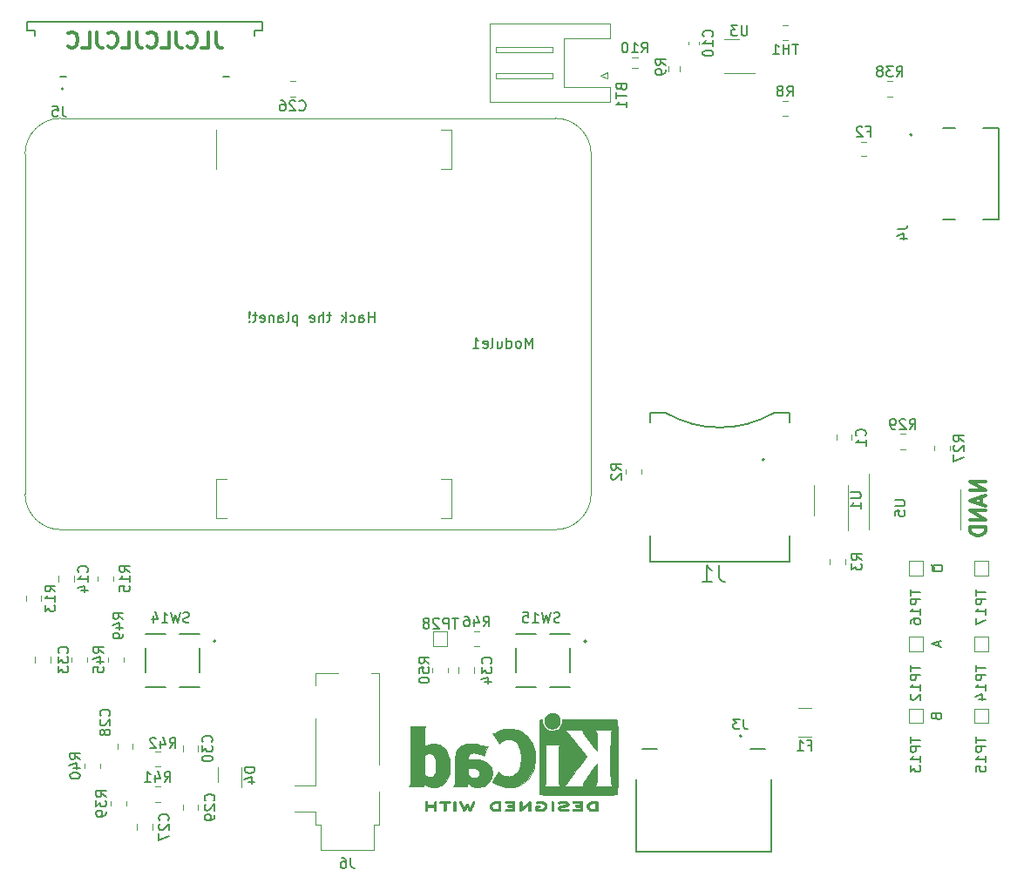
<source format=gbr>
%TF.GenerationSoftware,KiCad,Pcbnew,(6.0.0)*%
%TF.CreationDate,2022-06-01T15:47:08+01:00*%
%TF.ProjectId,CM4Carrier,434d3443-6172-4726-9965-722e6b696361,Rev1-Untested*%
%TF.SameCoordinates,Original*%
%TF.FileFunction,Legend,Bot*%
%TF.FilePolarity,Positive*%
%FSLAX46Y46*%
G04 Gerber Fmt 4.6, Leading zero omitted, Abs format (unit mm)*
G04 Created by KiCad (PCBNEW (6.0.0)) date 2022-06-01 15:47:08*
%MOMM*%
%LPD*%
G01*
G04 APERTURE LIST*
%ADD10C,0.300000*%
%ADD11C,0.150000*%
%ADD12C,0.120000*%
%ADD13C,0.127000*%
%ADD14C,0.200000*%
%ADD15C,0.010000*%
G04 APERTURE END LIST*
D10*
X127578571Y-59884571D02*
X127578571Y-60956000D01*
X127650000Y-61170285D01*
X127792857Y-61313142D01*
X128007142Y-61384571D01*
X128150000Y-61384571D01*
X126150000Y-61384571D02*
X126864285Y-61384571D01*
X126864285Y-59884571D01*
X124792857Y-61241714D02*
X124864285Y-61313142D01*
X125078571Y-61384571D01*
X125221428Y-61384571D01*
X125435714Y-61313142D01*
X125578571Y-61170285D01*
X125650000Y-61027428D01*
X125721428Y-60741714D01*
X125721428Y-60527428D01*
X125650000Y-60241714D01*
X125578571Y-60098857D01*
X125435714Y-59956000D01*
X125221428Y-59884571D01*
X125078571Y-59884571D01*
X124864285Y-59956000D01*
X124792857Y-60027428D01*
X123721428Y-59884571D02*
X123721428Y-60956000D01*
X123792857Y-61170285D01*
X123935714Y-61313142D01*
X124150000Y-61384571D01*
X124292857Y-61384571D01*
X122292857Y-61384571D02*
X123007142Y-61384571D01*
X123007142Y-59884571D01*
X120935714Y-61241714D02*
X121007142Y-61313142D01*
X121221428Y-61384571D01*
X121364285Y-61384571D01*
X121578571Y-61313142D01*
X121721428Y-61170285D01*
X121792857Y-61027428D01*
X121864285Y-60741714D01*
X121864285Y-60527428D01*
X121792857Y-60241714D01*
X121721428Y-60098857D01*
X121578571Y-59956000D01*
X121364285Y-59884571D01*
X121221428Y-59884571D01*
X121007142Y-59956000D01*
X120935714Y-60027428D01*
X119864285Y-59884571D02*
X119864285Y-60956000D01*
X119935714Y-61170285D01*
X120078571Y-61313142D01*
X120292857Y-61384571D01*
X120435714Y-61384571D01*
X118435714Y-61384571D02*
X119150000Y-61384571D01*
X119150000Y-59884571D01*
X117078571Y-61241714D02*
X117150000Y-61313142D01*
X117364285Y-61384571D01*
X117507142Y-61384571D01*
X117721428Y-61313142D01*
X117864285Y-61170285D01*
X117935714Y-61027428D01*
X118007142Y-60741714D01*
X118007142Y-60527428D01*
X117935714Y-60241714D01*
X117864285Y-60098857D01*
X117721428Y-59956000D01*
X117507142Y-59884571D01*
X117364285Y-59884571D01*
X117150000Y-59956000D01*
X117078571Y-60027428D01*
X116007142Y-59884571D02*
X116007142Y-60956000D01*
X116078571Y-61170285D01*
X116221428Y-61313142D01*
X116435714Y-61384571D01*
X116578571Y-61384571D01*
X114578571Y-61384571D02*
X115292857Y-61384571D01*
X115292857Y-59884571D01*
X113221428Y-61241714D02*
X113292857Y-61313142D01*
X113507142Y-61384571D01*
X113650000Y-61384571D01*
X113864285Y-61313142D01*
X114007142Y-61170285D01*
X114078571Y-61027428D01*
X114150000Y-60741714D01*
X114150000Y-60527428D01*
X114078571Y-60241714D01*
X114007142Y-60098857D01*
X113864285Y-59956000D01*
X113650000Y-59884571D01*
X113507142Y-59884571D01*
X113292857Y-59956000D01*
X113221428Y-60027428D01*
D11*
X142977428Y-88082380D02*
X142977428Y-87082380D01*
X142977428Y-87558571D02*
X142406000Y-87558571D01*
X142406000Y-88082380D02*
X142406000Y-87082380D01*
X141501238Y-88082380D02*
X141501238Y-87558571D01*
X141548857Y-87463333D01*
X141644095Y-87415714D01*
X141834571Y-87415714D01*
X141929809Y-87463333D01*
X141501238Y-88034761D02*
X141596476Y-88082380D01*
X141834571Y-88082380D01*
X141929809Y-88034761D01*
X141977428Y-87939523D01*
X141977428Y-87844285D01*
X141929809Y-87749047D01*
X141834571Y-87701428D01*
X141596476Y-87701428D01*
X141501238Y-87653809D01*
X140596476Y-88034761D02*
X140691714Y-88082380D01*
X140882190Y-88082380D01*
X140977428Y-88034761D01*
X141025047Y-87987142D01*
X141072666Y-87891904D01*
X141072666Y-87606190D01*
X141025047Y-87510952D01*
X140977428Y-87463333D01*
X140882190Y-87415714D01*
X140691714Y-87415714D01*
X140596476Y-87463333D01*
X140167904Y-88082380D02*
X140167904Y-87082380D01*
X140072666Y-87701428D02*
X139786952Y-88082380D01*
X139786952Y-87415714D02*
X140167904Y-87796666D01*
X138739333Y-87415714D02*
X138358380Y-87415714D01*
X138596476Y-87082380D02*
X138596476Y-87939523D01*
X138548857Y-88034761D01*
X138453619Y-88082380D01*
X138358380Y-88082380D01*
X138025047Y-88082380D02*
X138025047Y-87082380D01*
X137596476Y-88082380D02*
X137596476Y-87558571D01*
X137644095Y-87463333D01*
X137739333Y-87415714D01*
X137882190Y-87415714D01*
X137977428Y-87463333D01*
X138025047Y-87510952D01*
X136739333Y-88034761D02*
X136834571Y-88082380D01*
X137025047Y-88082380D01*
X137120285Y-88034761D01*
X137167904Y-87939523D01*
X137167904Y-87558571D01*
X137120285Y-87463333D01*
X137025047Y-87415714D01*
X136834571Y-87415714D01*
X136739333Y-87463333D01*
X136691714Y-87558571D01*
X136691714Y-87653809D01*
X137167904Y-87749047D01*
X135501238Y-87415714D02*
X135501238Y-88415714D01*
X135501238Y-87463333D02*
X135406000Y-87415714D01*
X135215523Y-87415714D01*
X135120285Y-87463333D01*
X135072666Y-87510952D01*
X135025047Y-87606190D01*
X135025047Y-87891904D01*
X135072666Y-87987142D01*
X135120285Y-88034761D01*
X135215523Y-88082380D01*
X135406000Y-88082380D01*
X135501238Y-88034761D01*
X134453619Y-88082380D02*
X134548857Y-88034761D01*
X134596476Y-87939523D01*
X134596476Y-87082380D01*
X133644095Y-88082380D02*
X133644095Y-87558571D01*
X133691714Y-87463333D01*
X133786952Y-87415714D01*
X133977428Y-87415714D01*
X134072666Y-87463333D01*
X133644095Y-88034761D02*
X133739333Y-88082380D01*
X133977428Y-88082380D01*
X134072666Y-88034761D01*
X134120285Y-87939523D01*
X134120285Y-87844285D01*
X134072666Y-87749047D01*
X133977428Y-87701428D01*
X133739333Y-87701428D01*
X133644095Y-87653809D01*
X133167904Y-87415714D02*
X133167904Y-88082380D01*
X133167904Y-87510952D02*
X133120285Y-87463333D01*
X133025047Y-87415714D01*
X132882190Y-87415714D01*
X132786952Y-87463333D01*
X132739333Y-87558571D01*
X132739333Y-88082380D01*
X131882190Y-88034761D02*
X131977428Y-88082380D01*
X132167904Y-88082380D01*
X132263142Y-88034761D01*
X132310761Y-87939523D01*
X132310761Y-87558571D01*
X132263142Y-87463333D01*
X132167904Y-87415714D01*
X131977428Y-87415714D01*
X131882190Y-87463333D01*
X131834571Y-87558571D01*
X131834571Y-87653809D01*
X132310761Y-87749047D01*
X131548857Y-87415714D02*
X131167904Y-87415714D01*
X131406000Y-87082380D02*
X131406000Y-87939523D01*
X131358380Y-88034761D01*
X131263142Y-88082380D01*
X131167904Y-88082380D01*
X130834571Y-87987142D02*
X130786952Y-88034761D01*
X130834571Y-88082380D01*
X130882190Y-88034761D01*
X130834571Y-87987142D01*
X130834571Y-88082380D01*
X130834571Y-87701428D02*
X130882190Y-87130000D01*
X130834571Y-87082380D01*
X130786952Y-87130000D01*
X130834571Y-87701428D01*
X130834571Y-87082380D01*
D10*
X202354571Y-103564857D02*
X200854571Y-103564857D01*
X202354571Y-104422000D01*
X200854571Y-104422000D01*
X201926000Y-105064857D02*
X201926000Y-105779142D01*
X202354571Y-104922000D02*
X200854571Y-105422000D01*
X202354571Y-105922000D01*
X202354571Y-106422000D02*
X200854571Y-106422000D01*
X202354571Y-107279142D01*
X200854571Y-107279142D01*
X202354571Y-107993428D02*
X200854571Y-107993428D01*
X200854571Y-108350571D01*
X200926000Y-108564857D01*
X201068857Y-108707714D01*
X201211714Y-108779142D01*
X201497428Y-108850571D01*
X201711714Y-108850571D01*
X201997428Y-108779142D01*
X202140285Y-108707714D01*
X202283142Y-108564857D01*
X202354571Y-108350571D01*
X202354571Y-107993428D01*
D11*
%TO.C,TP14*%
X201382380Y-121451904D02*
X201382380Y-122023333D01*
X202382380Y-121737619D02*
X201382380Y-121737619D01*
X202382380Y-122356666D02*
X201382380Y-122356666D01*
X201382380Y-122737619D01*
X201430000Y-122832857D01*
X201477619Y-122880476D01*
X201572857Y-122928095D01*
X201715714Y-122928095D01*
X201810952Y-122880476D01*
X201858571Y-122832857D01*
X201906190Y-122737619D01*
X201906190Y-122356666D01*
X202382380Y-123880476D02*
X202382380Y-123309047D01*
X202382380Y-123594761D02*
X201382380Y-123594761D01*
X201525238Y-123499523D01*
X201620476Y-123404285D01*
X201668095Y-123309047D01*
X201715714Y-124737619D02*
X202382380Y-124737619D01*
X201334761Y-124499523D02*
X202049047Y-124261428D01*
X202049047Y-124880476D01*
%TO.C,SW14*%
X124984518Y-117239674D02*
X124841661Y-117287293D01*
X124603566Y-117287293D01*
X124508328Y-117239674D01*
X124460709Y-117192055D01*
X124413090Y-117096817D01*
X124413090Y-117001579D01*
X124460709Y-116906341D01*
X124508328Y-116858722D01*
X124603566Y-116811103D01*
X124794042Y-116763484D01*
X124889280Y-116715865D01*
X124936899Y-116668246D01*
X124984518Y-116573008D01*
X124984518Y-116477770D01*
X124936899Y-116382532D01*
X124889280Y-116334913D01*
X124794042Y-116287293D01*
X124555947Y-116287293D01*
X124413090Y-116334913D01*
X124079756Y-116287293D02*
X123841661Y-117287293D01*
X123651185Y-116573008D01*
X123460709Y-117287293D01*
X123222614Y-116287293D01*
X122317852Y-117287293D02*
X122889280Y-117287293D01*
X122603566Y-117287293D02*
X122603566Y-116287293D01*
X122698804Y-116430151D01*
X122794042Y-116525389D01*
X122889280Y-116573008D01*
X121460709Y-116620627D02*
X121460709Y-117287293D01*
X121698804Y-116239674D02*
X121936899Y-116953960D01*
X121317852Y-116953960D01*
%TO.C,J6*%
X140668333Y-140162380D02*
X140668333Y-140876666D01*
X140715952Y-141019523D01*
X140811190Y-141114761D01*
X140954047Y-141162380D01*
X141049285Y-141162380D01*
X139763571Y-140162380D02*
X139954047Y-140162380D01*
X140049285Y-140210000D01*
X140096904Y-140257619D01*
X140192142Y-140400476D01*
X140239761Y-140590952D01*
X140239761Y-140971904D01*
X140192142Y-141067142D01*
X140144523Y-141114761D01*
X140049285Y-141162380D01*
X139858809Y-141162380D01*
X139763571Y-141114761D01*
X139715952Y-141067142D01*
X139668333Y-140971904D01*
X139668333Y-140733809D01*
X139715952Y-140638571D01*
X139763571Y-140590952D01*
X139858809Y-140543333D01*
X140049285Y-140543333D01*
X140144523Y-140590952D01*
X140192142Y-140638571D01*
X140239761Y-140733809D01*
%TO.C,TP12*%
X195032380Y-121451904D02*
X195032380Y-122023333D01*
X196032380Y-121737619D02*
X195032380Y-121737619D01*
X196032380Y-122356666D02*
X195032380Y-122356666D01*
X195032380Y-122737619D01*
X195080000Y-122832857D01*
X195127619Y-122880476D01*
X195222857Y-122928095D01*
X195365714Y-122928095D01*
X195460952Y-122880476D01*
X195508571Y-122832857D01*
X195556190Y-122737619D01*
X195556190Y-122356666D01*
X196032380Y-123880476D02*
X196032380Y-123309047D01*
X196032380Y-123594761D02*
X195032380Y-123594761D01*
X195175238Y-123499523D01*
X195270476Y-123404285D01*
X195318095Y-123309047D01*
X195127619Y-124261428D02*
X195080000Y-124309047D01*
X195032380Y-124404285D01*
X195032380Y-124642380D01*
X195080000Y-124737619D01*
X195127619Y-124785238D01*
X195222857Y-124832857D01*
X195318095Y-124832857D01*
X195460952Y-124785238D01*
X196032380Y-124213809D01*
X196032380Y-124832857D01*
X197778666Y-119141904D02*
X197778666Y-119618095D01*
X198064380Y-119046666D02*
X197064380Y-119380000D01*
X198064380Y-119713333D01*
%TO.C,TP13*%
X195032380Y-128436904D02*
X195032380Y-129008333D01*
X196032380Y-128722619D02*
X195032380Y-128722619D01*
X196032380Y-129341666D02*
X195032380Y-129341666D01*
X195032380Y-129722619D01*
X195080000Y-129817857D01*
X195127619Y-129865476D01*
X195222857Y-129913095D01*
X195365714Y-129913095D01*
X195460952Y-129865476D01*
X195508571Y-129817857D01*
X195556190Y-129722619D01*
X195556190Y-129341666D01*
X196032380Y-130865476D02*
X196032380Y-130294047D01*
X196032380Y-130579761D02*
X195032380Y-130579761D01*
X195175238Y-130484523D01*
X195270476Y-130389285D01*
X195318095Y-130294047D01*
X195032380Y-131198809D02*
X195032380Y-131817857D01*
X195413333Y-131484523D01*
X195413333Y-131627380D01*
X195460952Y-131722619D01*
X195508571Y-131770238D01*
X195603809Y-131817857D01*
X195841904Y-131817857D01*
X195937142Y-131770238D01*
X195984761Y-131722619D01*
X196032380Y-131627380D01*
X196032380Y-131341666D01*
X195984761Y-131246428D01*
X195937142Y-131198809D01*
X197540571Y-126436428D02*
X197588190Y-126579285D01*
X197635809Y-126626904D01*
X197731047Y-126674523D01*
X197873904Y-126674523D01*
X197969142Y-126626904D01*
X198016761Y-126579285D01*
X198064380Y-126484047D01*
X198064380Y-126103095D01*
X197064380Y-126103095D01*
X197064380Y-126436428D01*
X197112000Y-126531666D01*
X197159619Y-126579285D01*
X197254857Y-126626904D01*
X197350095Y-126626904D01*
X197445333Y-126579285D01*
X197492952Y-126531666D01*
X197540571Y-126436428D01*
X197540571Y-126103095D01*
%TO.C,C14*%
X115067142Y-112387142D02*
X115114761Y-112339523D01*
X115162380Y-112196666D01*
X115162380Y-112101428D01*
X115114761Y-111958571D01*
X115019523Y-111863333D01*
X114924285Y-111815714D01*
X114733809Y-111768095D01*
X114590952Y-111768095D01*
X114400476Y-111815714D01*
X114305238Y-111863333D01*
X114210000Y-111958571D01*
X114162380Y-112101428D01*
X114162380Y-112196666D01*
X114210000Y-112339523D01*
X114257619Y-112387142D01*
X115162380Y-113339523D02*
X115162380Y-112768095D01*
X115162380Y-113053809D02*
X114162380Y-113053809D01*
X114305238Y-112958571D01*
X114400476Y-112863333D01*
X114448095Y-112768095D01*
X114495714Y-114196666D02*
X115162380Y-114196666D01*
X114114761Y-113958571D02*
X114829047Y-113720476D01*
X114829047Y-114339523D01*
%TO.C,R15*%
X119197380Y-112387142D02*
X118721190Y-112053809D01*
X119197380Y-111815714D02*
X118197380Y-111815714D01*
X118197380Y-112196666D01*
X118245000Y-112291904D01*
X118292619Y-112339523D01*
X118387857Y-112387142D01*
X118530714Y-112387142D01*
X118625952Y-112339523D01*
X118673571Y-112291904D01*
X118721190Y-112196666D01*
X118721190Y-111815714D01*
X119197380Y-113339523D02*
X119197380Y-112768095D01*
X119197380Y-113053809D02*
X118197380Y-113053809D01*
X118340238Y-112958571D01*
X118435476Y-112863333D01*
X118483095Y-112768095D01*
X118197380Y-114244285D02*
X118197380Y-113768095D01*
X118673571Y-113720476D01*
X118625952Y-113768095D01*
X118578333Y-113863333D01*
X118578333Y-114101428D01*
X118625952Y-114196666D01*
X118673571Y-114244285D01*
X118768809Y-114291904D01*
X119006904Y-114291904D01*
X119102142Y-114244285D01*
X119149761Y-114196666D01*
X119197380Y-114101428D01*
X119197380Y-113863333D01*
X119149761Y-113768095D01*
X119102142Y-113720476D01*
%TO.C,R2*%
X166950380Y-102449333D02*
X166474190Y-102116000D01*
X166950380Y-101877904D02*
X165950380Y-101877904D01*
X165950380Y-102258857D01*
X165998000Y-102354095D01*
X166045619Y-102401714D01*
X166140857Y-102449333D01*
X166283714Y-102449333D01*
X166378952Y-102401714D01*
X166426571Y-102354095D01*
X166474190Y-102258857D01*
X166474190Y-101877904D01*
X166045619Y-102830285D02*
X165998000Y-102877904D01*
X165950380Y-102973142D01*
X165950380Y-103211238D01*
X165998000Y-103306476D01*
X166045619Y-103354095D01*
X166140857Y-103401714D01*
X166236095Y-103401714D01*
X166378952Y-103354095D01*
X166950380Y-102782666D01*
X166950380Y-103401714D01*
%TO.C,D4*%
X131357380Y-131356904D02*
X130357380Y-131356904D01*
X130357380Y-131595000D01*
X130405000Y-131737857D01*
X130500238Y-131833095D01*
X130595476Y-131880714D01*
X130785952Y-131928333D01*
X130928809Y-131928333D01*
X131119285Y-131880714D01*
X131214523Y-131833095D01*
X131309761Y-131737857D01*
X131357380Y-131595000D01*
X131357380Y-131356904D01*
X130690714Y-132785476D02*
X131357380Y-132785476D01*
X130309761Y-132547380D02*
X131024047Y-132309285D01*
X131024047Y-132928333D01*
%TO.C,C34*%
X154281142Y-121277142D02*
X154328761Y-121229523D01*
X154376380Y-121086666D01*
X154376380Y-120991428D01*
X154328761Y-120848571D01*
X154233523Y-120753333D01*
X154138285Y-120705714D01*
X153947809Y-120658095D01*
X153804952Y-120658095D01*
X153614476Y-120705714D01*
X153519238Y-120753333D01*
X153424000Y-120848571D01*
X153376380Y-120991428D01*
X153376380Y-121086666D01*
X153424000Y-121229523D01*
X153471619Y-121277142D01*
X153376380Y-121610476D02*
X153376380Y-122229523D01*
X153757333Y-121896190D01*
X153757333Y-122039047D01*
X153804952Y-122134285D01*
X153852571Y-122181904D01*
X153947809Y-122229523D01*
X154185904Y-122229523D01*
X154281142Y-122181904D01*
X154328761Y-122134285D01*
X154376380Y-122039047D01*
X154376380Y-121753333D01*
X154328761Y-121658095D01*
X154281142Y-121610476D01*
X153709714Y-123086666D02*
X154376380Y-123086666D01*
X153328761Y-122848571D02*
X154043047Y-122610476D01*
X154043047Y-123229523D01*
%TO.C,U1*%
X189227380Y-104648095D02*
X190036904Y-104648095D01*
X190132142Y-104695714D01*
X190179761Y-104743333D01*
X190227380Y-104838571D01*
X190227380Y-105029047D01*
X190179761Y-105124285D01*
X190132142Y-105171904D01*
X190036904Y-105219523D01*
X189227380Y-105219523D01*
X190227380Y-106219523D02*
X190227380Y-105648095D01*
X190227380Y-105933809D02*
X189227380Y-105933809D01*
X189370238Y-105838571D01*
X189465476Y-105743333D01*
X189513095Y-105648095D01*
%TO.C,R10*%
X168917857Y-61887380D02*
X169251190Y-61411190D01*
X169489285Y-61887380D02*
X169489285Y-60887380D01*
X169108333Y-60887380D01*
X169013095Y-60935000D01*
X168965476Y-60982619D01*
X168917857Y-61077857D01*
X168917857Y-61220714D01*
X168965476Y-61315952D01*
X169013095Y-61363571D01*
X169108333Y-61411190D01*
X169489285Y-61411190D01*
X167965476Y-61887380D02*
X168536904Y-61887380D01*
X168251190Y-61887380D02*
X168251190Y-60887380D01*
X168346428Y-61030238D01*
X168441666Y-61125476D01*
X168536904Y-61173095D01*
X167346428Y-60887380D02*
X167251190Y-60887380D01*
X167155952Y-60935000D01*
X167108333Y-60982619D01*
X167060714Y-61077857D01*
X167013095Y-61268333D01*
X167013095Y-61506428D01*
X167060714Y-61696904D01*
X167108333Y-61792142D01*
X167155952Y-61839761D01*
X167251190Y-61887380D01*
X167346428Y-61887380D01*
X167441666Y-61839761D01*
X167489285Y-61792142D01*
X167536904Y-61696904D01*
X167584523Y-61506428D01*
X167584523Y-61268333D01*
X167536904Y-61077857D01*
X167489285Y-60982619D01*
X167441666Y-60935000D01*
X167346428Y-60887380D01*
%TO.C,C26*%
X135665357Y-67442142D02*
X135712976Y-67489761D01*
X135855833Y-67537380D01*
X135951071Y-67537380D01*
X136093928Y-67489761D01*
X136189166Y-67394523D01*
X136236785Y-67299285D01*
X136284404Y-67108809D01*
X136284404Y-66965952D01*
X136236785Y-66775476D01*
X136189166Y-66680238D01*
X136093928Y-66585000D01*
X135951071Y-66537380D01*
X135855833Y-66537380D01*
X135712976Y-66585000D01*
X135665357Y-66632619D01*
X135284404Y-66632619D02*
X135236785Y-66585000D01*
X135141547Y-66537380D01*
X134903452Y-66537380D01*
X134808214Y-66585000D01*
X134760595Y-66632619D01*
X134712976Y-66727857D01*
X134712976Y-66823095D01*
X134760595Y-66965952D01*
X135332023Y-67537380D01*
X134712976Y-67537380D01*
X133855833Y-66537380D02*
X134046309Y-66537380D01*
X134141547Y-66585000D01*
X134189166Y-66632619D01*
X134284404Y-66775476D01*
X134332023Y-66965952D01*
X134332023Y-67346904D01*
X134284404Y-67442142D01*
X134236785Y-67489761D01*
X134141547Y-67537380D01*
X133951071Y-67537380D01*
X133855833Y-67489761D01*
X133808214Y-67442142D01*
X133760595Y-67346904D01*
X133760595Y-67108809D01*
X133808214Y-67013571D01*
X133855833Y-66965952D01*
X133951071Y-66918333D01*
X134141547Y-66918333D01*
X134236785Y-66965952D01*
X134284404Y-67013571D01*
X134332023Y-67108809D01*
%TO.C,C29*%
X127357142Y-134612142D02*
X127404761Y-134564523D01*
X127452380Y-134421666D01*
X127452380Y-134326428D01*
X127404761Y-134183571D01*
X127309523Y-134088333D01*
X127214285Y-134040714D01*
X127023809Y-133993095D01*
X126880952Y-133993095D01*
X126690476Y-134040714D01*
X126595238Y-134088333D01*
X126500000Y-134183571D01*
X126452380Y-134326428D01*
X126452380Y-134421666D01*
X126500000Y-134564523D01*
X126547619Y-134612142D01*
X126547619Y-134993095D02*
X126500000Y-135040714D01*
X126452380Y-135135952D01*
X126452380Y-135374047D01*
X126500000Y-135469285D01*
X126547619Y-135516904D01*
X126642857Y-135564523D01*
X126738095Y-135564523D01*
X126880952Y-135516904D01*
X127452380Y-134945476D01*
X127452380Y-135564523D01*
X127452380Y-136040714D02*
X127452380Y-136231190D01*
X127404761Y-136326428D01*
X127357142Y-136374047D01*
X127214285Y-136469285D01*
X127023809Y-136516904D01*
X126642857Y-136516904D01*
X126547619Y-136469285D01*
X126500000Y-136421666D01*
X126452380Y-136326428D01*
X126452380Y-136135952D01*
X126500000Y-136040714D01*
X126547619Y-135993095D01*
X126642857Y-135945476D01*
X126880952Y-135945476D01*
X126976190Y-135993095D01*
X127023809Y-136040714D01*
X127071428Y-136135952D01*
X127071428Y-136326428D01*
X127023809Y-136421666D01*
X126976190Y-136469285D01*
X126880952Y-136516904D01*
%TO.C,C1*%
X190632142Y-99125833D02*
X190679761Y-99078214D01*
X190727380Y-98935357D01*
X190727380Y-98840119D01*
X190679761Y-98697261D01*
X190584523Y-98602023D01*
X190489285Y-98554404D01*
X190298809Y-98506785D01*
X190155952Y-98506785D01*
X189965476Y-98554404D01*
X189870238Y-98602023D01*
X189775000Y-98697261D01*
X189727380Y-98840119D01*
X189727380Y-98935357D01*
X189775000Y-99078214D01*
X189822619Y-99125833D01*
X190727380Y-100078214D02*
X190727380Y-99506785D01*
X190727380Y-99792500D02*
X189727380Y-99792500D01*
X189870238Y-99697261D01*
X189965476Y-99602023D01*
X190013095Y-99506785D01*
%TO.C,R46*%
X153550857Y-117674380D02*
X153884190Y-117198190D01*
X154122285Y-117674380D02*
X154122285Y-116674380D01*
X153741333Y-116674380D01*
X153646095Y-116722000D01*
X153598476Y-116769619D01*
X153550857Y-116864857D01*
X153550857Y-117007714D01*
X153598476Y-117102952D01*
X153646095Y-117150571D01*
X153741333Y-117198190D01*
X154122285Y-117198190D01*
X152693714Y-117007714D02*
X152693714Y-117674380D01*
X152931809Y-116626761D02*
X153169904Y-117341047D01*
X152550857Y-117341047D01*
X151741333Y-116674380D02*
X151931809Y-116674380D01*
X152027047Y-116722000D01*
X152074666Y-116769619D01*
X152169904Y-116912476D01*
X152217523Y-117102952D01*
X152217523Y-117483904D01*
X152169904Y-117579142D01*
X152122285Y-117626761D01*
X152027047Y-117674380D01*
X151836571Y-117674380D01*
X151741333Y-117626761D01*
X151693714Y-117579142D01*
X151646095Y-117483904D01*
X151646095Y-117245809D01*
X151693714Y-117150571D01*
X151741333Y-117102952D01*
X151836571Y-117055333D01*
X152027047Y-117055333D01*
X152122285Y-117102952D01*
X152169904Y-117150571D01*
X152217523Y-117245809D01*
%TO.C,R38*%
X193682857Y-64207380D02*
X194016190Y-63731190D01*
X194254285Y-64207380D02*
X194254285Y-63207380D01*
X193873333Y-63207380D01*
X193778095Y-63255000D01*
X193730476Y-63302619D01*
X193682857Y-63397857D01*
X193682857Y-63540714D01*
X193730476Y-63635952D01*
X193778095Y-63683571D01*
X193873333Y-63731190D01*
X194254285Y-63731190D01*
X193349523Y-63207380D02*
X192730476Y-63207380D01*
X193063809Y-63588333D01*
X192920952Y-63588333D01*
X192825714Y-63635952D01*
X192778095Y-63683571D01*
X192730476Y-63778809D01*
X192730476Y-64016904D01*
X192778095Y-64112142D01*
X192825714Y-64159761D01*
X192920952Y-64207380D01*
X193206666Y-64207380D01*
X193301904Y-64159761D01*
X193349523Y-64112142D01*
X192159047Y-63635952D02*
X192254285Y-63588333D01*
X192301904Y-63540714D01*
X192349523Y-63445476D01*
X192349523Y-63397857D01*
X192301904Y-63302619D01*
X192254285Y-63255000D01*
X192159047Y-63207380D01*
X191968571Y-63207380D01*
X191873333Y-63255000D01*
X191825714Y-63302619D01*
X191778095Y-63397857D01*
X191778095Y-63445476D01*
X191825714Y-63540714D01*
X191873333Y-63588333D01*
X191968571Y-63635952D01*
X192159047Y-63635952D01*
X192254285Y-63683571D01*
X192301904Y-63731190D01*
X192349523Y-63826428D01*
X192349523Y-64016904D01*
X192301904Y-64112142D01*
X192254285Y-64159761D01*
X192159047Y-64207380D01*
X191968571Y-64207380D01*
X191873333Y-64159761D01*
X191825714Y-64112142D01*
X191778095Y-64016904D01*
X191778095Y-63826428D01*
X191825714Y-63731190D01*
X191873333Y-63683571D01*
X191968571Y-63635952D01*
%TO.C,C33*%
X113133142Y-120261142D02*
X113180761Y-120213523D01*
X113228380Y-120070666D01*
X113228380Y-119975428D01*
X113180761Y-119832571D01*
X113085523Y-119737333D01*
X112990285Y-119689714D01*
X112799809Y-119642095D01*
X112656952Y-119642095D01*
X112466476Y-119689714D01*
X112371238Y-119737333D01*
X112276000Y-119832571D01*
X112228380Y-119975428D01*
X112228380Y-120070666D01*
X112276000Y-120213523D01*
X112323619Y-120261142D01*
X112228380Y-120594476D02*
X112228380Y-121213523D01*
X112609333Y-120880190D01*
X112609333Y-121023047D01*
X112656952Y-121118285D01*
X112704571Y-121165904D01*
X112799809Y-121213523D01*
X113037904Y-121213523D01*
X113133142Y-121165904D01*
X113180761Y-121118285D01*
X113228380Y-121023047D01*
X113228380Y-120737333D01*
X113180761Y-120642095D01*
X113133142Y-120594476D01*
X112228380Y-121546857D02*
X112228380Y-122165904D01*
X112609333Y-121832571D01*
X112609333Y-121975428D01*
X112656952Y-122070666D01*
X112704571Y-122118285D01*
X112799809Y-122165904D01*
X113037904Y-122165904D01*
X113133142Y-122118285D01*
X113180761Y-122070666D01*
X113228380Y-121975428D01*
X113228380Y-121689714D01*
X113180761Y-121594476D01*
X113133142Y-121546857D01*
%TO.C,R3*%
X190317380Y-111228333D02*
X189841190Y-110895000D01*
X190317380Y-110656904D02*
X189317380Y-110656904D01*
X189317380Y-111037857D01*
X189365000Y-111133095D01*
X189412619Y-111180714D01*
X189507857Y-111228333D01*
X189650714Y-111228333D01*
X189745952Y-111180714D01*
X189793571Y-111133095D01*
X189841190Y-111037857D01*
X189841190Y-110656904D01*
X189317380Y-111561666D02*
X189317380Y-112180714D01*
X189698333Y-111847380D01*
X189698333Y-111990238D01*
X189745952Y-112085476D01*
X189793571Y-112133095D01*
X189888809Y-112180714D01*
X190126904Y-112180714D01*
X190222142Y-112133095D01*
X190269761Y-112085476D01*
X190317380Y-111990238D01*
X190317380Y-111704523D01*
X190269761Y-111609285D01*
X190222142Y-111561666D01*
%TO.C,TP15*%
X201382380Y-128436904D02*
X201382380Y-129008333D01*
X202382380Y-128722619D02*
X201382380Y-128722619D01*
X202382380Y-129341666D02*
X201382380Y-129341666D01*
X201382380Y-129722619D01*
X201430000Y-129817857D01*
X201477619Y-129865476D01*
X201572857Y-129913095D01*
X201715714Y-129913095D01*
X201810952Y-129865476D01*
X201858571Y-129817857D01*
X201906190Y-129722619D01*
X201906190Y-129341666D01*
X202382380Y-130865476D02*
X202382380Y-130294047D01*
X202382380Y-130579761D02*
X201382380Y-130579761D01*
X201525238Y-130484523D01*
X201620476Y-130389285D01*
X201668095Y-130294047D01*
X201382380Y-131770238D02*
X201382380Y-131294047D01*
X201858571Y-131246428D01*
X201810952Y-131294047D01*
X201763333Y-131389285D01*
X201763333Y-131627380D01*
X201810952Y-131722619D01*
X201858571Y-131770238D01*
X201953809Y-131817857D01*
X202191904Y-131817857D01*
X202287142Y-131770238D01*
X202334761Y-131722619D01*
X202382380Y-131627380D01*
X202382380Y-131389285D01*
X202334761Y-131294047D01*
X202287142Y-131246428D01*
%TO.C,C30*%
X127132142Y-128897142D02*
X127179761Y-128849523D01*
X127227380Y-128706666D01*
X127227380Y-128611428D01*
X127179761Y-128468571D01*
X127084523Y-128373333D01*
X126989285Y-128325714D01*
X126798809Y-128278095D01*
X126655952Y-128278095D01*
X126465476Y-128325714D01*
X126370238Y-128373333D01*
X126275000Y-128468571D01*
X126227380Y-128611428D01*
X126227380Y-128706666D01*
X126275000Y-128849523D01*
X126322619Y-128897142D01*
X126227380Y-129230476D02*
X126227380Y-129849523D01*
X126608333Y-129516190D01*
X126608333Y-129659047D01*
X126655952Y-129754285D01*
X126703571Y-129801904D01*
X126798809Y-129849523D01*
X127036904Y-129849523D01*
X127132142Y-129801904D01*
X127179761Y-129754285D01*
X127227380Y-129659047D01*
X127227380Y-129373333D01*
X127179761Y-129278095D01*
X127132142Y-129230476D01*
X126227380Y-130468571D02*
X126227380Y-130563809D01*
X126275000Y-130659047D01*
X126322619Y-130706666D01*
X126417857Y-130754285D01*
X126608333Y-130801904D01*
X126846428Y-130801904D01*
X127036904Y-130754285D01*
X127132142Y-130706666D01*
X127179761Y-130659047D01*
X127227380Y-130563809D01*
X127227380Y-130468571D01*
X127179761Y-130373333D01*
X127132142Y-130325714D01*
X127036904Y-130278095D01*
X126846428Y-130230476D01*
X126608333Y-130230476D01*
X126417857Y-130278095D01*
X126322619Y-130325714D01*
X126275000Y-130373333D01*
X126227380Y-130468571D01*
%TO.C,F1*%
X185118333Y-129208571D02*
X185451666Y-129208571D01*
X185451666Y-129732380D02*
X185451666Y-128732380D01*
X184975476Y-128732380D01*
X184070714Y-129732380D02*
X184642142Y-129732380D01*
X184356428Y-129732380D02*
X184356428Y-128732380D01*
X184451666Y-128875238D01*
X184546904Y-128970476D01*
X184642142Y-129018095D01*
%TO.C,R39*%
X116912380Y-134247142D02*
X116436190Y-133913809D01*
X116912380Y-133675714D02*
X115912380Y-133675714D01*
X115912380Y-134056666D01*
X115960000Y-134151904D01*
X116007619Y-134199523D01*
X116102857Y-134247142D01*
X116245714Y-134247142D01*
X116340952Y-134199523D01*
X116388571Y-134151904D01*
X116436190Y-134056666D01*
X116436190Y-133675714D01*
X115912380Y-134580476D02*
X115912380Y-135199523D01*
X116293333Y-134866190D01*
X116293333Y-135009047D01*
X116340952Y-135104285D01*
X116388571Y-135151904D01*
X116483809Y-135199523D01*
X116721904Y-135199523D01*
X116817142Y-135151904D01*
X116864761Y-135104285D01*
X116912380Y-135009047D01*
X116912380Y-134723333D01*
X116864761Y-134628095D01*
X116817142Y-134580476D01*
X116912380Y-135675714D02*
X116912380Y-135866190D01*
X116864761Y-135961428D01*
X116817142Y-136009047D01*
X116674285Y-136104285D01*
X116483809Y-136151904D01*
X116102857Y-136151904D01*
X116007619Y-136104285D01*
X115960000Y-136056666D01*
X115912380Y-135961428D01*
X115912380Y-135770952D01*
X115960000Y-135675714D01*
X116007619Y-135628095D01*
X116102857Y-135580476D01*
X116340952Y-135580476D01*
X116436190Y-135628095D01*
X116483809Y-135675714D01*
X116531428Y-135770952D01*
X116531428Y-135961428D01*
X116483809Y-136056666D01*
X116436190Y-136104285D01*
X116340952Y-136151904D01*
%TO.C,U5*%
X193508380Y-105410095D02*
X194317904Y-105410095D01*
X194413142Y-105457714D01*
X194460761Y-105505333D01*
X194508380Y-105600571D01*
X194508380Y-105791047D01*
X194460761Y-105886285D01*
X194413142Y-105933904D01*
X194317904Y-105981523D01*
X193508380Y-105981523D01*
X193508380Y-106933904D02*
X193508380Y-106457714D01*
X193984571Y-106410095D01*
X193936952Y-106457714D01*
X193889333Y-106552952D01*
X193889333Y-106791047D01*
X193936952Y-106886285D01*
X193984571Y-106933904D01*
X194079809Y-106981523D01*
X194317904Y-106981523D01*
X194413142Y-106933904D01*
X194460761Y-106886285D01*
X194508380Y-106791047D01*
X194508380Y-106552952D01*
X194460761Y-106457714D01*
X194413142Y-106410095D01*
%TO.C,R50*%
X148280380Y-121277142D02*
X147804190Y-120943809D01*
X148280380Y-120705714D02*
X147280380Y-120705714D01*
X147280380Y-121086666D01*
X147328000Y-121181904D01*
X147375619Y-121229523D01*
X147470857Y-121277142D01*
X147613714Y-121277142D01*
X147708952Y-121229523D01*
X147756571Y-121181904D01*
X147804190Y-121086666D01*
X147804190Y-120705714D01*
X147280380Y-122181904D02*
X147280380Y-121705714D01*
X147756571Y-121658095D01*
X147708952Y-121705714D01*
X147661333Y-121800952D01*
X147661333Y-122039047D01*
X147708952Y-122134285D01*
X147756571Y-122181904D01*
X147851809Y-122229523D01*
X148089904Y-122229523D01*
X148185142Y-122181904D01*
X148232761Y-122134285D01*
X148280380Y-122039047D01*
X148280380Y-121800952D01*
X148232761Y-121705714D01*
X148185142Y-121658095D01*
X147280380Y-122848571D02*
X147280380Y-122943809D01*
X147328000Y-123039047D01*
X147375619Y-123086666D01*
X147470857Y-123134285D01*
X147661333Y-123181904D01*
X147899428Y-123181904D01*
X148089904Y-123134285D01*
X148185142Y-123086666D01*
X148232761Y-123039047D01*
X148280380Y-122943809D01*
X148280380Y-122848571D01*
X148232761Y-122753333D01*
X148185142Y-122705714D01*
X148089904Y-122658095D01*
X147899428Y-122610476D01*
X147661333Y-122610476D01*
X147470857Y-122658095D01*
X147375619Y-122705714D01*
X147328000Y-122753333D01*
X147280380Y-122848571D01*
%TO.C,R45*%
X116658380Y-120261142D02*
X116182190Y-119927809D01*
X116658380Y-119689714D02*
X115658380Y-119689714D01*
X115658380Y-120070666D01*
X115706000Y-120165904D01*
X115753619Y-120213523D01*
X115848857Y-120261142D01*
X115991714Y-120261142D01*
X116086952Y-120213523D01*
X116134571Y-120165904D01*
X116182190Y-120070666D01*
X116182190Y-119689714D01*
X115991714Y-121118285D02*
X116658380Y-121118285D01*
X115610761Y-120880190D02*
X116325047Y-120642095D01*
X116325047Y-121261142D01*
X115658380Y-122118285D02*
X115658380Y-121642095D01*
X116134571Y-121594476D01*
X116086952Y-121642095D01*
X116039333Y-121737333D01*
X116039333Y-121975428D01*
X116086952Y-122070666D01*
X116134571Y-122118285D01*
X116229809Y-122165904D01*
X116467904Y-122165904D01*
X116563142Y-122118285D01*
X116610761Y-122070666D01*
X116658380Y-121975428D01*
X116658380Y-121737333D01*
X116610761Y-121642095D01*
X116563142Y-121594476D01*
%TO.C,TP16*%
X195032380Y-114085904D02*
X195032380Y-114657333D01*
X196032380Y-114371619D02*
X195032380Y-114371619D01*
X196032380Y-114990666D02*
X195032380Y-114990666D01*
X195032380Y-115371619D01*
X195080000Y-115466857D01*
X195127619Y-115514476D01*
X195222857Y-115562095D01*
X195365714Y-115562095D01*
X195460952Y-115514476D01*
X195508571Y-115466857D01*
X195556190Y-115371619D01*
X195556190Y-114990666D01*
X196032380Y-116514476D02*
X196032380Y-115943047D01*
X196032380Y-116228761D02*
X195032380Y-116228761D01*
X195175238Y-116133523D01*
X195270476Y-116038285D01*
X195318095Y-115943047D01*
X195032380Y-117371619D02*
X195032380Y-117181142D01*
X195080000Y-117085904D01*
X195127619Y-117038285D01*
X195270476Y-116943047D01*
X195460952Y-116895428D01*
X195841904Y-116895428D01*
X195937142Y-116943047D01*
X195984761Y-116990666D01*
X196032380Y-117085904D01*
X196032380Y-117276380D01*
X195984761Y-117371619D01*
X195937142Y-117419238D01*
X195841904Y-117466857D01*
X195603809Y-117466857D01*
X195508571Y-117419238D01*
X195460952Y-117371619D01*
X195413333Y-117276380D01*
X195413333Y-117085904D01*
X195460952Y-116990666D01*
X195508571Y-116943047D01*
X195603809Y-116895428D01*
X197064380Y-111633047D02*
X197112000Y-111728285D01*
X197207238Y-111823523D01*
X197350095Y-111966380D01*
X197397714Y-112061619D01*
X197397714Y-112156857D01*
X197159619Y-112109238D02*
X197207238Y-112204476D01*
X197302476Y-112299714D01*
X197492952Y-112347333D01*
X197826285Y-112347333D01*
X198016761Y-112299714D01*
X198112000Y-112204476D01*
X198159619Y-112109238D01*
X198159619Y-111918761D01*
X198112000Y-111823523D01*
X198016761Y-111728285D01*
X197826285Y-111680666D01*
X197492952Y-111680666D01*
X197302476Y-111728285D01*
X197207238Y-111823523D01*
X197159619Y-111918761D01*
X197159619Y-112109238D01*
%TO.C,Module1*%
X158302142Y-90597380D02*
X158302142Y-89597380D01*
X157968809Y-90311666D01*
X157635476Y-89597380D01*
X157635476Y-90597380D01*
X157016428Y-90597380D02*
X157111666Y-90549761D01*
X157159285Y-90502142D01*
X157206904Y-90406904D01*
X157206904Y-90121190D01*
X157159285Y-90025952D01*
X157111666Y-89978333D01*
X157016428Y-89930714D01*
X156873571Y-89930714D01*
X156778333Y-89978333D01*
X156730714Y-90025952D01*
X156683095Y-90121190D01*
X156683095Y-90406904D01*
X156730714Y-90502142D01*
X156778333Y-90549761D01*
X156873571Y-90597380D01*
X157016428Y-90597380D01*
X155825952Y-90597380D02*
X155825952Y-89597380D01*
X155825952Y-90549761D02*
X155921190Y-90597380D01*
X156111666Y-90597380D01*
X156206904Y-90549761D01*
X156254523Y-90502142D01*
X156302142Y-90406904D01*
X156302142Y-90121190D01*
X156254523Y-90025952D01*
X156206904Y-89978333D01*
X156111666Y-89930714D01*
X155921190Y-89930714D01*
X155825952Y-89978333D01*
X154921190Y-89930714D02*
X154921190Y-90597380D01*
X155349761Y-89930714D02*
X155349761Y-90454523D01*
X155302142Y-90549761D01*
X155206904Y-90597380D01*
X155064047Y-90597380D01*
X154968809Y-90549761D01*
X154921190Y-90502142D01*
X154302142Y-90597380D02*
X154397380Y-90549761D01*
X154445000Y-90454523D01*
X154445000Y-89597380D01*
X153540238Y-90549761D02*
X153635476Y-90597380D01*
X153825952Y-90597380D01*
X153921190Y-90549761D01*
X153968809Y-90454523D01*
X153968809Y-90073571D01*
X153921190Y-89978333D01*
X153825952Y-89930714D01*
X153635476Y-89930714D01*
X153540238Y-89978333D01*
X153492619Y-90073571D01*
X153492619Y-90168809D01*
X153968809Y-90264047D01*
X152540238Y-90597380D02*
X153111666Y-90597380D01*
X152825952Y-90597380D02*
X152825952Y-89597380D01*
X152921190Y-89740238D01*
X153016428Y-89835476D01*
X153111666Y-89883095D01*
%TO.C,J5*%
X112658333Y-67082380D02*
X112658333Y-67796666D01*
X112705952Y-67939523D01*
X112801190Y-68034761D01*
X112944047Y-68082380D01*
X113039285Y-68082380D01*
X111705952Y-67082380D02*
X112182142Y-67082380D01*
X112229761Y-67558571D01*
X112182142Y-67510952D01*
X112086904Y-67463333D01*
X111848809Y-67463333D01*
X111753571Y-67510952D01*
X111705952Y-67558571D01*
X111658333Y-67653809D01*
X111658333Y-67891904D01*
X111705952Y-67987142D01*
X111753571Y-68034761D01*
X111848809Y-68082380D01*
X112086904Y-68082380D01*
X112182142Y-68034761D01*
X112229761Y-67987142D01*
%TO.C,R40*%
X114372380Y-130569642D02*
X113896190Y-130236309D01*
X114372380Y-129998214D02*
X113372380Y-129998214D01*
X113372380Y-130379166D01*
X113420000Y-130474404D01*
X113467619Y-130522023D01*
X113562857Y-130569642D01*
X113705714Y-130569642D01*
X113800952Y-130522023D01*
X113848571Y-130474404D01*
X113896190Y-130379166D01*
X113896190Y-129998214D01*
X113705714Y-131426785D02*
X114372380Y-131426785D01*
X113324761Y-131188690D02*
X114039047Y-130950595D01*
X114039047Y-131569642D01*
X113372380Y-132141071D02*
X113372380Y-132236309D01*
X113420000Y-132331547D01*
X113467619Y-132379166D01*
X113562857Y-132426785D01*
X113753333Y-132474404D01*
X113991428Y-132474404D01*
X114181904Y-132426785D01*
X114277142Y-132379166D01*
X114324761Y-132331547D01*
X114372380Y-132236309D01*
X114372380Y-132141071D01*
X114324761Y-132045833D01*
X114277142Y-131998214D01*
X114181904Y-131950595D01*
X113991428Y-131902976D01*
X113753333Y-131902976D01*
X113562857Y-131950595D01*
X113467619Y-131998214D01*
X113420000Y-132045833D01*
X113372380Y-132141071D01*
%TO.C,R42*%
X123070857Y-129484380D02*
X123404190Y-129008190D01*
X123642285Y-129484380D02*
X123642285Y-128484380D01*
X123261333Y-128484380D01*
X123166095Y-128532000D01*
X123118476Y-128579619D01*
X123070857Y-128674857D01*
X123070857Y-128817714D01*
X123118476Y-128912952D01*
X123166095Y-128960571D01*
X123261333Y-129008190D01*
X123642285Y-129008190D01*
X122213714Y-128817714D02*
X122213714Y-129484380D01*
X122451809Y-128436761D02*
X122689904Y-129151047D01*
X122070857Y-129151047D01*
X121737523Y-128579619D02*
X121689904Y-128532000D01*
X121594666Y-128484380D01*
X121356571Y-128484380D01*
X121261333Y-128532000D01*
X121213714Y-128579619D01*
X121166095Y-128674857D01*
X121166095Y-128770095D01*
X121213714Y-128912952D01*
X121785142Y-129484380D01*
X121166095Y-129484380D01*
%TO.C,R49*%
X118562380Y-116959142D02*
X118086190Y-116625809D01*
X118562380Y-116387714D02*
X117562380Y-116387714D01*
X117562380Y-116768666D01*
X117610000Y-116863904D01*
X117657619Y-116911523D01*
X117752857Y-116959142D01*
X117895714Y-116959142D01*
X117990952Y-116911523D01*
X118038571Y-116863904D01*
X118086190Y-116768666D01*
X118086190Y-116387714D01*
X117895714Y-117816285D02*
X118562380Y-117816285D01*
X117514761Y-117578190D02*
X118229047Y-117340095D01*
X118229047Y-117959142D01*
X118562380Y-118387714D02*
X118562380Y-118578190D01*
X118514761Y-118673428D01*
X118467142Y-118721047D01*
X118324285Y-118816285D01*
X118133809Y-118863904D01*
X117752857Y-118863904D01*
X117657619Y-118816285D01*
X117610000Y-118768666D01*
X117562380Y-118673428D01*
X117562380Y-118482952D01*
X117610000Y-118387714D01*
X117657619Y-118340095D01*
X117752857Y-118292476D01*
X117990952Y-118292476D01*
X118086190Y-118340095D01*
X118133809Y-118387714D01*
X118181428Y-118482952D01*
X118181428Y-118673428D01*
X118133809Y-118768666D01*
X118086190Y-118816285D01*
X117990952Y-118863904D01*
%TO.C,TP28*%
X151090095Y-116876380D02*
X150518666Y-116876380D01*
X150804380Y-117876380D02*
X150804380Y-116876380D01*
X150185333Y-117876380D02*
X150185333Y-116876380D01*
X149804380Y-116876380D01*
X149709142Y-116924000D01*
X149661523Y-116971619D01*
X149613904Y-117066857D01*
X149613904Y-117209714D01*
X149661523Y-117304952D01*
X149709142Y-117352571D01*
X149804380Y-117400190D01*
X150185333Y-117400190D01*
X149232952Y-116971619D02*
X149185333Y-116924000D01*
X149090095Y-116876380D01*
X148852000Y-116876380D01*
X148756761Y-116924000D01*
X148709142Y-116971619D01*
X148661523Y-117066857D01*
X148661523Y-117162095D01*
X148709142Y-117304952D01*
X149280571Y-117876380D01*
X148661523Y-117876380D01*
X148090095Y-117304952D02*
X148185333Y-117257333D01*
X148232952Y-117209714D01*
X148280571Y-117114476D01*
X148280571Y-117066857D01*
X148232952Y-116971619D01*
X148185333Y-116924000D01*
X148090095Y-116876380D01*
X147899619Y-116876380D01*
X147804380Y-116924000D01*
X147756761Y-116971619D01*
X147709142Y-117066857D01*
X147709142Y-117114476D01*
X147756761Y-117209714D01*
X147804380Y-117257333D01*
X147899619Y-117304952D01*
X148090095Y-117304952D01*
X148185333Y-117352571D01*
X148232952Y-117400190D01*
X148280571Y-117495428D01*
X148280571Y-117685904D01*
X148232952Y-117781142D01*
X148185333Y-117828761D01*
X148090095Y-117876380D01*
X147899619Y-117876380D01*
X147804380Y-117828761D01*
X147756761Y-117781142D01*
X147709142Y-117685904D01*
X147709142Y-117495428D01*
X147756761Y-117400190D01*
X147804380Y-117352571D01*
X147899619Y-117304952D01*
%TO.C,F2*%
X190833333Y-69525571D02*
X191166666Y-69525571D01*
X191166666Y-70049380D02*
X191166666Y-69049380D01*
X190690476Y-69049380D01*
X190357142Y-69144619D02*
X190309523Y-69097000D01*
X190214285Y-69049380D01*
X189976190Y-69049380D01*
X189880952Y-69097000D01*
X189833333Y-69144619D01*
X189785714Y-69239857D01*
X189785714Y-69335095D01*
X189833333Y-69477952D01*
X190404761Y-70049380D01*
X189785714Y-70049380D01*
%TO.C,TH1*%
X184165714Y-61046380D02*
X183594285Y-61046380D01*
X183880000Y-62046380D02*
X183880000Y-61046380D01*
X183260952Y-62046380D02*
X183260952Y-61046380D01*
X183260952Y-61522571D02*
X182689523Y-61522571D01*
X182689523Y-62046380D02*
X182689523Y-61046380D01*
X181689523Y-62046380D02*
X182260952Y-62046380D01*
X181975238Y-62046380D02*
X181975238Y-61046380D01*
X182070476Y-61189238D01*
X182165714Y-61284476D01*
X182260952Y-61332095D01*
%TO.C,C27*%
X122912141Y-136517142D02*
X122959760Y-136469523D01*
X123007379Y-136326666D01*
X123007379Y-136231428D01*
X122959760Y-136088571D01*
X122864522Y-135993333D01*
X122769284Y-135945714D01*
X122578808Y-135898095D01*
X122435951Y-135898095D01*
X122245475Y-135945714D01*
X122150237Y-135993333D01*
X122054999Y-136088571D01*
X122007379Y-136231428D01*
X122007379Y-136326666D01*
X122054999Y-136469523D01*
X122102618Y-136517142D01*
X122102618Y-136898095D02*
X122054999Y-136945714D01*
X122007379Y-137040952D01*
X122007379Y-137279047D01*
X122054999Y-137374285D01*
X122102618Y-137421904D01*
X122197856Y-137469523D01*
X122293094Y-137469523D01*
X122435951Y-137421904D01*
X123007379Y-136850476D01*
X123007379Y-137469523D01*
X122007379Y-137802857D02*
X122007379Y-138469523D01*
X123007379Y-138040952D01*
%TO.C,SW15*%
X160984522Y-117239674D02*
X160841665Y-117287293D01*
X160603570Y-117287293D01*
X160508332Y-117239674D01*
X160460713Y-117192055D01*
X160413094Y-117096817D01*
X160413094Y-117001579D01*
X160460713Y-116906341D01*
X160508332Y-116858722D01*
X160603570Y-116811103D01*
X160794046Y-116763484D01*
X160889284Y-116715865D01*
X160936903Y-116668246D01*
X160984522Y-116573008D01*
X160984522Y-116477770D01*
X160936903Y-116382532D01*
X160889284Y-116334913D01*
X160794046Y-116287293D01*
X160555951Y-116287293D01*
X160413094Y-116334913D01*
X160079760Y-116287293D02*
X159841665Y-117287293D01*
X159651189Y-116573008D01*
X159460713Y-117287293D01*
X159222618Y-116287293D01*
X158317856Y-117287293D02*
X158889284Y-117287293D01*
X158603570Y-117287293D02*
X158603570Y-116287293D01*
X158698808Y-116430151D01*
X158794046Y-116525389D01*
X158889284Y-116573008D01*
X157413094Y-116287293D02*
X157889284Y-116287293D01*
X157936903Y-116763484D01*
X157889284Y-116715865D01*
X157794046Y-116668246D01*
X157555951Y-116668246D01*
X157460713Y-116715865D01*
X157413094Y-116763484D01*
X157365475Y-116858722D01*
X157365475Y-117096817D01*
X157413094Y-117192055D01*
X157460713Y-117239674D01*
X157555951Y-117287293D01*
X157794046Y-117287293D01*
X157889284Y-117239674D01*
X157936903Y-117192055D01*
%TO.C,R13*%
X111957380Y-114292142D02*
X111481190Y-113958809D01*
X111957380Y-113720714D02*
X110957380Y-113720714D01*
X110957380Y-114101666D01*
X111005000Y-114196904D01*
X111052619Y-114244523D01*
X111147857Y-114292142D01*
X111290714Y-114292142D01*
X111385952Y-114244523D01*
X111433571Y-114196904D01*
X111481190Y-114101666D01*
X111481190Y-113720714D01*
X111957380Y-115244523D02*
X111957380Y-114673095D01*
X111957380Y-114958809D02*
X110957380Y-114958809D01*
X111100238Y-114863571D01*
X111195476Y-114768333D01*
X111243095Y-114673095D01*
X110957380Y-115577857D02*
X110957380Y-116196904D01*
X111338333Y-115863571D01*
X111338333Y-116006428D01*
X111385952Y-116101666D01*
X111433571Y-116149285D01*
X111528809Y-116196904D01*
X111766904Y-116196904D01*
X111862142Y-116149285D01*
X111909761Y-116101666D01*
X111957380Y-116006428D01*
X111957380Y-115720714D01*
X111909761Y-115625476D01*
X111862142Y-115577857D01*
%TO.C,BT1*%
X166933571Y-65254285D02*
X166981190Y-65397142D01*
X167028809Y-65444761D01*
X167124047Y-65492380D01*
X167266904Y-65492380D01*
X167362142Y-65444761D01*
X167409761Y-65397142D01*
X167457380Y-65301904D01*
X167457380Y-64920952D01*
X166457380Y-64920952D01*
X166457380Y-65254285D01*
X166505000Y-65349523D01*
X166552619Y-65397142D01*
X166647857Y-65444761D01*
X166743095Y-65444761D01*
X166838333Y-65397142D01*
X166885952Y-65349523D01*
X166933571Y-65254285D01*
X166933571Y-64920952D01*
X166457380Y-65778095D02*
X166457380Y-66349523D01*
X167457380Y-66063809D02*
X166457380Y-66063809D01*
X167457380Y-67206666D02*
X167457380Y-66635238D01*
X167457380Y-66920952D02*
X166457380Y-66920952D01*
X166600238Y-66825714D01*
X166695476Y-66730476D01*
X166743095Y-66635238D01*
%TO.C,U3*%
X179196904Y-59232380D02*
X179196904Y-60041904D01*
X179149285Y-60137142D01*
X179101666Y-60184761D01*
X179006428Y-60232380D01*
X178815952Y-60232380D01*
X178720714Y-60184761D01*
X178673095Y-60137142D01*
X178625476Y-60041904D01*
X178625476Y-59232380D01*
X178244523Y-59232380D02*
X177625476Y-59232380D01*
X177958809Y-59613333D01*
X177815952Y-59613333D01*
X177720714Y-59660952D01*
X177673095Y-59708571D01*
X177625476Y-59803809D01*
X177625476Y-60041904D01*
X177673095Y-60137142D01*
X177720714Y-60184761D01*
X177815952Y-60232380D01*
X178101666Y-60232380D01*
X178196904Y-60184761D01*
X178244523Y-60137142D01*
%TO.C,J4*%
X193762385Y-79041666D02*
X194476671Y-79041666D01*
X194619528Y-78994047D01*
X194714766Y-78898809D01*
X194762385Y-78755952D01*
X194762385Y-78660714D01*
X194095719Y-79946428D02*
X194762385Y-79946428D01*
X193714766Y-79708333D02*
X194429052Y-79470238D01*
X194429052Y-80089285D01*
%TO.C,R41*%
X122562857Y-132787379D02*
X122896190Y-132311189D01*
X123134285Y-132787379D02*
X123134285Y-131787379D01*
X122753333Y-131787379D01*
X122658095Y-131834999D01*
X122610476Y-131882618D01*
X122562857Y-131977856D01*
X122562857Y-132120713D01*
X122610476Y-132215951D01*
X122658095Y-132263570D01*
X122753333Y-132311189D01*
X123134285Y-132311189D01*
X121705714Y-132120713D02*
X121705714Y-132787379D01*
X121943809Y-131739760D02*
X122181904Y-132454046D01*
X121562857Y-132454046D01*
X120658095Y-132787379D02*
X121229523Y-132787379D01*
X120943809Y-132787379D02*
X120943809Y-131787379D01*
X121039047Y-131930237D01*
X121134285Y-132025475D01*
X121229523Y-132073094D01*
%TO.C,J3*%
X178839333Y-126664880D02*
X178839333Y-127379166D01*
X178886952Y-127522023D01*
X178982190Y-127617261D01*
X179125047Y-127664880D01*
X179220285Y-127664880D01*
X178458380Y-126664880D02*
X177839333Y-126664880D01*
X178172666Y-127045833D01*
X178029809Y-127045833D01*
X177934571Y-127093452D01*
X177886952Y-127141071D01*
X177839333Y-127236309D01*
X177839333Y-127474404D01*
X177886952Y-127569642D01*
X177934571Y-127617261D01*
X178029809Y-127664880D01*
X178315523Y-127664880D01*
X178410761Y-127617261D01*
X178458380Y-127569642D01*
%TO.C,C28*%
X117197142Y-126357142D02*
X117244761Y-126309523D01*
X117292380Y-126166666D01*
X117292380Y-126071428D01*
X117244761Y-125928571D01*
X117149523Y-125833333D01*
X117054285Y-125785714D01*
X116863809Y-125738095D01*
X116720952Y-125738095D01*
X116530476Y-125785714D01*
X116435238Y-125833333D01*
X116340000Y-125928571D01*
X116292380Y-126071428D01*
X116292380Y-126166666D01*
X116340000Y-126309523D01*
X116387619Y-126357142D01*
X116387619Y-126738095D02*
X116340000Y-126785714D01*
X116292380Y-126880952D01*
X116292380Y-127119047D01*
X116340000Y-127214285D01*
X116387619Y-127261904D01*
X116482857Y-127309523D01*
X116578095Y-127309523D01*
X116720952Y-127261904D01*
X117292380Y-126690476D01*
X117292380Y-127309523D01*
X116720952Y-127880952D02*
X116673333Y-127785714D01*
X116625714Y-127738095D01*
X116530476Y-127690476D01*
X116482857Y-127690476D01*
X116387619Y-127738095D01*
X116340000Y-127785714D01*
X116292380Y-127880952D01*
X116292380Y-128071428D01*
X116340000Y-128166666D01*
X116387619Y-128214285D01*
X116482857Y-128261904D01*
X116530476Y-128261904D01*
X116625714Y-128214285D01*
X116673333Y-128166666D01*
X116720952Y-128071428D01*
X116720952Y-127880952D01*
X116768571Y-127785714D01*
X116816190Y-127738095D01*
X116911428Y-127690476D01*
X117101904Y-127690476D01*
X117197142Y-127738095D01*
X117244761Y-127785714D01*
X117292380Y-127880952D01*
X117292380Y-128071428D01*
X117244761Y-128166666D01*
X117197142Y-128214285D01*
X117101904Y-128261904D01*
X116911428Y-128261904D01*
X116816190Y-128214285D01*
X116768571Y-128166666D01*
X116720952Y-128071428D01*
%TO.C,R8*%
X183046666Y-66112380D02*
X183380000Y-65636190D01*
X183618095Y-66112380D02*
X183618095Y-65112380D01*
X183237142Y-65112380D01*
X183141904Y-65160000D01*
X183094285Y-65207619D01*
X183046666Y-65302857D01*
X183046666Y-65445714D01*
X183094285Y-65540952D01*
X183141904Y-65588571D01*
X183237142Y-65636190D01*
X183618095Y-65636190D01*
X182475238Y-65540952D02*
X182570476Y-65493333D01*
X182618095Y-65445714D01*
X182665714Y-65350476D01*
X182665714Y-65302857D01*
X182618095Y-65207619D01*
X182570476Y-65160000D01*
X182475238Y-65112380D01*
X182284761Y-65112380D01*
X182189523Y-65160000D01*
X182141904Y-65207619D01*
X182094285Y-65302857D01*
X182094285Y-65350476D01*
X182141904Y-65445714D01*
X182189523Y-65493333D01*
X182284761Y-65540952D01*
X182475238Y-65540952D01*
X182570476Y-65588571D01*
X182618095Y-65636190D01*
X182665714Y-65731428D01*
X182665714Y-65921904D01*
X182618095Y-66017142D01*
X182570476Y-66064761D01*
X182475238Y-66112380D01*
X182284761Y-66112380D01*
X182189523Y-66064761D01*
X182141904Y-66017142D01*
X182094285Y-65921904D01*
X182094285Y-65731428D01*
X182141904Y-65636190D01*
X182189523Y-65588571D01*
X182284761Y-65540952D01*
%TO.C,J1*%
X176429099Y-111740700D02*
X176429099Y-112885199D01*
X176505399Y-113114099D01*
X176657999Y-113266699D01*
X176886899Y-113342999D01*
X177039499Y-113342999D01*
X174826800Y-113342999D02*
X175742400Y-113342999D01*
X175284600Y-113342999D02*
X175284600Y-111740700D01*
X175437200Y-111969600D01*
X175589800Y-112122200D01*
X175742400Y-112198500D01*
%TO.C,R9*%
X171267380Y-63078609D02*
X170791190Y-62745276D01*
X171267380Y-62507180D02*
X170267380Y-62507180D01*
X170267380Y-62888133D01*
X170315000Y-62983371D01*
X170362619Y-63030990D01*
X170457857Y-63078609D01*
X170600714Y-63078609D01*
X170695952Y-63030990D01*
X170743571Y-62983371D01*
X170791190Y-62888133D01*
X170791190Y-62507180D01*
X171267380Y-63554799D02*
X171267380Y-63745276D01*
X171219761Y-63840514D01*
X171172142Y-63888133D01*
X171029285Y-63983371D01*
X170838809Y-64030990D01*
X170457857Y-64030990D01*
X170362619Y-63983371D01*
X170315000Y-63935752D01*
X170267380Y-63840514D01*
X170267380Y-63650037D01*
X170315000Y-63554799D01*
X170362619Y-63507180D01*
X170457857Y-63459561D01*
X170695952Y-63459561D01*
X170791190Y-63507180D01*
X170838809Y-63554799D01*
X170886428Y-63650037D01*
X170886428Y-63840514D01*
X170838809Y-63935752D01*
X170791190Y-63983371D01*
X170695952Y-64030990D01*
%TO.C,C10*%
X175777142Y-60317142D02*
X175824761Y-60269523D01*
X175872380Y-60126666D01*
X175872380Y-60031428D01*
X175824761Y-59888571D01*
X175729523Y-59793333D01*
X175634285Y-59745714D01*
X175443809Y-59698095D01*
X175300952Y-59698095D01*
X175110476Y-59745714D01*
X175015238Y-59793333D01*
X174920000Y-59888571D01*
X174872380Y-60031428D01*
X174872380Y-60126666D01*
X174920000Y-60269523D01*
X174967619Y-60317142D01*
X175872380Y-61269523D02*
X175872380Y-60698095D01*
X175872380Y-60983809D02*
X174872380Y-60983809D01*
X175015238Y-60888571D01*
X175110476Y-60793333D01*
X175158095Y-60698095D01*
X174872380Y-61888571D02*
X174872380Y-61983809D01*
X174920000Y-62079047D01*
X174967619Y-62126666D01*
X175062857Y-62174285D01*
X175253333Y-62221904D01*
X175491428Y-62221904D01*
X175681904Y-62174285D01*
X175777142Y-62126666D01*
X175824761Y-62079047D01*
X175872380Y-61983809D01*
X175872380Y-61888571D01*
X175824761Y-61793333D01*
X175777142Y-61745714D01*
X175681904Y-61698095D01*
X175491428Y-61650476D01*
X175253333Y-61650476D01*
X175062857Y-61698095D01*
X174967619Y-61745714D01*
X174920000Y-61793333D01*
X174872380Y-61888571D01*
%TO.C,TP17*%
X201382380Y-114085905D02*
X201382380Y-114657334D01*
X202382380Y-114371620D02*
X201382380Y-114371620D01*
X202382380Y-114990667D02*
X201382380Y-114990667D01*
X201382380Y-115371620D01*
X201430000Y-115466858D01*
X201477619Y-115514477D01*
X201572857Y-115562096D01*
X201715714Y-115562096D01*
X201810952Y-115514477D01*
X201858571Y-115466858D01*
X201906190Y-115371620D01*
X201906190Y-114990667D01*
X202382380Y-116514477D02*
X202382380Y-115943048D01*
X202382380Y-116228762D02*
X201382380Y-116228762D01*
X201525238Y-116133524D01*
X201620476Y-116038286D01*
X201668095Y-115943048D01*
X201382380Y-116847810D02*
X201382380Y-117514477D01*
X202382380Y-117085905D01*
%TO.C,R27*%
X200222380Y-99687142D02*
X199746190Y-99353809D01*
X200222380Y-99115714D02*
X199222380Y-99115714D01*
X199222380Y-99496666D01*
X199270000Y-99591904D01*
X199317619Y-99639523D01*
X199412857Y-99687142D01*
X199555714Y-99687142D01*
X199650952Y-99639523D01*
X199698571Y-99591904D01*
X199746190Y-99496666D01*
X199746190Y-99115714D01*
X199317619Y-100068095D02*
X199270000Y-100115714D01*
X199222380Y-100210952D01*
X199222380Y-100449047D01*
X199270000Y-100544285D01*
X199317619Y-100591904D01*
X199412857Y-100639523D01*
X199508095Y-100639523D01*
X199650952Y-100591904D01*
X200222380Y-100020476D01*
X200222380Y-100639523D01*
X199222380Y-100972857D02*
X199222380Y-101639523D01*
X200222380Y-101210952D01*
%TO.C,R29*%
X194952857Y-98497380D02*
X195286190Y-98021190D01*
X195524285Y-98497380D02*
X195524285Y-97497380D01*
X195143333Y-97497380D01*
X195048095Y-97545000D01*
X195000476Y-97592619D01*
X194952857Y-97687857D01*
X194952857Y-97830714D01*
X195000476Y-97925952D01*
X195048095Y-97973571D01*
X195143333Y-98021190D01*
X195524285Y-98021190D01*
X194571904Y-97592619D02*
X194524285Y-97545000D01*
X194429047Y-97497380D01*
X194190952Y-97497380D01*
X194095714Y-97545000D01*
X194048095Y-97592619D01*
X194000476Y-97687857D01*
X194000476Y-97783095D01*
X194048095Y-97925952D01*
X194619523Y-98497380D01*
X194000476Y-98497380D01*
X193524285Y-98497380D02*
X193333809Y-98497380D01*
X193238571Y-98449761D01*
X193190952Y-98402142D01*
X193095714Y-98259285D01*
X193048095Y-98068809D01*
X193048095Y-97687857D01*
X193095714Y-97592619D01*
X193143333Y-97545000D01*
X193238571Y-97497380D01*
X193429047Y-97497380D01*
X193524285Y-97545000D01*
X193571904Y-97592619D01*
X193619523Y-97687857D01*
X193619523Y-97925952D01*
X193571904Y-98021190D01*
X193524285Y-98068809D01*
X193429047Y-98116428D01*
X193238571Y-98116428D01*
X193143333Y-98068809D01*
X193095714Y-98021190D01*
X193048095Y-97925952D01*
D12*
%TO.C,TP14*%
X202630000Y-118680000D02*
X201230000Y-118680000D01*
X201230000Y-120080000D02*
X202630000Y-120080000D01*
X202630000Y-120080000D02*
X202630000Y-118680000D01*
X201230000Y-118680000D02*
X201230000Y-120080000D01*
D13*
%TO.C,SW14*%
X125949995Y-119789913D02*
X125949995Y-122149913D01*
X122679995Y-118369913D02*
X120749995Y-118369913D01*
X122679995Y-123569913D02*
X120749995Y-123569913D01*
X120749995Y-119789913D02*
X120749995Y-122149913D01*
X125949995Y-118369913D02*
X124019995Y-118369913D01*
X125949995Y-123569913D02*
X124019995Y-123569913D01*
D14*
X127549995Y-119119913D02*
G75*
G03*
X127549995Y-119119913I-100000J0D01*
G01*
D12*
%TO.C,J6*%
X142935000Y-136910000D02*
X143435000Y-136910000D01*
X137735000Y-139410000D02*
X142935000Y-139410000D01*
X137235000Y-122210000D02*
X137235000Y-123410000D01*
X143435000Y-122210000D02*
X142685000Y-122210000D01*
X137235000Y-135710000D02*
X135235000Y-135710000D01*
X142935000Y-139410000D02*
X142935000Y-136910000D01*
X137735000Y-136910000D02*
X137735000Y-139410000D01*
X143435000Y-136910000D02*
X143435000Y-133710000D01*
X137235000Y-126610000D02*
X137235000Y-133110000D01*
X137235000Y-136910000D02*
X137735000Y-136910000D01*
X137235000Y-135710000D02*
X137235000Y-136910000D01*
X143435000Y-131110000D02*
X143435000Y-122210000D01*
X137235000Y-133110000D02*
X135235000Y-133110000D01*
X139485000Y-122210000D02*
X137235000Y-122210000D01*
%TO.C,TP12*%
X194880000Y-118680000D02*
X194880000Y-120080000D01*
X196280000Y-120080000D02*
X196280000Y-118680000D01*
X194880000Y-120080000D02*
X196280000Y-120080000D01*
X196280000Y-118680000D02*
X194880000Y-118680000D01*
%TO.C,TP13*%
X196280000Y-127065000D02*
X196280000Y-125665000D01*
X194880000Y-127065000D02*
X196280000Y-127065000D01*
X194880000Y-125665000D02*
X194880000Y-127065000D01*
X196280000Y-125665000D02*
X194880000Y-125665000D01*
%TO.C,C14*%
X112295000Y-113291252D02*
X112295000Y-112768748D01*
X113765000Y-113291252D02*
X113765000Y-112768748D01*
%TO.C,R15*%
X117575000Y-112802936D02*
X117575000Y-113257064D01*
X116105000Y-112802936D02*
X116105000Y-113257064D01*
%TO.C,R2*%
X167413000Y-102388936D02*
X167413000Y-102843064D01*
X168883000Y-102388936D02*
X168883000Y-102843064D01*
%TO.C,D4*%
X127745000Y-132795000D02*
X127745000Y-131395000D01*
X130065000Y-131395000D02*
X130065000Y-133295000D01*
%TO.C,C34*%
X152627000Y-121658748D02*
X152627000Y-122181252D01*
X151157000Y-121658748D02*
X151157000Y-122181252D01*
%TO.C,U1*%
X185715000Y-105410000D02*
X185715000Y-103910000D01*
X188935000Y-105410000D02*
X188935000Y-103910000D01*
X185715000Y-105410000D02*
X185715000Y-106910000D01*
X188935000Y-105410000D02*
X188935000Y-108335000D01*
%TO.C,R10*%
X168529724Y-63387500D02*
X168020276Y-63387500D01*
X168529724Y-62342500D02*
X168020276Y-62342500D01*
D15*
%TO.C,REF\u002A\u002A*%
X161203942Y-134656121D02*
X161104337Y-134663084D01*
X161104337Y-134663084D02*
X161011698Y-134673959D01*
X161011698Y-134673959D02*
X160931412Y-134688338D01*
X160931412Y-134688338D02*
X160868862Y-134705810D01*
X160868862Y-134705810D02*
X160829435Y-134725966D01*
X160829435Y-134725966D02*
X160823383Y-134731899D01*
X160823383Y-134731899D02*
X160802338Y-134777939D01*
X160802338Y-134777939D02*
X160808720Y-134825204D01*
X160808720Y-134825204D02*
X160841361Y-134865642D01*
X160841361Y-134865642D02*
X160842918Y-134866801D01*
X160842918Y-134866801D02*
X160862117Y-134879261D01*
X160862117Y-134879261D02*
X160882159Y-134885813D01*
X160882159Y-134885813D02*
X160910114Y-134886608D01*
X160910114Y-134886608D02*
X160953053Y-134881800D01*
X160953053Y-134881800D02*
X161018045Y-134871539D01*
X161018045Y-134871539D02*
X161023273Y-134870675D01*
X161023273Y-134870675D02*
X161120115Y-134858778D01*
X161120115Y-134858778D02*
X161224598Y-134852909D01*
X161224598Y-134852909D02*
X161329389Y-134852852D01*
X161329389Y-134852852D02*
X161427156Y-134858391D01*
X161427156Y-134858391D02*
X161510566Y-134869309D01*
X161510566Y-134869309D02*
X161572287Y-134885389D01*
X161572287Y-134885389D02*
X161576342Y-134887005D01*
X161576342Y-134887005D02*
X161621118Y-134912093D01*
X161621118Y-134912093D02*
X161636850Y-134937482D01*
X161636850Y-134937482D02*
X161624534Y-134962451D01*
X161624534Y-134962451D02*
X161585169Y-134986280D01*
X161585169Y-134986280D02*
X161519752Y-135008246D01*
X161519752Y-135008246D02*
X161429280Y-135027630D01*
X161429280Y-135027630D02*
X161368954Y-135036962D01*
X161368954Y-135036962D02*
X161243554Y-135054913D01*
X161243554Y-135054913D02*
X161143819Y-135071323D01*
X161143819Y-135071323D02*
X161065500Y-135087612D01*
X161065500Y-135087612D02*
X161004347Y-135105202D01*
X161004347Y-135105202D02*
X160956113Y-135125513D01*
X160956113Y-135125513D02*
X160916549Y-135149967D01*
X160916549Y-135149967D02*
X160881406Y-135179984D01*
X160881406Y-135179984D02*
X160853165Y-135209460D01*
X160853165Y-135209460D02*
X160819662Y-135250531D01*
X160819662Y-135250531D02*
X160803173Y-135285846D01*
X160803173Y-135285846D02*
X160798017Y-135329357D01*
X160798017Y-135329357D02*
X160797830Y-135345292D01*
X160797830Y-135345292D02*
X160801702Y-135398169D01*
X160801702Y-135398169D02*
X160817181Y-135437507D01*
X160817181Y-135437507D02*
X160843969Y-135472424D01*
X160843969Y-135472424D02*
X160898413Y-135525798D01*
X160898413Y-135525798D02*
X160959124Y-135566502D01*
X160959124Y-135566502D02*
X161030612Y-135595864D01*
X161030612Y-135595864D02*
X161117390Y-135615211D01*
X161117390Y-135615211D02*
X161223968Y-135625870D01*
X161223968Y-135625870D02*
X161354857Y-135629169D01*
X161354857Y-135629169D02*
X161376469Y-135629113D01*
X161376469Y-135629113D02*
X161463752Y-135627304D01*
X161463752Y-135627304D02*
X161550313Y-135623193D01*
X161550313Y-135623193D02*
X161626716Y-135617370D01*
X161626716Y-135617370D02*
X161683524Y-135610425D01*
X161683524Y-135610425D02*
X161688118Y-135609628D01*
X161688118Y-135609628D02*
X161744599Y-135596248D01*
X161744599Y-135596248D02*
X161792506Y-135579346D01*
X161792506Y-135579346D02*
X161819627Y-135563895D01*
X161819627Y-135563895D02*
X161844865Y-135523130D01*
X161844865Y-135523130D02*
X161846623Y-135475662D01*
X161846623Y-135475662D02*
X161824866Y-135433359D01*
X161824866Y-135433359D02*
X161819998Y-135428576D01*
X161819998Y-135428576D02*
X161799876Y-135414363D01*
X161799876Y-135414363D02*
X161774712Y-135408240D01*
X161774712Y-135408240D02*
X161735767Y-135409282D01*
X161735767Y-135409282D02*
X161688489Y-135414698D01*
X161688489Y-135414698D02*
X161635659Y-135419537D01*
X161635659Y-135419537D02*
X161561602Y-135423619D01*
X161561602Y-135423619D02*
X161475145Y-135426582D01*
X161475145Y-135426582D02*
X161385117Y-135428061D01*
X161385117Y-135428061D02*
X161361439Y-135428158D01*
X161361439Y-135428158D02*
X161271076Y-135427794D01*
X161271076Y-135427794D02*
X161204943Y-135426040D01*
X161204943Y-135426040D02*
X161157221Y-135422287D01*
X161157221Y-135422287D02*
X161122092Y-135415927D01*
X161122092Y-135415927D02*
X161093736Y-135406351D01*
X161093736Y-135406351D02*
X161076695Y-135398375D01*
X161076695Y-135398375D02*
X161039250Y-135376229D01*
X161039250Y-135376229D02*
X161015375Y-135356172D01*
X161015375Y-135356172D02*
X161011886Y-135350487D01*
X161011886Y-135350487D02*
X161019247Y-135327009D01*
X161019247Y-135327009D02*
X161054241Y-135304281D01*
X161054241Y-135304281D02*
X161114442Y-135283334D01*
X161114442Y-135283334D02*
X161197425Y-135265200D01*
X161197425Y-135265200D02*
X161221874Y-135261161D01*
X161221874Y-135261161D02*
X161349576Y-135241103D01*
X161349576Y-135241103D02*
X161451494Y-135224338D01*
X161451494Y-135224338D02*
X161531560Y-135209647D01*
X161531560Y-135209647D02*
X161593708Y-135195812D01*
X161593708Y-135195812D02*
X161641872Y-135181615D01*
X161641872Y-135181615D02*
X161679986Y-135165837D01*
X161679986Y-135165837D02*
X161711984Y-135147260D01*
X161711984Y-135147260D02*
X161741798Y-135124666D01*
X161741798Y-135124666D02*
X161773364Y-135096837D01*
X161773364Y-135096837D02*
X161783986Y-135087080D01*
X161783986Y-135087080D02*
X161821227Y-135050666D01*
X161821227Y-135050666D02*
X161840941Y-135021816D01*
X161840941Y-135021816D02*
X161848653Y-134988802D01*
X161848653Y-134988802D02*
X161849901Y-134947199D01*
X161849901Y-134947199D02*
X161836169Y-134865615D01*
X161836169Y-134865615D02*
X161795132Y-134796298D01*
X161795132Y-134796298D02*
X161727024Y-134739472D01*
X161727024Y-134739472D02*
X161632081Y-134695361D01*
X161632081Y-134695361D02*
X161564338Y-134675576D01*
X161564338Y-134675576D02*
X161490713Y-134662797D01*
X161490713Y-134662797D02*
X161402515Y-134655568D01*
X161402515Y-134655568D02*
X161305130Y-134653479D01*
X161305130Y-134653479D02*
X161203942Y-134656121D01*
X161203942Y-134656121D02*
X161203942Y-134656121D01*
G36*
X161402515Y-134655568D02*
G01*
X161490713Y-134662797D01*
X161564338Y-134675576D01*
X161632081Y-134695361D01*
X161727024Y-134739472D01*
X161795132Y-134796298D01*
X161836169Y-134865615D01*
X161849901Y-134947199D01*
X161848653Y-134988802D01*
X161840941Y-135021816D01*
X161821227Y-135050666D01*
X161783986Y-135087080D01*
X161773364Y-135096837D01*
X161741798Y-135124666D01*
X161711984Y-135147260D01*
X161679986Y-135165837D01*
X161641872Y-135181615D01*
X161593708Y-135195812D01*
X161531560Y-135209647D01*
X161451494Y-135224338D01*
X161349576Y-135241103D01*
X161221874Y-135261161D01*
X161197425Y-135265200D01*
X161114442Y-135283334D01*
X161054241Y-135304281D01*
X161019247Y-135327009D01*
X161011886Y-135350487D01*
X161015375Y-135356172D01*
X161039250Y-135376229D01*
X161076695Y-135398375D01*
X161093736Y-135406351D01*
X161122092Y-135415927D01*
X161157221Y-135422287D01*
X161204943Y-135426040D01*
X161271076Y-135427794D01*
X161361439Y-135428158D01*
X161385117Y-135428061D01*
X161475145Y-135426582D01*
X161561602Y-135423619D01*
X161635659Y-135419537D01*
X161688489Y-135414698D01*
X161735767Y-135409282D01*
X161774712Y-135408240D01*
X161799876Y-135414363D01*
X161819998Y-135428576D01*
X161824866Y-135433359D01*
X161846623Y-135475662D01*
X161844865Y-135523130D01*
X161819627Y-135563895D01*
X161792506Y-135579346D01*
X161744599Y-135596248D01*
X161688118Y-135609628D01*
X161683524Y-135610425D01*
X161626716Y-135617370D01*
X161550313Y-135623193D01*
X161463752Y-135627304D01*
X161376469Y-135629113D01*
X161354857Y-135629169D01*
X161223968Y-135625870D01*
X161117390Y-135615211D01*
X161030612Y-135595864D01*
X160959124Y-135566502D01*
X160898413Y-135525798D01*
X160843969Y-135472424D01*
X160817181Y-135437507D01*
X160801702Y-135398169D01*
X160797830Y-135345292D01*
X160798017Y-135329357D01*
X160803173Y-135285846D01*
X160819662Y-135250531D01*
X160853165Y-135209460D01*
X160881406Y-135179984D01*
X160916549Y-135149967D01*
X160956113Y-135125513D01*
X161004347Y-135105202D01*
X161065500Y-135087612D01*
X161143819Y-135071323D01*
X161243554Y-135054913D01*
X161368954Y-135036962D01*
X161429280Y-135027630D01*
X161519752Y-135008246D01*
X161585169Y-134986280D01*
X161624534Y-134962451D01*
X161636850Y-134937482D01*
X161621118Y-134912093D01*
X161576342Y-134887005D01*
X161572287Y-134885389D01*
X161510566Y-134869309D01*
X161427156Y-134858391D01*
X161329389Y-134852852D01*
X161224598Y-134852909D01*
X161120115Y-134858778D01*
X161023273Y-134870675D01*
X161018045Y-134871539D01*
X160953053Y-134881800D01*
X160910114Y-134886608D01*
X160882159Y-134885813D01*
X160862117Y-134879261D01*
X160842918Y-134866801D01*
X160841361Y-134865642D01*
X160808720Y-134825204D01*
X160802338Y-134777939D01*
X160823383Y-134731899D01*
X160829435Y-134725966D01*
X160868862Y-134705810D01*
X160931412Y-134688338D01*
X161011698Y-134673959D01*
X161104337Y-134663084D01*
X161203942Y-134656121D01*
X161305130Y-134653479D01*
X161402515Y-134655568D01*
G37*
X161402515Y-134655568D02*
X161490713Y-134662797D01*
X161564338Y-134675576D01*
X161632081Y-134695361D01*
X161727024Y-134739472D01*
X161795132Y-134796298D01*
X161836169Y-134865615D01*
X161849901Y-134947199D01*
X161848653Y-134988802D01*
X161840941Y-135021816D01*
X161821227Y-135050666D01*
X161783986Y-135087080D01*
X161773364Y-135096837D01*
X161741798Y-135124666D01*
X161711984Y-135147260D01*
X161679986Y-135165837D01*
X161641872Y-135181615D01*
X161593708Y-135195812D01*
X161531560Y-135209647D01*
X161451494Y-135224338D01*
X161349576Y-135241103D01*
X161221874Y-135261161D01*
X161197425Y-135265200D01*
X161114442Y-135283334D01*
X161054241Y-135304281D01*
X161019247Y-135327009D01*
X161011886Y-135350487D01*
X161015375Y-135356172D01*
X161039250Y-135376229D01*
X161076695Y-135398375D01*
X161093736Y-135406351D01*
X161122092Y-135415927D01*
X161157221Y-135422287D01*
X161204943Y-135426040D01*
X161271076Y-135427794D01*
X161361439Y-135428158D01*
X161385117Y-135428061D01*
X161475145Y-135426582D01*
X161561602Y-135423619D01*
X161635659Y-135419537D01*
X161688489Y-135414698D01*
X161735767Y-135409282D01*
X161774712Y-135408240D01*
X161799876Y-135414363D01*
X161819998Y-135428576D01*
X161824866Y-135433359D01*
X161846623Y-135475662D01*
X161844865Y-135523130D01*
X161819627Y-135563895D01*
X161792506Y-135579346D01*
X161744599Y-135596248D01*
X161688118Y-135609628D01*
X161683524Y-135610425D01*
X161626716Y-135617370D01*
X161550313Y-135623193D01*
X161463752Y-135627304D01*
X161376469Y-135629113D01*
X161354857Y-135629169D01*
X161223968Y-135625870D01*
X161117390Y-135615211D01*
X161030612Y-135595864D01*
X160959124Y-135566502D01*
X160898413Y-135525798D01*
X160843969Y-135472424D01*
X160817181Y-135437507D01*
X160801702Y-135398169D01*
X160797830Y-135345292D01*
X160798017Y-135329357D01*
X160803173Y-135285846D01*
X160819662Y-135250531D01*
X160853165Y-135209460D01*
X160881406Y-135179984D01*
X160916549Y-135149967D01*
X160956113Y-135125513D01*
X161004347Y-135105202D01*
X161065500Y-135087612D01*
X161143819Y-135071323D01*
X161243554Y-135054913D01*
X161368954Y-135036962D01*
X161429280Y-135027630D01*
X161519752Y-135008246D01*
X161585169Y-134986280D01*
X161624534Y-134962451D01*
X161636850Y-134937482D01*
X161621118Y-134912093D01*
X161576342Y-134887005D01*
X161572287Y-134885389D01*
X161510566Y-134869309D01*
X161427156Y-134858391D01*
X161329389Y-134852852D01*
X161224598Y-134852909D01*
X161120115Y-134858778D01*
X161023273Y-134870675D01*
X161018045Y-134871539D01*
X160953053Y-134881800D01*
X160910114Y-134886608D01*
X160882159Y-134885813D01*
X160862117Y-134879261D01*
X160842918Y-134866801D01*
X160841361Y-134865642D01*
X160808720Y-134825204D01*
X160802338Y-134777939D01*
X160823383Y-134731899D01*
X160829435Y-134725966D01*
X160868862Y-134705810D01*
X160931412Y-134688338D01*
X161011698Y-134673959D01*
X161104337Y-134663084D01*
X161203942Y-134656121D01*
X161305130Y-134653479D01*
X161402515Y-134655568D01*
X164438708Y-134654409D02*
X164386143Y-134654944D01*
X164386143Y-134654944D02*
X164232119Y-134658660D01*
X164232119Y-134658660D02*
X164103125Y-134669699D01*
X164103125Y-134669699D02*
X163994763Y-134689246D01*
X163994763Y-134689246D02*
X163902638Y-134718483D01*
X163902638Y-134718483D02*
X163822353Y-134758597D01*
X163822353Y-134758597D02*
X163749512Y-134810769D01*
X163749512Y-134810769D02*
X163723495Y-134833433D01*
X163723495Y-134833433D02*
X163680337Y-134886462D01*
X163680337Y-134886462D02*
X163641421Y-134958421D01*
X163641421Y-134958421D02*
X163611427Y-135038184D01*
X163611427Y-135038184D02*
X163595035Y-135114625D01*
X163595035Y-135114625D02*
X163593332Y-135142872D01*
X163593332Y-135142872D02*
X163604005Y-135221174D01*
X163604005Y-135221174D02*
X163632607Y-135306705D01*
X163632607Y-135306705D02*
X163674011Y-135387663D01*
X163674011Y-135387663D02*
X163723095Y-135452246D01*
X163723095Y-135452246D02*
X163731067Y-135460038D01*
X163731067Y-135460038D02*
X163798600Y-135514808D01*
X163798600Y-135514808D02*
X163872552Y-135557563D01*
X163872552Y-135557563D02*
X163957188Y-135589423D01*
X163957188Y-135589423D02*
X164056771Y-135611508D01*
X164056771Y-135611508D02*
X164175566Y-135624938D01*
X164175566Y-135624938D02*
X164317834Y-135630834D01*
X164317834Y-135630834D02*
X164383000Y-135631334D01*
X164383000Y-135631334D02*
X164465855Y-135630935D01*
X164465855Y-135630935D02*
X164524123Y-135629266D01*
X164524123Y-135629266D02*
X164563270Y-135625622D01*
X164563270Y-135625622D02*
X164588763Y-135619293D01*
X164588763Y-135619293D02*
X164606068Y-135609574D01*
X164606068Y-135609574D02*
X164615344Y-135601274D01*
X164615344Y-135601274D02*
X164624106Y-135591192D01*
X164624106Y-135591192D02*
X164630979Y-135578185D01*
X164630979Y-135578185D02*
X164636192Y-135558769D01*
X164636192Y-135558769D02*
X164639973Y-135529460D01*
X164639973Y-135529460D02*
X164642551Y-135486773D01*
X164642551Y-135486773D02*
X164644154Y-135427225D01*
X164644154Y-135427225D02*
X164645011Y-135347330D01*
X164645011Y-135347330D02*
X164645351Y-135243605D01*
X164645351Y-135243605D02*
X164645403Y-135142872D01*
X164645403Y-135142872D02*
X164645734Y-135008519D01*
X164645734Y-135008519D02*
X164645662Y-134901192D01*
X164645662Y-134901192D02*
X164644384Y-134849795D01*
X164644384Y-134849795D02*
X164450019Y-134849795D01*
X164450019Y-134849795D02*
X164450019Y-135435949D01*
X164450019Y-135435949D02*
X164326025Y-135435835D01*
X164326025Y-135435835D02*
X164251415Y-135433696D01*
X164251415Y-135433696D02*
X164173272Y-135428183D01*
X164173272Y-135428183D02*
X164108074Y-135420472D01*
X164108074Y-135420472D02*
X164106090Y-135420155D01*
X164106090Y-135420155D02*
X164000717Y-135394678D01*
X164000717Y-135394678D02*
X163918986Y-135355000D01*
X163918986Y-135355000D02*
X163856816Y-135298538D01*
X163856816Y-135298538D02*
X163817314Y-135237406D01*
X163817314Y-135237406D02*
X163792974Y-135169593D01*
X163792974Y-135169593D02*
X163794861Y-135105919D01*
X163794861Y-135105919D02*
X163823109Y-135037665D01*
X163823109Y-135037665D02*
X163878362Y-134967056D01*
X163878362Y-134967056D02*
X163954927Y-134914735D01*
X163954927Y-134914735D02*
X164054449Y-134879763D01*
X164054449Y-134879763D02*
X164120961Y-134867386D01*
X164120961Y-134867386D02*
X164196461Y-134858694D01*
X164196461Y-134858694D02*
X164276479Y-134852404D01*
X164276479Y-134852404D02*
X164344538Y-134849788D01*
X164344538Y-134849788D02*
X164348569Y-134849776D01*
X164348569Y-134849776D02*
X164450019Y-134849795D01*
X164450019Y-134849795D02*
X164644384Y-134849795D01*
X164644384Y-134849795D02*
X164643590Y-134817881D01*
X164643590Y-134817881D02*
X164637915Y-134755579D01*
X164637915Y-134755579D02*
X164627041Y-134711275D01*
X164627041Y-134711275D02*
X164609368Y-134681960D01*
X164609368Y-134681960D02*
X164583297Y-134664625D01*
X164583297Y-134664625D02*
X164547229Y-134656261D01*
X164547229Y-134656261D02*
X164499566Y-134653859D01*
X164499566Y-134653859D02*
X164438708Y-134654409D01*
X164438708Y-134654409D02*
X164438708Y-134654409D01*
G36*
X164645734Y-135008519D02*
G01*
X164645403Y-135142872D01*
X164645351Y-135243605D01*
X164645011Y-135347330D01*
X164644154Y-135427225D01*
X164642551Y-135486773D01*
X164639973Y-135529460D01*
X164636192Y-135558769D01*
X164630979Y-135578185D01*
X164624106Y-135591192D01*
X164615344Y-135601274D01*
X164606068Y-135609574D01*
X164588763Y-135619293D01*
X164563270Y-135625622D01*
X164524123Y-135629266D01*
X164465855Y-135630935D01*
X164383000Y-135631334D01*
X164317834Y-135630834D01*
X164175566Y-135624938D01*
X164056771Y-135611508D01*
X163957188Y-135589423D01*
X163872552Y-135557563D01*
X163798600Y-135514808D01*
X163731067Y-135460038D01*
X163723095Y-135452246D01*
X163674011Y-135387663D01*
X163632607Y-135306705D01*
X163604005Y-135221174D01*
X163596974Y-135169593D01*
X163792974Y-135169593D01*
X163817314Y-135237406D01*
X163856816Y-135298538D01*
X163918986Y-135355000D01*
X164000717Y-135394678D01*
X164106090Y-135420155D01*
X164108074Y-135420472D01*
X164173272Y-135428183D01*
X164251415Y-135433696D01*
X164326025Y-135435835D01*
X164450019Y-135435949D01*
X164450019Y-134849795D01*
X164348569Y-134849776D01*
X164344538Y-134849788D01*
X164276479Y-134852404D01*
X164196461Y-134858694D01*
X164120961Y-134867386D01*
X164054449Y-134879763D01*
X163954927Y-134914735D01*
X163878362Y-134967056D01*
X163823109Y-135037665D01*
X163794861Y-135105919D01*
X163792974Y-135169593D01*
X163596974Y-135169593D01*
X163593332Y-135142872D01*
X163595035Y-135114625D01*
X163611427Y-135038184D01*
X163641421Y-134958421D01*
X163680337Y-134886462D01*
X163723495Y-134833433D01*
X163749512Y-134810769D01*
X163822353Y-134758597D01*
X163902638Y-134718483D01*
X163994763Y-134689246D01*
X164103125Y-134669699D01*
X164232119Y-134658660D01*
X164386143Y-134654944D01*
X164438708Y-134654409D01*
X164499566Y-134653859D01*
X164547229Y-134656261D01*
X164583297Y-134664625D01*
X164609368Y-134681960D01*
X164627041Y-134711275D01*
X164637915Y-134755579D01*
X164643590Y-134817881D01*
X164644384Y-134849795D01*
X164645662Y-134901192D01*
X164645734Y-135008519D01*
G37*
X164645734Y-135008519D02*
X164645403Y-135142872D01*
X164645351Y-135243605D01*
X164645011Y-135347330D01*
X164644154Y-135427225D01*
X164642551Y-135486773D01*
X164639973Y-135529460D01*
X164636192Y-135558769D01*
X164630979Y-135578185D01*
X164624106Y-135591192D01*
X164615344Y-135601274D01*
X164606068Y-135609574D01*
X164588763Y-135619293D01*
X164563270Y-135625622D01*
X164524123Y-135629266D01*
X164465855Y-135630935D01*
X164383000Y-135631334D01*
X164317834Y-135630834D01*
X164175566Y-135624938D01*
X164056771Y-135611508D01*
X163957188Y-135589423D01*
X163872552Y-135557563D01*
X163798600Y-135514808D01*
X163731067Y-135460038D01*
X163723095Y-135452246D01*
X163674011Y-135387663D01*
X163632607Y-135306705D01*
X163604005Y-135221174D01*
X163596974Y-135169593D01*
X163792974Y-135169593D01*
X163817314Y-135237406D01*
X163856816Y-135298538D01*
X163918986Y-135355000D01*
X164000717Y-135394678D01*
X164106090Y-135420155D01*
X164108074Y-135420472D01*
X164173272Y-135428183D01*
X164251415Y-135433696D01*
X164326025Y-135435835D01*
X164450019Y-135435949D01*
X164450019Y-134849795D01*
X164348569Y-134849776D01*
X164344538Y-134849788D01*
X164276479Y-134852404D01*
X164196461Y-134858694D01*
X164120961Y-134867386D01*
X164054449Y-134879763D01*
X163954927Y-134914735D01*
X163878362Y-134967056D01*
X163823109Y-135037665D01*
X163794861Y-135105919D01*
X163792974Y-135169593D01*
X163596974Y-135169593D01*
X163593332Y-135142872D01*
X163595035Y-135114625D01*
X163611427Y-135038184D01*
X163641421Y-134958421D01*
X163680337Y-134886462D01*
X163723495Y-134833433D01*
X163749512Y-134810769D01*
X163822353Y-134758597D01*
X163902638Y-134718483D01*
X163994763Y-134689246D01*
X164103125Y-134669699D01*
X164232119Y-134658660D01*
X164386143Y-134654944D01*
X164438708Y-134654409D01*
X164499566Y-134653859D01*
X164547229Y-134656261D01*
X164583297Y-134664625D01*
X164609368Y-134681960D01*
X164627041Y-134711275D01*
X164637915Y-134755579D01*
X164643590Y-134817881D01*
X164644384Y-134849795D01*
X164645662Y-134901192D01*
X164645734Y-135008519D01*
X164334089Y-126709660D02*
X163984540Y-126709707D01*
X163984540Y-126709707D02*
X163821830Y-126709714D01*
X163821830Y-126709714D02*
X161217429Y-126709715D01*
X161217429Y-126709715D02*
X161217429Y-126863238D01*
X161217429Y-126863238D02*
X161201043Y-127050063D01*
X161201043Y-127050063D02*
X161151588Y-127222367D01*
X161151588Y-127222367D02*
X161068620Y-127381175D01*
X161068620Y-127381175D02*
X160951695Y-127527510D01*
X160951695Y-127527510D02*
X160912136Y-127567032D01*
X160912136Y-127567032D02*
X160769830Y-127679138D01*
X160769830Y-127679138D02*
X160612922Y-127760899D01*
X160612922Y-127760899D02*
X160446072Y-127812353D01*
X160446072Y-127812353D02*
X160273939Y-127833537D01*
X160273939Y-127833537D02*
X160101185Y-127824487D01*
X160101185Y-127824487D02*
X159932470Y-127785242D01*
X159932470Y-127785242D02*
X159772454Y-127715838D01*
X159772454Y-127715838D02*
X159625798Y-127616311D01*
X159625798Y-127616311D02*
X159559932Y-127556265D01*
X159559932Y-127556265D02*
X159437192Y-127409043D01*
X159437192Y-127409043D02*
X159347188Y-127247147D01*
X159347188Y-127247147D02*
X159290706Y-127072427D01*
X159290706Y-127072427D02*
X159268529Y-126886735D01*
X159268529Y-126886735D02*
X159268234Y-126868467D01*
X159268234Y-126868467D02*
X159267072Y-126709720D01*
X159267072Y-126709720D02*
X159197300Y-126709717D01*
X159197300Y-126709717D02*
X159135405Y-126718118D01*
X159135405Y-126718118D02*
X159078865Y-126738556D01*
X159078865Y-126738556D02*
X159075128Y-126740667D01*
X159075128Y-126740667D02*
X159062358Y-126747293D01*
X159062358Y-126747293D02*
X159050632Y-126752454D01*
X159050632Y-126752454D02*
X159039906Y-126757651D01*
X159039906Y-126757651D02*
X159030139Y-126764390D01*
X159030139Y-126764390D02*
X159021288Y-126774171D01*
X159021288Y-126774171D02*
X159013311Y-126788500D01*
X159013311Y-126788500D02*
X159006165Y-126808878D01*
X159006165Y-126808878D02*
X158999808Y-126836808D01*
X158999808Y-126836808D02*
X158994198Y-126873795D01*
X158994198Y-126873795D02*
X158989293Y-126921340D01*
X158989293Y-126921340D02*
X158985049Y-126980947D01*
X158985049Y-126980947D02*
X158981424Y-127054119D01*
X158981424Y-127054119D02*
X158978377Y-127142359D01*
X158978377Y-127142359D02*
X158975864Y-127247170D01*
X158975864Y-127247170D02*
X158973844Y-127370055D01*
X158973844Y-127370055D02*
X158972274Y-127512517D01*
X158972274Y-127512517D02*
X158971112Y-127676060D01*
X158971112Y-127676060D02*
X158970314Y-127862186D01*
X158970314Y-127862186D02*
X158969840Y-128072398D01*
X158969840Y-128072398D02*
X158969646Y-128308200D01*
X158969646Y-128308200D02*
X158969690Y-128571094D01*
X158969690Y-128571094D02*
X158969930Y-128862584D01*
X158969930Y-128862584D02*
X158970323Y-129184172D01*
X158970323Y-129184172D02*
X158970827Y-129537362D01*
X158970827Y-129537362D02*
X158971400Y-129923657D01*
X158971400Y-129923657D02*
X158971999Y-130344560D01*
X158971999Y-130344560D02*
X158972068Y-130395840D01*
X158972068Y-130395840D02*
X158972605Y-130819426D01*
X158972605Y-130819426D02*
X158973061Y-131208230D01*
X158973061Y-131208230D02*
X158973484Y-131563753D01*
X158973484Y-131563753D02*
X158973921Y-131887498D01*
X158973921Y-131887498D02*
X158974422Y-132180966D01*
X158974422Y-132180966D02*
X158975035Y-132445661D01*
X158975035Y-132445661D02*
X158975808Y-132683085D01*
X158975808Y-132683085D02*
X158976789Y-132894740D01*
X158976789Y-132894740D02*
X158978026Y-133082129D01*
X158978026Y-133082129D02*
X158979568Y-133246754D01*
X158979568Y-133246754D02*
X158981463Y-133390117D01*
X158981463Y-133390117D02*
X158983759Y-133513720D01*
X158983759Y-133513720D02*
X158986504Y-133619067D01*
X158986504Y-133619067D02*
X158989747Y-133707659D01*
X158989747Y-133707659D02*
X158993536Y-133781000D01*
X158993536Y-133781000D02*
X158997919Y-133840590D01*
X158997919Y-133840590D02*
X159002945Y-133887933D01*
X159002945Y-133887933D02*
X159008661Y-133924531D01*
X159008661Y-133924531D02*
X159015116Y-133951886D01*
X159015116Y-133951886D02*
X159022359Y-133971502D01*
X159022359Y-133971502D02*
X159030437Y-133984879D01*
X159030437Y-133984879D02*
X159039398Y-133993521D01*
X159039398Y-133993521D02*
X159049292Y-133998930D01*
X159049292Y-133998930D02*
X159060165Y-134002608D01*
X159060165Y-134002608D02*
X159072067Y-134006058D01*
X159072067Y-134006058D02*
X159085046Y-134010782D01*
X159085046Y-134010782D02*
X159088217Y-134012220D01*
X159088217Y-134012220D02*
X159098181Y-134015451D01*
X159098181Y-134015451D02*
X159114859Y-134018420D01*
X159114859Y-134018420D02*
X159139707Y-134021137D01*
X159139707Y-134021137D02*
X159174180Y-134023613D01*
X159174180Y-134023613D02*
X159219736Y-134025858D01*
X159219736Y-134025858D02*
X159277830Y-134027883D01*
X159277830Y-134027883D02*
X159349919Y-134029698D01*
X159349919Y-134029698D02*
X159437458Y-134031315D01*
X159437458Y-134031315D02*
X159541905Y-134032743D01*
X159541905Y-134032743D02*
X159664715Y-134033993D01*
X159664715Y-134033993D02*
X159807345Y-134035076D01*
X159807345Y-134035076D02*
X159971251Y-134036002D01*
X159971251Y-134036002D02*
X160157890Y-134036782D01*
X160157890Y-134036782D02*
X160368716Y-134037426D01*
X160368716Y-134037426D02*
X160605188Y-134037946D01*
X160605188Y-134037946D02*
X160868761Y-134038351D01*
X160868761Y-134038351D02*
X161160890Y-134038652D01*
X161160890Y-134038652D02*
X161483034Y-134038860D01*
X161483034Y-134038860D02*
X161836647Y-134038985D01*
X161836647Y-134038985D02*
X162223186Y-134039038D01*
X162223186Y-134039038D02*
X162644108Y-134039029D01*
X162644108Y-134039029D02*
X162780456Y-134039016D01*
X162780456Y-134039016D02*
X163210716Y-134038947D01*
X163210716Y-134038947D02*
X163606164Y-134038834D01*
X163606164Y-134038834D02*
X163968273Y-134038665D01*
X163968273Y-134038665D02*
X164298517Y-134038430D01*
X164298517Y-134038430D02*
X164598371Y-134038116D01*
X164598371Y-134038116D02*
X164869308Y-134037713D01*
X164869308Y-134037713D02*
X165112800Y-134037207D01*
X165112800Y-134037207D02*
X165330323Y-134036589D01*
X165330323Y-134036589D02*
X165523350Y-134035846D01*
X165523350Y-134035846D02*
X165693354Y-134034968D01*
X165693354Y-134034968D02*
X165841810Y-134033941D01*
X165841810Y-134033941D02*
X165970190Y-134032756D01*
X165970190Y-134032756D02*
X166079969Y-134031400D01*
X166079969Y-134031400D02*
X166172620Y-134029862D01*
X166172620Y-134029862D02*
X166249617Y-134028130D01*
X166249617Y-134028130D02*
X166312434Y-134026194D01*
X166312434Y-134026194D02*
X166362544Y-134024040D01*
X166362544Y-134024040D02*
X166401421Y-134021659D01*
X166401421Y-134021659D02*
X166430538Y-134019037D01*
X166430538Y-134019037D02*
X166451371Y-134016165D01*
X166451371Y-134016165D02*
X166465391Y-134013030D01*
X166465391Y-134013030D02*
X166473034Y-134010159D01*
X166473034Y-134010159D02*
X166486618Y-134004430D01*
X166486618Y-134004430D02*
X166499090Y-134000206D01*
X166499090Y-134000206D02*
X166510498Y-133995985D01*
X166510498Y-133995985D02*
X166520889Y-133990268D01*
X166520889Y-133990268D02*
X166530309Y-133981555D01*
X166530309Y-133981555D02*
X166538808Y-133968345D01*
X166538808Y-133968345D02*
X166546430Y-133949137D01*
X166546430Y-133949137D02*
X166553225Y-133922433D01*
X166553225Y-133922433D02*
X166559238Y-133886730D01*
X166559238Y-133886730D02*
X166564517Y-133840530D01*
X166564517Y-133840530D02*
X166569110Y-133782332D01*
X166569110Y-133782332D02*
X166573064Y-133710635D01*
X166573064Y-133710635D02*
X166576425Y-133623940D01*
X166576425Y-133623940D02*
X166579241Y-133520746D01*
X166579241Y-133520746D02*
X166581560Y-133399553D01*
X166581560Y-133399553D02*
X166583428Y-133258860D01*
X166583428Y-133258860D02*
X166583916Y-133204857D01*
X166583916Y-133204857D02*
X166099704Y-133204857D01*
X166099704Y-133204857D02*
X164388256Y-133204857D01*
X164388256Y-133204857D02*
X164421187Y-133154964D01*
X164421187Y-133154964D02*
X164453947Y-133103693D01*
X164453947Y-133103693D02*
X164481689Y-133054869D01*
X164481689Y-133054869D02*
X164504807Y-133005076D01*
X164504807Y-133005076D02*
X164523697Y-132950898D01*
X164523697Y-132950898D02*
X164538751Y-132888916D01*
X164538751Y-132888916D02*
X164550367Y-132815715D01*
X164550367Y-132815715D02*
X164558936Y-132727878D01*
X164558936Y-132727878D02*
X164564856Y-132621988D01*
X164564856Y-132621988D02*
X164568519Y-132494628D01*
X164568519Y-132494628D02*
X164570321Y-132342381D01*
X164570321Y-132342381D02*
X164570656Y-132161832D01*
X164570656Y-132161832D02*
X164569919Y-131949562D01*
X164569919Y-131949562D02*
X164569501Y-131870755D01*
X164569501Y-131870755D02*
X164564786Y-131025911D01*
X164564786Y-131025911D02*
X164029572Y-131754557D01*
X164029572Y-131754557D02*
X163877946Y-131961265D01*
X163877946Y-131961265D02*
X163746581Y-132141260D01*
X163746581Y-132141260D02*
X163634057Y-132296925D01*
X163634057Y-132296925D02*
X163538957Y-132430647D01*
X163538957Y-132430647D02*
X163459862Y-132544809D01*
X163459862Y-132544809D02*
X163395353Y-132641797D01*
X163395353Y-132641797D02*
X163344012Y-132723994D01*
X163344012Y-132723994D02*
X163304420Y-132793786D01*
X163304420Y-132793786D02*
X163275160Y-132853558D01*
X163275160Y-132853558D02*
X163254812Y-132905693D01*
X163254812Y-132905693D02*
X163241958Y-132952576D01*
X163241958Y-132952576D02*
X163235181Y-132996593D01*
X163235181Y-132996593D02*
X163233060Y-133040127D01*
X163233060Y-133040127D02*
X163234179Y-133085564D01*
X163234179Y-133085564D02*
X163234464Y-133091275D01*
X163234464Y-133091275D02*
X163240357Y-133204933D01*
X163240357Y-133204933D02*
X161364771Y-133204857D01*
X161364771Y-133204857D02*
X161504278Y-133064189D01*
X161504278Y-133064189D02*
X161542135Y-133025715D01*
X161542135Y-133025715D02*
X161578047Y-132988279D01*
X161578047Y-132988279D02*
X161613593Y-132949814D01*
X161613593Y-132949814D02*
X161650347Y-132908258D01*
X161650347Y-132908258D02*
X161689886Y-132861545D01*
X161689886Y-132861545D02*
X161733786Y-132807610D01*
X161733786Y-132807610D02*
X161783623Y-132744390D01*
X161783623Y-132744390D02*
X161840972Y-132669818D01*
X161840972Y-132669818D02*
X161907411Y-132581832D01*
X161907411Y-132581832D02*
X161984515Y-132478365D01*
X161984515Y-132478365D02*
X162073861Y-132357354D01*
X162073861Y-132357354D02*
X162177024Y-132216734D01*
X162177024Y-132216734D02*
X162295580Y-132054440D01*
X162295580Y-132054440D02*
X162431105Y-131868407D01*
X162431105Y-131868407D02*
X162585177Y-131656571D01*
X162585177Y-131656571D02*
X162711462Y-131482804D01*
X162711462Y-131482804D02*
X162869954Y-131264501D01*
X162869954Y-131264501D02*
X163008216Y-131073629D01*
X163008216Y-131073629D02*
X163127499Y-130908374D01*
X163127499Y-130908374D02*
X163229057Y-130766926D01*
X163229057Y-130766926D02*
X163314141Y-130647471D01*
X163314141Y-130647471D02*
X163384005Y-130548198D01*
X163384005Y-130548198D02*
X163439900Y-130467295D01*
X163439900Y-130467295D02*
X163483080Y-130402949D01*
X163483080Y-130402949D02*
X163514797Y-130353347D01*
X163514797Y-130353347D02*
X163536302Y-130316679D01*
X163536302Y-130316679D02*
X163548850Y-130291132D01*
X163548850Y-130291132D02*
X163553692Y-130274893D01*
X163553692Y-130274893D02*
X163552237Y-130266355D01*
X163552237Y-130266355D02*
X163534599Y-130243635D01*
X163534599Y-130243635D02*
X163496466Y-130195543D01*
X163496466Y-130195543D02*
X163440138Y-130124938D01*
X163440138Y-130124938D02*
X163367916Y-130034678D01*
X163367916Y-130034678D02*
X163282101Y-129927621D01*
X163282101Y-129927621D02*
X163184994Y-129806627D01*
X163184994Y-129806627D02*
X163078896Y-129674554D01*
X163078896Y-129674554D02*
X162966109Y-129534260D01*
X162966109Y-129534260D02*
X162848932Y-129388603D01*
X162848932Y-129388603D02*
X162729667Y-129240444D01*
X162729667Y-129240444D02*
X162664067Y-129159000D01*
X162664067Y-129159000D02*
X161035314Y-129159000D01*
X161035314Y-129159000D02*
X160967621Y-129281465D01*
X160967621Y-129281465D02*
X160899929Y-129403929D01*
X160899929Y-129403929D02*
X160899929Y-132959929D01*
X160899929Y-132959929D02*
X160967621Y-133082393D01*
X160967621Y-133082393D02*
X161035314Y-133204857D01*
X161035314Y-133204857D02*
X160234559Y-133204857D01*
X160234559Y-133204857D02*
X160043398Y-133204802D01*
X160043398Y-133204802D02*
X159885501Y-133204551D01*
X159885501Y-133204551D02*
X159757848Y-133203979D01*
X159757848Y-133203979D02*
X159657419Y-133202959D01*
X159657419Y-133202959D02*
X159581193Y-133201365D01*
X159581193Y-133201365D02*
X159526148Y-133199070D01*
X159526148Y-133199070D02*
X159489264Y-133195950D01*
X159489264Y-133195950D02*
X159467521Y-133191877D01*
X159467521Y-133191877D02*
X159457898Y-133186725D01*
X159457898Y-133186725D02*
X159457373Y-133180367D01*
X159457373Y-133180367D02*
X159462926Y-133172679D01*
X159462926Y-133172679D02*
X159462984Y-133172615D01*
X159462984Y-133172615D02*
X159485860Y-133139524D01*
X159485860Y-133139524D02*
X159516151Y-133085719D01*
X159516151Y-133085719D02*
X159542903Y-133032008D01*
X159542903Y-133032008D02*
X159593643Y-132923643D01*
X159593643Y-132923643D02*
X159598818Y-131041322D01*
X159598818Y-131041322D02*
X159603993Y-129159000D01*
X159603993Y-129159000D02*
X161035314Y-129159000D01*
X161035314Y-129159000D02*
X162664067Y-129159000D01*
X162664067Y-129159000D02*
X162610615Y-129092639D01*
X162610615Y-129092639D02*
X162494077Y-128948047D01*
X162494077Y-128948047D02*
X162382354Y-128809528D01*
X162382354Y-128809528D02*
X162277746Y-128679939D01*
X162277746Y-128679939D02*
X162182556Y-128562140D01*
X162182556Y-128562140D02*
X162099083Y-128458988D01*
X162099083Y-128458988D02*
X162029629Y-128373343D01*
X162029629Y-128373343D02*
X161976494Y-128308062D01*
X161976494Y-128308062D02*
X161945285Y-128270000D01*
X161945285Y-128270000D02*
X161824097Y-128127670D01*
X161824097Y-128127670D02*
X161707507Y-127999230D01*
X161707507Y-127999230D02*
X161599603Y-127888886D01*
X161599603Y-127888886D02*
X161504470Y-127800841D01*
X161504470Y-127800841D02*
X161436957Y-127746862D01*
X161436957Y-127746862D02*
X161357127Y-127689429D01*
X161357127Y-127689429D02*
X163193108Y-127689429D01*
X163193108Y-127689429D02*
X163192592Y-127797165D01*
X163192592Y-127797165D02*
X163197724Y-127876372D01*
X163197724Y-127876372D02*
X163217015Y-127949805D01*
X163217015Y-127949805D02*
X163246877Y-128019415D01*
X163246877Y-128019415D02*
X163266288Y-128058741D01*
X163266288Y-128058741D02*
X163287159Y-128097707D01*
X163287159Y-128097707D02*
X163311396Y-128138901D01*
X163311396Y-128138901D02*
X163340906Y-128184908D01*
X163340906Y-128184908D02*
X163377594Y-128238317D01*
X163377594Y-128238317D02*
X163423368Y-128301714D01*
X163423368Y-128301714D02*
X163480135Y-128377685D01*
X163480135Y-128377685D02*
X163549800Y-128468817D01*
X163549800Y-128468817D02*
X163634270Y-128577698D01*
X163634270Y-128577698D02*
X163735453Y-128706914D01*
X163735453Y-128706914D02*
X163855253Y-128859052D01*
X163855253Y-128859052D02*
X163995579Y-129036698D01*
X163995579Y-129036698D02*
X164011429Y-129056742D01*
X164011429Y-129056742D02*
X164564786Y-129756508D01*
X164564786Y-129756508D02*
X164570143Y-128981504D01*
X164570143Y-128981504D02*
X164571221Y-128749368D01*
X164571221Y-128749368D02*
X164570992Y-128552846D01*
X164570992Y-128552846D02*
X164569443Y-128391292D01*
X164569443Y-128391292D02*
X164566563Y-128264056D01*
X164566563Y-128264056D02*
X164562341Y-128170492D01*
X164562341Y-128170492D02*
X164556766Y-128109952D01*
X164556766Y-128109952D02*
X164554893Y-128098468D01*
X164554893Y-128098468D02*
X164525495Y-127977499D01*
X164525495Y-127977499D02*
X164486978Y-127868446D01*
X164486978Y-127868446D02*
X164443026Y-127780763D01*
X164443026Y-127780763D02*
X164416621Y-127743574D01*
X164416621Y-127743574D02*
X164371060Y-127689429D01*
X164371060Y-127689429D02*
X165235530Y-127689429D01*
X165235530Y-127689429D02*
X165441745Y-127689605D01*
X165441745Y-127689605D02*
X165614188Y-127690179D01*
X165614188Y-127690179D02*
X165755373Y-127691217D01*
X165755373Y-127691217D02*
X165867812Y-127692787D01*
X165867812Y-127692787D02*
X165954017Y-127694954D01*
X165954017Y-127694954D02*
X166016502Y-127697788D01*
X166016502Y-127697788D02*
X166057779Y-127701353D01*
X166057779Y-127701353D02*
X166080360Y-127705718D01*
X166080360Y-127705718D02*
X166086759Y-127710949D01*
X166086759Y-127710949D02*
X166086317Y-127712107D01*
X166086317Y-127712107D02*
X166067991Y-127739769D01*
X166067991Y-127739769D02*
X166037396Y-127783615D01*
X166037396Y-127783615D02*
X166021567Y-127805791D01*
X166021567Y-127805791D02*
X166005202Y-127827920D01*
X166005202Y-127827920D02*
X165990492Y-127847709D01*
X165990492Y-127847709D02*
X165977344Y-127867106D01*
X165977344Y-127867106D02*
X165965667Y-127888058D01*
X165965667Y-127888058D02*
X165955368Y-127912512D01*
X165955368Y-127912512D02*
X165946354Y-127942416D01*
X165946354Y-127942416D02*
X165938532Y-127979717D01*
X165938532Y-127979717D02*
X165931809Y-128026363D01*
X165931809Y-128026363D02*
X165926094Y-128084301D01*
X165926094Y-128084301D02*
X165921293Y-128155479D01*
X165921293Y-128155479D02*
X165917315Y-128241844D01*
X165917315Y-128241844D02*
X165914065Y-128345344D01*
X165914065Y-128345344D02*
X165911452Y-128467925D01*
X165911452Y-128467925D02*
X165909383Y-128611537D01*
X165909383Y-128611537D02*
X165907766Y-128778125D01*
X165907766Y-128778125D02*
X165906507Y-128969637D01*
X165906507Y-128969637D02*
X165905515Y-129188022D01*
X165905515Y-129188022D02*
X165904696Y-129435226D01*
X165904696Y-129435226D02*
X165903958Y-129713196D01*
X165903958Y-129713196D02*
X165903209Y-130023881D01*
X165903209Y-130023881D02*
X165902508Y-130309300D01*
X165902508Y-130309300D02*
X165901847Y-130627492D01*
X165901847Y-130627492D02*
X165901503Y-130931077D01*
X165901503Y-130931077D02*
X165901468Y-131218115D01*
X165901468Y-131218115D02*
X165901732Y-131486669D01*
X165901732Y-131486669D02*
X165902285Y-131734798D01*
X165902285Y-131734798D02*
X165903120Y-131960563D01*
X165903120Y-131960563D02*
X165904227Y-132162026D01*
X165904227Y-132162026D02*
X165905596Y-132337246D01*
X165905596Y-132337246D02*
X165907219Y-132484286D01*
X165907219Y-132484286D02*
X165909087Y-132601206D01*
X165909087Y-132601206D02*
X165911189Y-132686067D01*
X165911189Y-132686067D02*
X165913518Y-132736929D01*
X165913518Y-132736929D02*
X165913959Y-132742304D01*
X165913959Y-132742304D02*
X165930008Y-132865613D01*
X165930008Y-132865613D02*
X165955064Y-132964644D01*
X165955064Y-132964644D02*
X165993221Y-133051070D01*
X165993221Y-133051070D02*
X166048572Y-133136565D01*
X166048572Y-133136565D02*
X166055496Y-133145893D01*
X166055496Y-133145893D02*
X166099704Y-133204857D01*
X166099704Y-133204857D02*
X166583916Y-133204857D01*
X166583916Y-133204857D02*
X166584892Y-133097168D01*
X166584892Y-133097168D02*
X166586001Y-132912976D01*
X166586001Y-132912976D02*
X166586801Y-132704784D01*
X166586801Y-132704784D02*
X166587339Y-132471091D01*
X166587339Y-132471091D02*
X166587662Y-132210398D01*
X166587662Y-132210398D02*
X166587817Y-131921204D01*
X166587817Y-131921204D02*
X166587854Y-131602009D01*
X166587854Y-131602009D02*
X166587817Y-131251313D01*
X166587817Y-131251313D02*
X166587755Y-130867614D01*
X166587755Y-130867614D02*
X166587715Y-130449414D01*
X166587715Y-130449414D02*
X166587714Y-130366393D01*
X166587714Y-130366393D02*
X166587691Y-129943789D01*
X166587691Y-129943789D02*
X166587612Y-129555981D01*
X166587612Y-129555981D02*
X166587467Y-129201480D01*
X166587467Y-129201480D02*
X166587244Y-128878797D01*
X166587244Y-128878797D02*
X166586931Y-128586442D01*
X166586931Y-128586442D02*
X166586517Y-128322927D01*
X166586517Y-128322927D02*
X166585991Y-128086762D01*
X166585991Y-128086762D02*
X166585340Y-127876458D01*
X166585340Y-127876458D02*
X166584553Y-127690526D01*
X166584553Y-127690526D02*
X166583619Y-127527475D01*
X166583619Y-127527475D02*
X166582526Y-127385818D01*
X166582526Y-127385818D02*
X166581263Y-127264064D01*
X166581263Y-127264064D02*
X166579817Y-127160725D01*
X166579817Y-127160725D02*
X166578179Y-127074311D01*
X166578179Y-127074311D02*
X166576334Y-127003333D01*
X166576334Y-127003333D02*
X166574274Y-126946301D01*
X166574274Y-126946301D02*
X166571985Y-126901727D01*
X166571985Y-126901727D02*
X166569456Y-126868121D01*
X166569456Y-126868121D02*
X166566676Y-126843993D01*
X166566676Y-126843993D02*
X166563633Y-126827856D01*
X166563633Y-126827856D02*
X166560316Y-126818218D01*
X166560316Y-126818218D02*
X166560193Y-126817978D01*
X166560193Y-126817978D02*
X166553360Y-126803255D01*
X166553360Y-126803255D02*
X166547670Y-126789926D01*
X166547670Y-126789926D02*
X166541374Y-126777922D01*
X166541374Y-126777922D02*
X166532728Y-126767173D01*
X166532728Y-126767173D02*
X166519986Y-126757611D01*
X166519986Y-126757611D02*
X166501400Y-126749167D01*
X166501400Y-126749167D02*
X166475226Y-126741771D01*
X166475226Y-126741771D02*
X166439716Y-126735354D01*
X166439716Y-126735354D02*
X166393125Y-126729848D01*
X166393125Y-126729848D02*
X166333707Y-126725183D01*
X166333707Y-126725183D02*
X166259715Y-126721291D01*
X166259715Y-126721291D02*
X166169403Y-126718102D01*
X166169403Y-126718102D02*
X166061025Y-126715547D01*
X166061025Y-126715547D02*
X165932835Y-126713558D01*
X165932835Y-126713558D02*
X165783087Y-126712065D01*
X165783087Y-126712065D02*
X165610034Y-126710998D01*
X165610034Y-126710998D02*
X165411931Y-126710291D01*
X165411931Y-126710291D02*
X165187031Y-126709872D01*
X165187031Y-126709872D02*
X164933588Y-126709673D01*
X164933588Y-126709673D02*
X164649856Y-126709626D01*
X164649856Y-126709626D02*
X164334089Y-126709660D01*
X164334089Y-126709660D02*
X164334089Y-126709660D01*
G36*
X166581560Y-133399553D02*
G01*
X166579241Y-133520746D01*
X166576425Y-133623940D01*
X166573064Y-133710635D01*
X166569110Y-133782332D01*
X166564517Y-133840530D01*
X166559238Y-133886730D01*
X166553225Y-133922433D01*
X166546430Y-133949137D01*
X166538808Y-133968345D01*
X166530309Y-133981555D01*
X166520889Y-133990268D01*
X166510498Y-133995985D01*
X166499090Y-134000206D01*
X166486618Y-134004430D01*
X166473034Y-134010159D01*
X166465391Y-134013030D01*
X166451371Y-134016165D01*
X166430538Y-134019037D01*
X166401421Y-134021659D01*
X166362544Y-134024040D01*
X166312434Y-134026194D01*
X166249617Y-134028130D01*
X166172620Y-134029862D01*
X166079969Y-134031400D01*
X165970190Y-134032756D01*
X165841810Y-134033941D01*
X165693354Y-134034968D01*
X165523350Y-134035846D01*
X165330323Y-134036589D01*
X165112800Y-134037207D01*
X164869308Y-134037713D01*
X164598371Y-134038116D01*
X164298517Y-134038430D01*
X163968273Y-134038665D01*
X163606164Y-134038834D01*
X163210716Y-134038947D01*
X162780456Y-134039016D01*
X162644108Y-134039029D01*
X162223186Y-134039038D01*
X161836647Y-134038985D01*
X161483034Y-134038860D01*
X161160890Y-134038652D01*
X160868761Y-134038351D01*
X160605188Y-134037946D01*
X160368716Y-134037426D01*
X160157890Y-134036782D01*
X159971251Y-134036002D01*
X159807345Y-134035076D01*
X159664715Y-134033993D01*
X159541905Y-134032743D01*
X159437458Y-134031315D01*
X159349919Y-134029698D01*
X159277830Y-134027883D01*
X159219736Y-134025858D01*
X159174180Y-134023613D01*
X159139707Y-134021137D01*
X159114859Y-134018420D01*
X159098181Y-134015451D01*
X159088217Y-134012220D01*
X159085046Y-134010782D01*
X159072067Y-134006058D01*
X159060165Y-134002608D01*
X159049292Y-133998930D01*
X159039398Y-133993521D01*
X159030437Y-133984879D01*
X159022359Y-133971502D01*
X159015116Y-133951886D01*
X159008661Y-133924531D01*
X159002945Y-133887933D01*
X158997919Y-133840590D01*
X158993536Y-133781000D01*
X158989747Y-133707659D01*
X158986504Y-133619067D01*
X158983759Y-133513720D01*
X158981463Y-133390117D01*
X158979568Y-133246754D01*
X158978946Y-133180367D01*
X159457373Y-133180367D01*
X159457898Y-133186725D01*
X159467521Y-133191877D01*
X159489264Y-133195950D01*
X159526148Y-133199070D01*
X159581193Y-133201365D01*
X159657419Y-133202959D01*
X159757848Y-133203979D01*
X159885501Y-133204551D01*
X160043398Y-133204802D01*
X160234559Y-133204857D01*
X161035314Y-133204857D01*
X160967621Y-133082393D01*
X160899929Y-132959929D01*
X160899929Y-129403929D01*
X160967621Y-129281465D01*
X161035314Y-129159000D01*
X159603993Y-129159000D01*
X159598818Y-131041322D01*
X159593643Y-132923643D01*
X159542903Y-133032008D01*
X159516151Y-133085719D01*
X159485860Y-133139524D01*
X159462984Y-133172615D01*
X159462926Y-133172679D01*
X159457373Y-133180367D01*
X158978946Y-133180367D01*
X158978026Y-133082129D01*
X158976789Y-132894740D01*
X158975808Y-132683085D01*
X158975035Y-132445661D01*
X158974422Y-132180966D01*
X158973921Y-131887498D01*
X158973484Y-131563753D01*
X158973061Y-131208230D01*
X158972605Y-130819426D01*
X158972068Y-130395840D01*
X158971999Y-130344560D01*
X158971400Y-129923657D01*
X158970827Y-129537362D01*
X158970323Y-129184172D01*
X158969930Y-128862584D01*
X158969690Y-128571094D01*
X158969646Y-128308200D01*
X158969840Y-128072398D01*
X158970314Y-127862186D01*
X158971112Y-127676060D01*
X158972274Y-127512517D01*
X158973844Y-127370055D01*
X158975864Y-127247170D01*
X158978377Y-127142359D01*
X158981424Y-127054119D01*
X158985049Y-126980947D01*
X158989293Y-126921340D01*
X158994198Y-126873795D01*
X158999808Y-126836808D01*
X159006165Y-126808878D01*
X159013311Y-126788500D01*
X159021288Y-126774171D01*
X159030139Y-126764390D01*
X159039906Y-126757651D01*
X159050632Y-126752454D01*
X159062358Y-126747293D01*
X159075128Y-126740667D01*
X159078865Y-126738556D01*
X159135405Y-126718118D01*
X159197300Y-126709717D01*
X159267072Y-126709720D01*
X159268234Y-126868467D01*
X159268529Y-126886735D01*
X159290706Y-127072427D01*
X159347188Y-127247147D01*
X159437192Y-127409043D01*
X159559932Y-127556265D01*
X159625798Y-127616311D01*
X159772454Y-127715838D01*
X159932470Y-127785242D01*
X160101185Y-127824487D01*
X160273939Y-127833537D01*
X160446072Y-127812353D01*
X160612922Y-127760899D01*
X160750080Y-127689429D01*
X161357127Y-127689429D01*
X161436957Y-127746862D01*
X161504470Y-127800841D01*
X161599603Y-127888886D01*
X161707507Y-127999230D01*
X161824097Y-128127670D01*
X161945285Y-128270000D01*
X161976494Y-128308062D01*
X162029629Y-128373343D01*
X162099083Y-128458988D01*
X162182556Y-128562140D01*
X162277746Y-128679939D01*
X162382354Y-128809528D01*
X162494077Y-128948047D01*
X162610615Y-129092639D01*
X162664067Y-129159000D01*
X162729667Y-129240444D01*
X162848932Y-129388603D01*
X162966109Y-129534260D01*
X163078896Y-129674554D01*
X163184994Y-129806627D01*
X163282101Y-129927621D01*
X163367916Y-130034678D01*
X163440138Y-130124938D01*
X163496466Y-130195543D01*
X163534599Y-130243635D01*
X163552237Y-130266355D01*
X163553692Y-130274893D01*
X163548850Y-130291132D01*
X163536302Y-130316679D01*
X163514797Y-130353347D01*
X163483080Y-130402949D01*
X163439900Y-130467295D01*
X163384005Y-130548198D01*
X163314141Y-130647471D01*
X163229057Y-130766926D01*
X163127499Y-130908374D01*
X163008216Y-131073629D01*
X162869954Y-131264501D01*
X162711462Y-131482804D01*
X162585177Y-131656571D01*
X162431105Y-131868407D01*
X162295580Y-132054440D01*
X162177024Y-132216734D01*
X162073861Y-132357354D01*
X161984515Y-132478365D01*
X161907411Y-132581832D01*
X161840972Y-132669818D01*
X161783623Y-132744390D01*
X161733786Y-132807610D01*
X161689886Y-132861545D01*
X161650347Y-132908258D01*
X161613593Y-132949814D01*
X161578047Y-132988279D01*
X161542135Y-133025715D01*
X161504278Y-133064189D01*
X161364771Y-133204857D01*
X163240357Y-133204933D01*
X163234464Y-133091275D01*
X163234179Y-133085564D01*
X163233060Y-133040127D01*
X163235181Y-132996593D01*
X163241958Y-132952576D01*
X163254812Y-132905693D01*
X163275160Y-132853558D01*
X163304420Y-132793786D01*
X163344012Y-132723994D01*
X163395353Y-132641797D01*
X163459862Y-132544809D01*
X163538957Y-132430647D01*
X163634057Y-132296925D01*
X163746581Y-132141260D01*
X163877946Y-131961265D01*
X164029572Y-131754557D01*
X164564786Y-131025911D01*
X164569501Y-131870755D01*
X164569919Y-131949562D01*
X164570656Y-132161832D01*
X164570321Y-132342381D01*
X164568519Y-132494628D01*
X164564856Y-132621988D01*
X164558936Y-132727878D01*
X164550367Y-132815715D01*
X164538751Y-132888916D01*
X164523697Y-132950898D01*
X164504807Y-133005076D01*
X164481689Y-133054869D01*
X164453947Y-133103693D01*
X164421187Y-133154964D01*
X164388256Y-133204857D01*
X166099704Y-133204857D01*
X166055496Y-133145893D01*
X166048572Y-133136565D01*
X165993221Y-133051070D01*
X165955064Y-132964644D01*
X165930008Y-132865613D01*
X165913959Y-132742304D01*
X165913518Y-132736929D01*
X165911189Y-132686067D01*
X165909087Y-132601206D01*
X165907219Y-132484286D01*
X165905596Y-132337246D01*
X165904227Y-132162026D01*
X165903120Y-131960563D01*
X165902285Y-131734798D01*
X165901732Y-131486669D01*
X165901468Y-131218115D01*
X165901503Y-130931077D01*
X165901847Y-130627492D01*
X165902508Y-130309300D01*
X165903209Y-130023881D01*
X165903958Y-129713196D01*
X165904696Y-129435226D01*
X165905515Y-129188022D01*
X165906507Y-128969637D01*
X165907766Y-128778125D01*
X165909383Y-128611537D01*
X165911452Y-128467925D01*
X165914065Y-128345344D01*
X165917315Y-128241844D01*
X165921293Y-128155479D01*
X165926094Y-128084301D01*
X165931809Y-128026363D01*
X165938532Y-127979717D01*
X165946354Y-127942416D01*
X165955368Y-127912512D01*
X165965667Y-127888058D01*
X165977344Y-127867106D01*
X165990492Y-127847709D01*
X166005202Y-127827920D01*
X166021567Y-127805791D01*
X166037396Y-127783615D01*
X166067991Y-127739769D01*
X166086317Y-127712107D01*
X166086759Y-127710949D01*
X166080360Y-127705718D01*
X166057779Y-127701353D01*
X166016502Y-127697788D01*
X165954017Y-127694954D01*
X165867812Y-127692787D01*
X165755373Y-127691217D01*
X165614188Y-127690179D01*
X165441745Y-127689605D01*
X165235530Y-127689429D01*
X164371060Y-127689429D01*
X164416621Y-127743574D01*
X164443026Y-127780763D01*
X164486978Y-127868446D01*
X164525495Y-127977499D01*
X164554893Y-128098468D01*
X164556766Y-128109952D01*
X164562341Y-128170492D01*
X164566563Y-128264056D01*
X164569443Y-128391292D01*
X164570992Y-128552846D01*
X164571221Y-128749368D01*
X164570143Y-128981504D01*
X164564786Y-129756508D01*
X164011429Y-129056742D01*
X163995579Y-129036698D01*
X163855253Y-128859052D01*
X163735453Y-128706914D01*
X163634270Y-128577698D01*
X163549800Y-128468817D01*
X163480135Y-128377685D01*
X163423368Y-128301714D01*
X163377594Y-128238317D01*
X163340906Y-128184908D01*
X163311396Y-128138901D01*
X163287159Y-128097707D01*
X163266288Y-128058741D01*
X163246877Y-128019415D01*
X163217015Y-127949805D01*
X163197724Y-127876372D01*
X163192592Y-127797165D01*
X163193108Y-127689429D01*
X161357127Y-127689429D01*
X160750080Y-127689429D01*
X160769830Y-127679138D01*
X160912136Y-127567032D01*
X160951695Y-127527510D01*
X161068620Y-127381175D01*
X161151588Y-127222367D01*
X161201043Y-127050063D01*
X161217429Y-126863238D01*
X161217429Y-126709715D01*
X163821830Y-126709714D01*
X163984540Y-126709707D01*
X164334089Y-126709660D01*
X164649856Y-126709626D01*
X164933588Y-126709673D01*
X165187031Y-126709872D01*
X165411931Y-126710291D01*
X165610034Y-126710998D01*
X165783087Y-126712065D01*
X165932835Y-126713558D01*
X166061025Y-126715547D01*
X166169403Y-126718102D01*
X166259715Y-126721291D01*
X166333707Y-126725183D01*
X166393125Y-126729848D01*
X166439716Y-126735354D01*
X166475226Y-126741771D01*
X166501400Y-126749167D01*
X166519986Y-126757611D01*
X166532728Y-126767173D01*
X166541374Y-126777922D01*
X166547670Y-126789926D01*
X166553360Y-126803255D01*
X166560193Y-126817978D01*
X166560316Y-126818218D01*
X166563633Y-126827856D01*
X166566676Y-126843993D01*
X166569456Y-126868121D01*
X166571985Y-126901727D01*
X166574274Y-126946301D01*
X166576334Y-127003333D01*
X166578179Y-127074311D01*
X166579817Y-127160725D01*
X166581263Y-127264064D01*
X166582526Y-127385818D01*
X166583619Y-127527475D01*
X166584553Y-127690526D01*
X166585340Y-127876458D01*
X166585991Y-128086762D01*
X166586517Y-128322927D01*
X166586931Y-128586442D01*
X166587244Y-128878797D01*
X166587467Y-129201480D01*
X166587612Y-129555981D01*
X166587691Y-129943789D01*
X166587714Y-130366393D01*
X166587715Y-130449414D01*
X166587755Y-130867614D01*
X166587817Y-131251313D01*
X166587854Y-131602009D01*
X166587817Y-131921204D01*
X166587662Y-132210398D01*
X166587339Y-132471091D01*
X166586801Y-132704784D01*
X166586001Y-132912976D01*
X166584892Y-133097168D01*
X166583916Y-133204857D01*
X166583428Y-133258860D01*
X166581560Y-133399553D01*
G37*
X166581560Y-133399553D02*
X166579241Y-133520746D01*
X166576425Y-133623940D01*
X166573064Y-133710635D01*
X166569110Y-133782332D01*
X166564517Y-133840530D01*
X166559238Y-133886730D01*
X166553225Y-133922433D01*
X166546430Y-133949137D01*
X166538808Y-133968345D01*
X166530309Y-133981555D01*
X166520889Y-133990268D01*
X166510498Y-133995985D01*
X166499090Y-134000206D01*
X166486618Y-134004430D01*
X166473034Y-134010159D01*
X166465391Y-134013030D01*
X166451371Y-134016165D01*
X166430538Y-134019037D01*
X166401421Y-134021659D01*
X166362544Y-134024040D01*
X166312434Y-134026194D01*
X166249617Y-134028130D01*
X166172620Y-134029862D01*
X166079969Y-134031400D01*
X165970190Y-134032756D01*
X165841810Y-134033941D01*
X165693354Y-134034968D01*
X165523350Y-134035846D01*
X165330323Y-134036589D01*
X165112800Y-134037207D01*
X164869308Y-134037713D01*
X164598371Y-134038116D01*
X164298517Y-134038430D01*
X163968273Y-134038665D01*
X163606164Y-134038834D01*
X163210716Y-134038947D01*
X162780456Y-134039016D01*
X162644108Y-134039029D01*
X162223186Y-134039038D01*
X161836647Y-134038985D01*
X161483034Y-134038860D01*
X161160890Y-134038652D01*
X160868761Y-134038351D01*
X160605188Y-134037946D01*
X160368716Y-134037426D01*
X160157890Y-134036782D01*
X159971251Y-134036002D01*
X159807345Y-134035076D01*
X159664715Y-134033993D01*
X159541905Y-134032743D01*
X159437458Y-134031315D01*
X159349919Y-134029698D01*
X159277830Y-134027883D01*
X159219736Y-134025858D01*
X159174180Y-134023613D01*
X159139707Y-134021137D01*
X159114859Y-134018420D01*
X159098181Y-134015451D01*
X159088217Y-134012220D01*
X159085046Y-134010782D01*
X159072067Y-134006058D01*
X159060165Y-134002608D01*
X159049292Y-133998930D01*
X159039398Y-133993521D01*
X159030437Y-133984879D01*
X159022359Y-133971502D01*
X159015116Y-133951886D01*
X159008661Y-133924531D01*
X159002945Y-133887933D01*
X158997919Y-133840590D01*
X158993536Y-133781000D01*
X158989747Y-133707659D01*
X158986504Y-133619067D01*
X158983759Y-133513720D01*
X158981463Y-133390117D01*
X158979568Y-133246754D01*
X158978946Y-133180367D01*
X159457373Y-133180367D01*
X159457898Y-133186725D01*
X159467521Y-133191877D01*
X159489264Y-133195950D01*
X159526148Y-133199070D01*
X159581193Y-133201365D01*
X159657419Y-133202959D01*
X159757848Y-133203979D01*
X159885501Y-133204551D01*
X160043398Y-133204802D01*
X160234559Y-133204857D01*
X161035314Y-133204857D01*
X160967621Y-133082393D01*
X160899929Y-132959929D01*
X160899929Y-129403929D01*
X160967621Y-129281465D01*
X161035314Y-129159000D01*
X159603993Y-129159000D01*
X159598818Y-131041322D01*
X159593643Y-132923643D01*
X159542903Y-133032008D01*
X159516151Y-133085719D01*
X159485860Y-133139524D01*
X159462984Y-133172615D01*
X159462926Y-133172679D01*
X159457373Y-133180367D01*
X158978946Y-133180367D01*
X158978026Y-133082129D01*
X158976789Y-132894740D01*
X158975808Y-132683085D01*
X158975035Y-132445661D01*
X158974422Y-132180966D01*
X158973921Y-131887498D01*
X158973484Y-131563753D01*
X158973061Y-131208230D01*
X158972605Y-130819426D01*
X158972068Y-130395840D01*
X158971999Y-130344560D01*
X158971400Y-129923657D01*
X158970827Y-129537362D01*
X158970323Y-129184172D01*
X158969930Y-128862584D01*
X158969690Y-128571094D01*
X158969646Y-128308200D01*
X158969840Y-128072398D01*
X158970314Y-127862186D01*
X158971112Y-127676060D01*
X158972274Y-127512517D01*
X158973844Y-127370055D01*
X158975864Y-127247170D01*
X158978377Y-127142359D01*
X158981424Y-127054119D01*
X158985049Y-126980947D01*
X158989293Y-126921340D01*
X158994198Y-126873795D01*
X158999808Y-126836808D01*
X159006165Y-126808878D01*
X159013311Y-126788500D01*
X159021288Y-126774171D01*
X159030139Y-126764390D01*
X159039906Y-126757651D01*
X159050632Y-126752454D01*
X159062358Y-126747293D01*
X159075128Y-126740667D01*
X159078865Y-126738556D01*
X159135405Y-126718118D01*
X159197300Y-126709717D01*
X159267072Y-126709720D01*
X159268234Y-126868467D01*
X159268529Y-126886735D01*
X159290706Y-127072427D01*
X159347188Y-127247147D01*
X159437192Y-127409043D01*
X159559932Y-127556265D01*
X159625798Y-127616311D01*
X159772454Y-127715838D01*
X159932470Y-127785242D01*
X160101185Y-127824487D01*
X160273939Y-127833537D01*
X160446072Y-127812353D01*
X160612922Y-127760899D01*
X160750080Y-127689429D01*
X161357127Y-127689429D01*
X161436957Y-127746862D01*
X161504470Y-127800841D01*
X161599603Y-127888886D01*
X161707507Y-127999230D01*
X161824097Y-128127670D01*
X161945285Y-128270000D01*
X161976494Y-128308062D01*
X162029629Y-128373343D01*
X162099083Y-128458988D01*
X162182556Y-128562140D01*
X162277746Y-128679939D01*
X162382354Y-128809528D01*
X162494077Y-128948047D01*
X162610615Y-129092639D01*
X162664067Y-129159000D01*
X162729667Y-129240444D01*
X162848932Y-129388603D01*
X162966109Y-129534260D01*
X163078896Y-129674554D01*
X163184994Y-129806627D01*
X163282101Y-129927621D01*
X163367916Y-130034678D01*
X163440138Y-130124938D01*
X163496466Y-130195543D01*
X163534599Y-130243635D01*
X163552237Y-130266355D01*
X163553692Y-130274893D01*
X163548850Y-130291132D01*
X163536302Y-130316679D01*
X163514797Y-130353347D01*
X163483080Y-130402949D01*
X163439900Y-130467295D01*
X163384005Y-130548198D01*
X163314141Y-130647471D01*
X163229057Y-130766926D01*
X163127499Y-130908374D01*
X163008216Y-131073629D01*
X162869954Y-131264501D01*
X162711462Y-131482804D01*
X162585177Y-131656571D01*
X162431105Y-131868407D01*
X162295580Y-132054440D01*
X162177024Y-132216734D01*
X162073861Y-132357354D01*
X161984515Y-132478365D01*
X161907411Y-132581832D01*
X161840972Y-132669818D01*
X161783623Y-132744390D01*
X161733786Y-132807610D01*
X161689886Y-132861545D01*
X161650347Y-132908258D01*
X161613593Y-132949814D01*
X161578047Y-132988279D01*
X161542135Y-133025715D01*
X161504278Y-133064189D01*
X161364771Y-133204857D01*
X163240357Y-133204933D01*
X163234464Y-133091275D01*
X163234179Y-133085564D01*
X163233060Y-133040127D01*
X163235181Y-132996593D01*
X163241958Y-132952576D01*
X163254812Y-132905693D01*
X163275160Y-132853558D01*
X163304420Y-132793786D01*
X163344012Y-132723994D01*
X163395353Y-132641797D01*
X163459862Y-132544809D01*
X163538957Y-132430647D01*
X163634057Y-132296925D01*
X163746581Y-132141260D01*
X163877946Y-131961265D01*
X164029572Y-131754557D01*
X164564786Y-131025911D01*
X164569501Y-131870755D01*
X164569919Y-131949562D01*
X164570656Y-132161832D01*
X164570321Y-132342381D01*
X164568519Y-132494628D01*
X164564856Y-132621988D01*
X164558936Y-132727878D01*
X164550367Y-132815715D01*
X164538751Y-132888916D01*
X164523697Y-132950898D01*
X164504807Y-133005076D01*
X164481689Y-133054869D01*
X164453947Y-133103693D01*
X164421187Y-133154964D01*
X164388256Y-133204857D01*
X166099704Y-133204857D01*
X166055496Y-133145893D01*
X166048572Y-133136565D01*
X165993221Y-133051070D01*
X165955064Y-132964644D01*
X165930008Y-132865613D01*
X165913959Y-132742304D01*
X165913518Y-132736929D01*
X165911189Y-132686067D01*
X165909087Y-132601206D01*
X165907219Y-132484286D01*
X165905596Y-132337246D01*
X165904227Y-132162026D01*
X165903120Y-131960563D01*
X165902285Y-131734798D01*
X165901732Y-131486669D01*
X165901468Y-131218115D01*
X165901503Y-130931077D01*
X165901847Y-130627492D01*
X165902508Y-130309300D01*
X165903209Y-130023881D01*
X165903958Y-129713196D01*
X165904696Y-129435226D01*
X165905515Y-129188022D01*
X165906507Y-128969637D01*
X165907766Y-128778125D01*
X165909383Y-128611537D01*
X165911452Y-128467925D01*
X165914065Y-128345344D01*
X165917315Y-128241844D01*
X165921293Y-128155479D01*
X165926094Y-128084301D01*
X165931809Y-128026363D01*
X165938532Y-127979717D01*
X165946354Y-127942416D01*
X165955368Y-127912512D01*
X165965667Y-127888058D01*
X165977344Y-127867106D01*
X165990492Y-127847709D01*
X166005202Y-127827920D01*
X166021567Y-127805791D01*
X166037396Y-127783615D01*
X166067991Y-127739769D01*
X166086317Y-127712107D01*
X166086759Y-127710949D01*
X166080360Y-127705718D01*
X166057779Y-127701353D01*
X166016502Y-127697788D01*
X165954017Y-127694954D01*
X165867812Y-127692787D01*
X165755373Y-127691217D01*
X165614188Y-127690179D01*
X165441745Y-127689605D01*
X165235530Y-127689429D01*
X164371060Y-127689429D01*
X164416621Y-127743574D01*
X164443026Y-127780763D01*
X164486978Y-127868446D01*
X164525495Y-127977499D01*
X164554893Y-128098468D01*
X164556766Y-128109952D01*
X164562341Y-128170492D01*
X164566563Y-128264056D01*
X164569443Y-128391292D01*
X164570992Y-128552846D01*
X164571221Y-128749368D01*
X164570143Y-128981504D01*
X164564786Y-129756508D01*
X164011429Y-129056742D01*
X163995579Y-129036698D01*
X163855253Y-128859052D01*
X163735453Y-128706914D01*
X163634270Y-128577698D01*
X163549800Y-128468817D01*
X163480135Y-128377685D01*
X163423368Y-128301714D01*
X163377594Y-128238317D01*
X163340906Y-128184908D01*
X163311396Y-128138901D01*
X163287159Y-128097707D01*
X163266288Y-128058741D01*
X163246877Y-128019415D01*
X163217015Y-127949805D01*
X163197724Y-127876372D01*
X163192592Y-127797165D01*
X163193108Y-127689429D01*
X161357127Y-127689429D01*
X160750080Y-127689429D01*
X160769830Y-127679138D01*
X160912136Y-127567032D01*
X160951695Y-127527510D01*
X161068620Y-127381175D01*
X161151588Y-127222367D01*
X161201043Y-127050063D01*
X161217429Y-126863238D01*
X161217429Y-126709715D01*
X163821830Y-126709714D01*
X163984540Y-126709707D01*
X164334089Y-126709660D01*
X164649856Y-126709626D01*
X164933588Y-126709673D01*
X165187031Y-126709872D01*
X165411931Y-126710291D01*
X165610034Y-126710998D01*
X165783087Y-126712065D01*
X165932835Y-126713558D01*
X166061025Y-126715547D01*
X166169403Y-126718102D01*
X166259715Y-126721291D01*
X166333707Y-126725183D01*
X166393125Y-126729848D01*
X166439716Y-126735354D01*
X166475226Y-126741771D01*
X166501400Y-126749167D01*
X166519986Y-126757611D01*
X166532728Y-126767173D01*
X166541374Y-126777922D01*
X166547670Y-126789926D01*
X166553360Y-126803255D01*
X166560193Y-126817978D01*
X166560316Y-126818218D01*
X166563633Y-126827856D01*
X166566676Y-126843993D01*
X166569456Y-126868121D01*
X166571985Y-126901727D01*
X166574274Y-126946301D01*
X166576334Y-127003333D01*
X166578179Y-127074311D01*
X166579817Y-127160725D01*
X166581263Y-127264064D01*
X166582526Y-127385818D01*
X166583619Y-127527475D01*
X166584553Y-127690526D01*
X166585340Y-127876458D01*
X166585991Y-128086762D01*
X166586517Y-128322927D01*
X166586931Y-128586442D01*
X166587244Y-128878797D01*
X166587467Y-129201480D01*
X166587612Y-129555981D01*
X166587691Y-129943789D01*
X166587714Y-130366393D01*
X166587715Y-130449414D01*
X166587755Y-130867614D01*
X166587817Y-131251313D01*
X166587854Y-131602009D01*
X166587817Y-131921204D01*
X166587662Y-132210398D01*
X166587339Y-132471091D01*
X166586801Y-132704784D01*
X166586001Y-132912976D01*
X166584892Y-133097168D01*
X166583916Y-133204857D01*
X166583428Y-133258860D01*
X166581560Y-133399553D01*
X158885216Y-134661776D02*
X158793995Y-134677082D01*
X158793995Y-134677082D02*
X158723936Y-134700875D01*
X158723936Y-134700875D02*
X158678358Y-134732204D01*
X158678358Y-134732204D02*
X158665938Y-134750078D01*
X158665938Y-134750078D02*
X158653308Y-134791649D01*
X158653308Y-134791649D02*
X158661807Y-134829256D01*
X158661807Y-134829256D02*
X158688639Y-134864919D01*
X158688639Y-134864919D02*
X158730330Y-134881603D01*
X158730330Y-134881603D02*
X158790824Y-134880248D01*
X158790824Y-134880248D02*
X158837613Y-134871209D01*
X158837613Y-134871209D02*
X158941582Y-134853987D01*
X158941582Y-134853987D02*
X159047834Y-134852351D01*
X159047834Y-134852351D02*
X159166763Y-134866329D01*
X159166763Y-134866329D02*
X159199614Y-134872252D01*
X159199614Y-134872252D02*
X159310199Y-134903431D01*
X159310199Y-134903431D02*
X159396713Y-134949810D01*
X159396713Y-134949810D02*
X159458207Y-135010599D01*
X159458207Y-135010599D02*
X159493732Y-135085008D01*
X159493732Y-135085008D02*
X159501079Y-135123478D01*
X159501079Y-135123478D02*
X159496270Y-135201527D01*
X159496270Y-135201527D02*
X159465220Y-135270581D01*
X159465220Y-135270581D02*
X159410760Y-135329293D01*
X159410760Y-135329293D02*
X159335718Y-135376317D01*
X159335718Y-135376317D02*
X159242924Y-135410307D01*
X159242924Y-135410307D02*
X159135206Y-135429918D01*
X159135206Y-135429918D02*
X159015395Y-135433805D01*
X159015395Y-135433805D02*
X158886319Y-135420620D01*
X158886319Y-135420620D02*
X158879031Y-135419376D01*
X158879031Y-135419376D02*
X158827692Y-135409814D01*
X158827692Y-135409814D02*
X158799226Y-135400578D01*
X158799226Y-135400578D02*
X158786888Y-135386873D01*
X158786888Y-135386873D02*
X158783932Y-135363906D01*
X158783932Y-135363906D02*
X158783865Y-135351743D01*
X158783865Y-135351743D02*
X158783865Y-135300683D01*
X158783865Y-135300683D02*
X158875031Y-135300683D01*
X158875031Y-135300683D02*
X158955536Y-135295168D01*
X158955536Y-135295168D02*
X159010475Y-135277594D01*
X159010475Y-135277594D02*
X159042440Y-135246417D01*
X159042440Y-135246417D02*
X159054026Y-135200094D01*
X159054026Y-135200094D02*
X159054167Y-135194048D01*
X159054167Y-135194048D02*
X159047389Y-135154453D01*
X159047389Y-135154453D02*
X159024145Y-135126181D01*
X159024145Y-135126181D02*
X158980884Y-135107471D01*
X158980884Y-135107471D02*
X158914055Y-135096564D01*
X158914055Y-135096564D02*
X158849324Y-135092554D01*
X158849324Y-135092554D02*
X158755241Y-135090253D01*
X158755241Y-135090253D02*
X158686998Y-135093764D01*
X158686998Y-135093764D02*
X158640455Y-135106719D01*
X158640455Y-135106719D02*
X158611472Y-135132750D01*
X158611472Y-135132750D02*
X158595909Y-135175491D01*
X158595909Y-135175491D02*
X158589625Y-135238574D01*
X158589625Y-135238574D02*
X158588480Y-135321428D01*
X158588480Y-135321428D02*
X158590356Y-135413910D01*
X158590356Y-135413910D02*
X158596000Y-135476818D01*
X158596000Y-135476818D02*
X158605436Y-135510403D01*
X158605436Y-135510403D02*
X158607267Y-135513033D01*
X158607267Y-135513033D02*
X158659079Y-135554998D01*
X158659079Y-135554998D02*
X158735044Y-135588232D01*
X158735044Y-135588232D02*
X158830346Y-135612023D01*
X158830346Y-135612023D02*
X158940170Y-135625663D01*
X158940170Y-135625663D02*
X159059700Y-135628442D01*
X159059700Y-135628442D02*
X159184120Y-135619649D01*
X159184120Y-135619649D02*
X159257297Y-135608849D01*
X159257297Y-135608849D02*
X159372074Y-135576362D01*
X159372074Y-135576362D02*
X159478750Y-135523250D01*
X159478750Y-135523250D02*
X159568065Y-135454319D01*
X159568065Y-135454319D02*
X159581640Y-135440542D01*
X159581640Y-135440542D02*
X159625746Y-135382622D01*
X159625746Y-135382622D02*
X159665543Y-135310840D01*
X159665543Y-135310840D02*
X159696381Y-135235583D01*
X159696381Y-135235583D02*
X159713611Y-135167241D01*
X159713611Y-135167241D02*
X159715688Y-135140993D01*
X159715688Y-135140993D02*
X159706847Y-135086241D01*
X159706847Y-135086241D02*
X159683349Y-135018119D01*
X159683349Y-135018119D02*
X159649703Y-134946414D01*
X159649703Y-134946414D02*
X159610418Y-134880913D01*
X159610418Y-134880913D02*
X159575709Y-134837162D01*
X159575709Y-134837162D02*
X159494557Y-134772083D01*
X159494557Y-134772083D02*
X159389652Y-134720285D01*
X159389652Y-134720285D02*
X159264754Y-134682938D01*
X159264754Y-134682938D02*
X159123621Y-134661217D01*
X159123621Y-134661217D02*
X158994279Y-134655909D01*
X158994279Y-134655909D02*
X158885216Y-134661776D01*
X158885216Y-134661776D02*
X158885216Y-134661776D01*
G36*
X159123621Y-134661217D02*
G01*
X159264754Y-134682938D01*
X159389652Y-134720285D01*
X159494557Y-134772083D01*
X159575709Y-134837162D01*
X159610418Y-134880913D01*
X159649703Y-134946414D01*
X159683349Y-135018119D01*
X159706847Y-135086241D01*
X159715688Y-135140993D01*
X159713611Y-135167241D01*
X159696381Y-135235583D01*
X159665543Y-135310840D01*
X159625746Y-135382622D01*
X159581640Y-135440542D01*
X159568065Y-135454319D01*
X159478750Y-135523250D01*
X159372074Y-135576362D01*
X159257297Y-135608849D01*
X159184120Y-135619649D01*
X159059700Y-135628442D01*
X158940170Y-135625663D01*
X158830346Y-135612023D01*
X158735044Y-135588232D01*
X158659079Y-135554998D01*
X158607267Y-135513033D01*
X158605436Y-135510403D01*
X158596000Y-135476818D01*
X158590356Y-135413910D01*
X158588480Y-135321428D01*
X158589625Y-135238574D01*
X158595909Y-135175491D01*
X158611472Y-135132750D01*
X158640455Y-135106719D01*
X158686998Y-135093764D01*
X158755241Y-135090253D01*
X158849324Y-135092554D01*
X158914055Y-135096564D01*
X158980884Y-135107471D01*
X159024145Y-135126181D01*
X159047389Y-135154453D01*
X159054167Y-135194048D01*
X159054026Y-135200094D01*
X159042440Y-135246417D01*
X159010475Y-135277594D01*
X158955536Y-135295168D01*
X158875031Y-135300683D01*
X158783865Y-135300683D01*
X158783865Y-135351743D01*
X158783932Y-135363906D01*
X158786888Y-135386873D01*
X158799226Y-135400578D01*
X158827692Y-135409814D01*
X158879031Y-135419376D01*
X158886319Y-135420620D01*
X159015395Y-135433805D01*
X159135206Y-135429918D01*
X159242924Y-135410307D01*
X159335718Y-135376317D01*
X159410760Y-135329293D01*
X159465220Y-135270581D01*
X159496270Y-135201527D01*
X159501079Y-135123478D01*
X159493732Y-135085008D01*
X159458207Y-135010599D01*
X159396713Y-134949810D01*
X159310199Y-134903431D01*
X159199614Y-134872252D01*
X159166763Y-134866329D01*
X159047834Y-134852351D01*
X158941582Y-134853987D01*
X158837613Y-134871209D01*
X158790824Y-134880248D01*
X158730330Y-134881603D01*
X158688639Y-134864919D01*
X158661807Y-134829256D01*
X158653308Y-134791649D01*
X158665938Y-134750078D01*
X158678358Y-134732204D01*
X158723936Y-134700875D01*
X158793995Y-134677082D01*
X158885216Y-134661776D01*
X158994279Y-134655909D01*
X159123621Y-134661217D01*
G37*
X159123621Y-134661217D02*
X159264754Y-134682938D01*
X159389652Y-134720285D01*
X159494557Y-134772083D01*
X159575709Y-134837162D01*
X159610418Y-134880913D01*
X159649703Y-134946414D01*
X159683349Y-135018119D01*
X159706847Y-135086241D01*
X159715688Y-135140993D01*
X159713611Y-135167241D01*
X159696381Y-135235583D01*
X159665543Y-135310840D01*
X159625746Y-135382622D01*
X159581640Y-135440542D01*
X159568065Y-135454319D01*
X159478750Y-135523250D01*
X159372074Y-135576362D01*
X159257297Y-135608849D01*
X159184120Y-135619649D01*
X159059700Y-135628442D01*
X158940170Y-135625663D01*
X158830346Y-135612023D01*
X158735044Y-135588232D01*
X158659079Y-135554998D01*
X158607267Y-135513033D01*
X158605436Y-135510403D01*
X158596000Y-135476818D01*
X158590356Y-135413910D01*
X158588480Y-135321428D01*
X158589625Y-135238574D01*
X158595909Y-135175491D01*
X158611472Y-135132750D01*
X158640455Y-135106719D01*
X158686998Y-135093764D01*
X158755241Y-135090253D01*
X158849324Y-135092554D01*
X158914055Y-135096564D01*
X158980884Y-135107471D01*
X159024145Y-135126181D01*
X159047389Y-135154453D01*
X159054167Y-135194048D01*
X159054026Y-135200094D01*
X159042440Y-135246417D01*
X159010475Y-135277594D01*
X158955536Y-135295168D01*
X158875031Y-135300683D01*
X158783865Y-135300683D01*
X158783865Y-135351743D01*
X158783932Y-135363906D01*
X158786888Y-135386873D01*
X158799226Y-135400578D01*
X158827692Y-135409814D01*
X158879031Y-135419376D01*
X158886319Y-135420620D01*
X159015395Y-135433805D01*
X159135206Y-135429918D01*
X159242924Y-135410307D01*
X159335718Y-135376317D01*
X159410760Y-135329293D01*
X159465220Y-135270581D01*
X159496270Y-135201527D01*
X159501079Y-135123478D01*
X159493732Y-135085008D01*
X159458207Y-135010599D01*
X159396713Y-134949810D01*
X159310199Y-134903431D01*
X159199614Y-134872252D01*
X159166763Y-134866329D01*
X159047834Y-134852351D01*
X158941582Y-134853987D01*
X158837613Y-134871209D01*
X158790824Y-134880248D01*
X158730330Y-134881603D01*
X158688639Y-134864919D01*
X158661807Y-134829256D01*
X158653308Y-134791649D01*
X158665938Y-134750078D01*
X158678358Y-134732204D01*
X158723936Y-134700875D01*
X158793995Y-134677082D01*
X158885216Y-134661776D01*
X158994279Y-134655909D01*
X159123621Y-134661217D01*
X155882622Y-127617231D02*
X155686981Y-127638649D01*
X155686981Y-127638649D02*
X155497438Y-127676985D01*
X155497438Y-127676985D02*
X155306283Y-127734238D01*
X155306283Y-127734238D02*
X155105804Y-127812409D01*
X155105804Y-127812409D02*
X154888292Y-127913496D01*
X154888292Y-127913496D02*
X154849120Y-127933076D01*
X154849120Y-127933076D02*
X154759228Y-127977362D01*
X154759228Y-127977362D02*
X154674447Y-128017239D01*
X154674447Y-128017239D02*
X154603145Y-128048898D01*
X154603145Y-128048898D02*
X154553690Y-128068532D01*
X154553690Y-128068532D02*
X154546092Y-128071004D01*
X154546092Y-128071004D02*
X154473286Y-128092817D01*
X154473286Y-128092817D02*
X154799197Y-128566944D01*
X154799197Y-128566944D02*
X154878877Y-128682823D01*
X154878877Y-128682823D02*
X154951728Y-128788694D01*
X154951728Y-128788694D02*
X155015270Y-128880962D01*
X155015270Y-128880962D02*
X155067028Y-128956033D01*
X155067028Y-128956033D02*
X155104523Y-129010313D01*
X155104523Y-129010313D02*
X155125277Y-129040207D01*
X155125277Y-129040207D02*
X155128649Y-129044941D01*
X155128649Y-129044941D02*
X155142345Y-129035042D01*
X155142345Y-129035042D02*
X155176057Y-129005285D01*
X155176057Y-129005285D02*
X155223756Y-128961073D01*
X155223756Y-128961073D02*
X155250080Y-128936084D01*
X155250080Y-128936084D02*
X155399228Y-128817456D01*
X155399228Y-128817456D02*
X155566732Y-128727313D01*
X155566732Y-128727313D02*
X155711072Y-128677936D01*
X155711072Y-128677936D02*
X155797717Y-128662429D01*
X155797717Y-128662429D02*
X155906204Y-128652979D01*
X155906204Y-128652979D02*
X156023773Y-128649761D01*
X156023773Y-128649761D02*
X156137666Y-128652951D01*
X156137666Y-128652951D02*
X156235121Y-128662724D01*
X156235121Y-128662724D02*
X156274010Y-128670209D01*
X156274010Y-128670209D02*
X156449288Y-128730512D01*
X156449288Y-128730512D02*
X156607235Y-128822590D01*
X156607235Y-128822590D02*
X156747732Y-128946273D01*
X156747732Y-128946273D02*
X156870665Y-129101393D01*
X156870665Y-129101393D02*
X156975915Y-129287781D01*
X156975915Y-129287781D02*
X157063365Y-129505270D01*
X157063365Y-129505270D02*
X157132900Y-129753692D01*
X157132900Y-129753692D02*
X157174225Y-129966357D01*
X157174225Y-129966357D02*
X157185006Y-130060241D01*
X157185006Y-130060241D02*
X157192352Y-130181524D01*
X157192352Y-130181524D02*
X157196333Y-130321493D01*
X157196333Y-130321493D02*
X157197021Y-130471431D01*
X157197021Y-130471431D02*
X157194486Y-130622622D01*
X157194486Y-130622622D02*
X157188800Y-130766351D01*
X157188800Y-130766351D02*
X157180033Y-130893903D01*
X157180033Y-130893903D02*
X157168256Y-130996562D01*
X157168256Y-130996562D02*
X157165707Y-131012401D01*
X157165707Y-131012401D02*
X157109519Y-131267536D01*
X157109519Y-131267536D02*
X157032964Y-131493342D01*
X157032964Y-131493342D02*
X156935574Y-131690831D01*
X156935574Y-131690831D02*
X156816886Y-131861014D01*
X156816886Y-131861014D02*
X156732637Y-131953022D01*
X156732637Y-131953022D02*
X156581230Y-132077943D01*
X156581230Y-132077943D02*
X156415183Y-132170540D01*
X156415183Y-132170540D02*
X156237299Y-132230309D01*
X156237299Y-132230309D02*
X156050378Y-132256746D01*
X156050378Y-132256746D02*
X155857222Y-132249348D01*
X155857222Y-132249348D02*
X155660631Y-132207611D01*
X155660631Y-132207611D02*
X155544403Y-132166771D01*
X155544403Y-132166771D02*
X155383562Y-132084990D01*
X155383562Y-132084990D02*
X155217787Y-131967678D01*
X155217787Y-131967678D02*
X155124927Y-131888345D01*
X155124927Y-131888345D02*
X155072786Y-131842429D01*
X155072786Y-131842429D02*
X155031820Y-131808742D01*
X155031820Y-131808742D02*
X155008502Y-131792510D01*
X155008502Y-131792510D02*
X155005607Y-131792015D01*
X155005607Y-131792015D02*
X154995200Y-131808601D01*
X154995200Y-131808601D02*
X154968233Y-131852432D01*
X154968233Y-131852432D02*
X154927004Y-131919748D01*
X154927004Y-131919748D02*
X154873811Y-132006794D01*
X154873811Y-132006794D02*
X154810950Y-132109810D01*
X154810950Y-132109810D02*
X154740719Y-132225041D01*
X154740719Y-132225041D02*
X154701628Y-132289231D01*
X154701628Y-132289231D02*
X154403036Y-132779677D01*
X154403036Y-132779677D02*
X154775839Y-132963915D01*
X154775839Y-132963915D02*
X154910631Y-133030093D01*
X154910631Y-133030093D02*
X155019825Y-133082278D01*
X155019825Y-133082278D02*
X155110093Y-133123060D01*
X155110093Y-133123060D02*
X155188112Y-133155033D01*
X155188112Y-133155033D02*
X155260556Y-133180787D01*
X155260556Y-133180787D02*
X155334099Y-133202914D01*
X155334099Y-133202914D02*
X155415416Y-133224007D01*
X155415416Y-133224007D02*
X155493357Y-133242530D01*
X155493357Y-133242530D02*
X155562634Y-133256863D01*
X155562634Y-133256863D02*
X155635083Y-133267694D01*
X155635083Y-133267694D02*
X155717958Y-133275626D01*
X155717958Y-133275626D02*
X155818512Y-133281258D01*
X155818512Y-133281258D02*
X155943997Y-133285192D01*
X155943997Y-133285192D02*
X156028572Y-133286891D01*
X156028572Y-133286891D02*
X156149246Y-133288050D01*
X156149246Y-133288050D02*
X156264958Y-133287465D01*
X156264958Y-133287465D02*
X156368049Y-133285304D01*
X156368049Y-133285304D02*
X156450862Y-133281732D01*
X156450862Y-133281732D02*
X156505740Y-133276917D01*
X156505740Y-133276917D02*
X156508992Y-133276437D01*
X156508992Y-133276437D02*
X156793957Y-133214786D01*
X156793957Y-133214786D02*
X157061558Y-133121285D01*
X157061558Y-133121285D02*
X157311703Y-132995993D01*
X157311703Y-132995993D02*
X157544296Y-132838974D01*
X157544296Y-132838974D02*
X157759243Y-132650289D01*
X157759243Y-132650289D02*
X157956450Y-132430000D01*
X157956450Y-132430000D02*
X158099273Y-132234214D01*
X158099273Y-132234214D02*
X158251320Y-131977949D01*
X158251320Y-131977949D02*
X158374227Y-131707317D01*
X158374227Y-131707317D02*
X158468590Y-131420149D01*
X158468590Y-131420149D02*
X158535001Y-131114276D01*
X158535001Y-131114276D02*
X158574056Y-130787528D01*
X158574056Y-130787528D02*
X158586360Y-130455739D01*
X158586360Y-130455739D02*
X158576241Y-130134779D01*
X158576241Y-130134779D02*
X158544439Y-129838646D01*
X158544439Y-129838646D02*
X158489946Y-129562345D01*
X158489946Y-129562345D02*
X158411750Y-129300881D01*
X158411750Y-129300881D02*
X158308841Y-129049258D01*
X158308841Y-129049258D02*
X158296553Y-129023190D01*
X158296553Y-129023190D02*
X158161180Y-128779507D01*
X158161180Y-128779507D02*
X157994911Y-128547618D01*
X157994911Y-128547618D02*
X157802459Y-128332323D01*
X157802459Y-128332323D02*
X157588534Y-128138422D01*
X157588534Y-128138422D02*
X157357845Y-127970715D01*
X157357845Y-127970715D02*
X157142891Y-127847696D01*
X157142891Y-127847696D02*
X156925742Y-127751345D01*
X156925742Y-127751345D02*
X156708132Y-127681551D01*
X156708132Y-127681551D02*
X156481638Y-127636413D01*
X156481638Y-127636413D02*
X156237834Y-127614031D01*
X156237834Y-127614031D02*
X156092072Y-127610731D01*
X156092072Y-127610731D02*
X155882622Y-127617231D01*
X155882622Y-127617231D02*
X155882622Y-127617231D01*
G36*
X156237834Y-127614031D02*
G01*
X156481638Y-127636413D01*
X156708132Y-127681551D01*
X156925742Y-127751345D01*
X157142891Y-127847696D01*
X157357845Y-127970715D01*
X157588534Y-128138422D01*
X157802459Y-128332323D01*
X157994911Y-128547618D01*
X158161180Y-128779507D01*
X158296553Y-129023190D01*
X158308841Y-129049258D01*
X158411750Y-129300881D01*
X158489946Y-129562345D01*
X158544439Y-129838646D01*
X158576241Y-130134779D01*
X158586360Y-130455739D01*
X158574056Y-130787528D01*
X158535001Y-131114276D01*
X158468590Y-131420149D01*
X158374227Y-131707317D01*
X158251320Y-131977949D01*
X158099273Y-132234214D01*
X157956450Y-132430000D01*
X157759243Y-132650289D01*
X157544296Y-132838974D01*
X157311703Y-132995993D01*
X157061558Y-133121285D01*
X156793957Y-133214786D01*
X156508992Y-133276437D01*
X156505740Y-133276917D01*
X156450862Y-133281732D01*
X156368049Y-133285304D01*
X156264958Y-133287465D01*
X156149246Y-133288050D01*
X156028572Y-133286891D01*
X155943997Y-133285192D01*
X155818512Y-133281258D01*
X155717958Y-133275626D01*
X155635083Y-133267694D01*
X155562634Y-133256863D01*
X155493357Y-133242530D01*
X155415416Y-133224007D01*
X155334099Y-133202914D01*
X155260556Y-133180787D01*
X155188112Y-133155033D01*
X155110093Y-133123060D01*
X155019825Y-133082278D01*
X154910631Y-133030093D01*
X154775839Y-132963915D01*
X154403036Y-132779677D01*
X154701628Y-132289231D01*
X154740719Y-132225041D01*
X154810950Y-132109810D01*
X154873811Y-132006794D01*
X154927004Y-131919748D01*
X154968233Y-131852432D01*
X154995200Y-131808601D01*
X155005607Y-131792015D01*
X155008502Y-131792510D01*
X155031820Y-131808742D01*
X155072786Y-131842429D01*
X155124927Y-131888345D01*
X155217787Y-131967678D01*
X155383562Y-132084990D01*
X155544403Y-132166771D01*
X155660631Y-132207611D01*
X155857222Y-132249348D01*
X156050378Y-132256746D01*
X156237299Y-132230309D01*
X156415183Y-132170540D01*
X156581230Y-132077943D01*
X156732637Y-131953022D01*
X156816886Y-131861014D01*
X156935574Y-131690831D01*
X157032964Y-131493342D01*
X157109519Y-131267536D01*
X157165707Y-131012401D01*
X157168256Y-130996562D01*
X157180033Y-130893903D01*
X157188800Y-130766351D01*
X157194486Y-130622622D01*
X157197021Y-130471431D01*
X157196333Y-130321493D01*
X157192352Y-130181524D01*
X157185006Y-130060241D01*
X157174225Y-129966357D01*
X157132900Y-129753692D01*
X157063365Y-129505270D01*
X156975915Y-129287781D01*
X156870665Y-129101393D01*
X156747732Y-128946273D01*
X156607235Y-128822590D01*
X156449288Y-128730512D01*
X156274010Y-128670209D01*
X156235121Y-128662724D01*
X156137666Y-128652951D01*
X156023773Y-128649761D01*
X155906204Y-128652979D01*
X155797717Y-128662429D01*
X155711072Y-128677936D01*
X155566732Y-128727313D01*
X155399228Y-128817456D01*
X155250080Y-128936084D01*
X155223756Y-128961073D01*
X155176057Y-129005285D01*
X155142345Y-129035042D01*
X155128649Y-129044941D01*
X155125277Y-129040207D01*
X155104523Y-129010313D01*
X155067028Y-128956033D01*
X155015270Y-128880962D01*
X154951728Y-128788694D01*
X154878877Y-128682823D01*
X154799197Y-128566944D01*
X154473286Y-128092817D01*
X154546092Y-128071004D01*
X154553690Y-128068532D01*
X154603145Y-128048898D01*
X154674447Y-128017239D01*
X154759228Y-127977362D01*
X154849120Y-127933076D01*
X154888292Y-127913496D01*
X155105804Y-127812409D01*
X155306283Y-127734238D01*
X155497438Y-127676985D01*
X155686981Y-127638649D01*
X155882622Y-127617231D01*
X156092072Y-127610731D01*
X156237834Y-127614031D01*
G37*
X156237834Y-127614031D02*
X156481638Y-127636413D01*
X156708132Y-127681551D01*
X156925742Y-127751345D01*
X157142891Y-127847696D01*
X157357845Y-127970715D01*
X157588534Y-128138422D01*
X157802459Y-128332323D01*
X157994911Y-128547618D01*
X158161180Y-128779507D01*
X158296553Y-129023190D01*
X158308841Y-129049258D01*
X158411750Y-129300881D01*
X158489946Y-129562345D01*
X158544439Y-129838646D01*
X158576241Y-130134779D01*
X158586360Y-130455739D01*
X158574056Y-130787528D01*
X158535001Y-131114276D01*
X158468590Y-131420149D01*
X158374227Y-131707317D01*
X158251320Y-131977949D01*
X158099273Y-132234214D01*
X157956450Y-132430000D01*
X157759243Y-132650289D01*
X157544296Y-132838974D01*
X157311703Y-132995993D01*
X157061558Y-133121285D01*
X156793957Y-133214786D01*
X156508992Y-133276437D01*
X156505740Y-133276917D01*
X156450862Y-133281732D01*
X156368049Y-133285304D01*
X156264958Y-133287465D01*
X156149246Y-133288050D01*
X156028572Y-133286891D01*
X155943997Y-133285192D01*
X155818512Y-133281258D01*
X155717958Y-133275626D01*
X155635083Y-133267694D01*
X155562634Y-133256863D01*
X155493357Y-133242530D01*
X155415416Y-133224007D01*
X155334099Y-133202914D01*
X155260556Y-133180787D01*
X155188112Y-133155033D01*
X155110093Y-133123060D01*
X155019825Y-133082278D01*
X154910631Y-133030093D01*
X154775839Y-132963915D01*
X154403036Y-132779677D01*
X154701628Y-132289231D01*
X154740719Y-132225041D01*
X154810950Y-132109810D01*
X154873811Y-132006794D01*
X154927004Y-131919748D01*
X154968233Y-131852432D01*
X154995200Y-131808601D01*
X155005607Y-131792015D01*
X155008502Y-131792510D01*
X155031820Y-131808742D01*
X155072786Y-131842429D01*
X155124927Y-131888345D01*
X155217787Y-131967678D01*
X155383562Y-132084990D01*
X155544403Y-132166771D01*
X155660631Y-132207611D01*
X155857222Y-132249348D01*
X156050378Y-132256746D01*
X156237299Y-132230309D01*
X156415183Y-132170540D01*
X156581230Y-132077943D01*
X156732637Y-131953022D01*
X156816886Y-131861014D01*
X156935574Y-131690831D01*
X157032964Y-131493342D01*
X157109519Y-131267536D01*
X157165707Y-131012401D01*
X157168256Y-130996562D01*
X157180033Y-130893903D01*
X157188800Y-130766351D01*
X157194486Y-130622622D01*
X157197021Y-130471431D01*
X157196333Y-130321493D01*
X157192352Y-130181524D01*
X157185006Y-130060241D01*
X157174225Y-129966357D01*
X157132900Y-129753692D01*
X157063365Y-129505270D01*
X156975915Y-129287781D01*
X156870665Y-129101393D01*
X156747732Y-128946273D01*
X156607235Y-128822590D01*
X156449288Y-128730512D01*
X156274010Y-128670209D01*
X156235121Y-128662724D01*
X156137666Y-128652951D01*
X156023773Y-128649761D01*
X155906204Y-128652979D01*
X155797717Y-128662429D01*
X155711072Y-128677936D01*
X155566732Y-128727313D01*
X155399228Y-128817456D01*
X155250080Y-128936084D01*
X155223756Y-128961073D01*
X155176057Y-129005285D01*
X155142345Y-129035042D01*
X155128649Y-129044941D01*
X155125277Y-129040207D01*
X155104523Y-129010313D01*
X155067028Y-128956033D01*
X155015270Y-128880962D01*
X154951728Y-128788694D01*
X154878877Y-128682823D01*
X154799197Y-128566944D01*
X154473286Y-128092817D01*
X154546092Y-128071004D01*
X154553690Y-128068532D01*
X154603145Y-128048898D01*
X154674447Y-128017239D01*
X154759228Y-127977362D01*
X154849120Y-127933076D01*
X154888292Y-127913496D01*
X155105804Y-127812409D01*
X155306283Y-127734238D01*
X155497438Y-127676985D01*
X155686981Y-127638649D01*
X155882622Y-127617231D01*
X156092072Y-127610731D01*
X156237834Y-127614031D01*
X154933217Y-134654687D02*
X154761499Y-134660493D01*
X154761499Y-134660493D02*
X154615445Y-134678101D01*
X154615445Y-134678101D02*
X154492647Y-134708563D01*
X154492647Y-134708563D02*
X154390697Y-134752935D01*
X154390697Y-134752935D02*
X154307186Y-134812271D01*
X154307186Y-134812271D02*
X154239707Y-134887624D01*
X154239707Y-134887624D02*
X154185851Y-134980050D01*
X154185851Y-134980050D02*
X154184792Y-134982304D01*
X154184792Y-134982304D02*
X154152651Y-135065024D01*
X154152651Y-135065024D02*
X154141199Y-135138284D01*
X154141199Y-135138284D02*
X154150480Y-135212012D01*
X154150480Y-135212012D02*
X154180539Y-135296135D01*
X154180539Y-135296135D02*
X154186239Y-135308937D01*
X154186239Y-135308937D02*
X154225115Y-135383862D01*
X154225115Y-135383862D02*
X154268805Y-135441757D01*
X154268805Y-135441757D02*
X154325194Y-135490972D01*
X154325194Y-135490972D02*
X154402162Y-135539857D01*
X154402162Y-135539857D02*
X154406634Y-135542409D01*
X154406634Y-135542409D02*
X154473637Y-135574595D01*
X154473637Y-135574595D02*
X154549369Y-135598632D01*
X154549369Y-135598632D02*
X154638696Y-135615351D01*
X154638696Y-135615351D02*
X154746485Y-135625579D01*
X154746485Y-135625579D02*
X154877602Y-135630146D01*
X154877602Y-135630146D02*
X154923928Y-135630543D01*
X154923928Y-135630543D02*
X155144524Y-135631334D01*
X155144524Y-135631334D02*
X155175674Y-135591733D01*
X155175674Y-135591733D02*
X155184914Y-135578711D01*
X155184914Y-135578711D02*
X155192122Y-135563504D01*
X155192122Y-135563504D02*
X155197550Y-135542466D01*
X155197550Y-135542466D02*
X155201449Y-135511950D01*
X155201449Y-135511950D02*
X155204071Y-135468311D01*
X155204071Y-135468311D02*
X155204926Y-135435949D01*
X155204926Y-135435949D02*
X154996409Y-135435949D01*
X154996409Y-135435949D02*
X154871418Y-135435949D01*
X154871418Y-135435949D02*
X154798277Y-135433810D01*
X154798277Y-135433810D02*
X154723193Y-135428181D01*
X154723193Y-135428181D02*
X154661570Y-135420243D01*
X154661570Y-135420243D02*
X154657851Y-135419575D01*
X154657851Y-135419575D02*
X154548401Y-135390212D01*
X154548401Y-135390212D02*
X154463506Y-135346097D01*
X154463506Y-135346097D02*
X154400482Y-135285183D01*
X154400482Y-135285183D02*
X154356640Y-135205424D01*
X154356640Y-135205424D02*
X154349017Y-135184284D01*
X154349017Y-135184284D02*
X154341544Y-135151362D01*
X154341544Y-135151362D02*
X154344779Y-135118836D01*
X154344779Y-135118836D02*
X154360521Y-135075564D01*
X154360521Y-135075564D02*
X154370010Y-135054307D01*
X154370010Y-135054307D02*
X154401083Y-134997820D01*
X154401083Y-134997820D02*
X154438521Y-134958191D01*
X154438521Y-134958191D02*
X154479713Y-134930594D01*
X154479713Y-134930594D02*
X154562224Y-134894682D01*
X154562224Y-134894682D02*
X154667821Y-134868668D01*
X154667821Y-134868668D02*
X154790836Y-134853688D01*
X154790836Y-134853688D02*
X154879930Y-134850392D01*
X154879930Y-134850392D02*
X154996409Y-134849795D01*
X154996409Y-134849795D02*
X154996409Y-135435949D01*
X154996409Y-135435949D02*
X155204926Y-135435949D01*
X155204926Y-135435949D02*
X155205668Y-135407900D01*
X155205668Y-135407900D02*
X155206490Y-135327072D01*
X155206490Y-135327072D02*
X155206790Y-135222181D01*
X155206790Y-135222181D02*
X155206824Y-135140162D01*
X155206824Y-135140162D02*
X155206824Y-134728192D01*
X155206824Y-134728192D02*
X155169933Y-134691301D01*
X155169933Y-134691301D02*
X155153560Y-134676348D01*
X155153560Y-134676348D02*
X155135857Y-134666108D01*
X155135857Y-134666108D02*
X155111135Y-134659701D01*
X155111135Y-134659701D02*
X155073706Y-134656247D01*
X155073706Y-134656247D02*
X155017881Y-134654867D01*
X155017881Y-134654867D02*
X154937972Y-134654681D01*
X154937972Y-134654681D02*
X154933217Y-134654687D01*
X154933217Y-134654687D02*
X154933217Y-134654687D01*
G36*
X155201449Y-135511950D02*
G01*
X155197550Y-135542466D01*
X155192122Y-135563504D01*
X155184914Y-135578711D01*
X155175674Y-135591733D01*
X155144524Y-135631334D01*
X154923928Y-135630543D01*
X154877602Y-135630146D01*
X154746485Y-135625579D01*
X154638696Y-135615351D01*
X154549369Y-135598632D01*
X154473637Y-135574595D01*
X154406634Y-135542409D01*
X154402162Y-135539857D01*
X154325194Y-135490972D01*
X154268805Y-135441757D01*
X154225115Y-135383862D01*
X154186239Y-135308937D01*
X154180539Y-135296135D01*
X154150480Y-135212012D01*
X154142845Y-135151362D01*
X154341544Y-135151362D01*
X154349017Y-135184284D01*
X154356640Y-135205424D01*
X154400482Y-135285183D01*
X154463506Y-135346097D01*
X154548401Y-135390212D01*
X154657851Y-135419575D01*
X154661570Y-135420243D01*
X154723193Y-135428181D01*
X154798277Y-135433810D01*
X154871418Y-135435949D01*
X154996409Y-135435949D01*
X154996409Y-134849795D01*
X154879930Y-134850392D01*
X154790836Y-134853688D01*
X154667821Y-134868668D01*
X154562224Y-134894682D01*
X154479713Y-134930594D01*
X154438521Y-134958191D01*
X154401083Y-134997820D01*
X154370010Y-135054307D01*
X154360521Y-135075564D01*
X154344779Y-135118836D01*
X154341544Y-135151362D01*
X154142845Y-135151362D01*
X154141199Y-135138284D01*
X154152651Y-135065024D01*
X154184792Y-134982304D01*
X154185851Y-134980050D01*
X154239707Y-134887624D01*
X154307186Y-134812271D01*
X154390697Y-134752935D01*
X154492647Y-134708563D01*
X154615445Y-134678101D01*
X154761499Y-134660493D01*
X154933217Y-134654687D01*
X154937972Y-134654681D01*
X155017881Y-134654867D01*
X155073706Y-134656247D01*
X155111135Y-134659701D01*
X155135857Y-134666108D01*
X155153560Y-134676348D01*
X155169933Y-134691301D01*
X155206824Y-134728192D01*
X155206824Y-135140162D01*
X155206790Y-135222181D01*
X155206490Y-135327072D01*
X155205668Y-135407900D01*
X155204926Y-135435949D01*
X155204071Y-135468311D01*
X155201449Y-135511950D01*
G37*
X155201449Y-135511950D02*
X155197550Y-135542466D01*
X155192122Y-135563504D01*
X155184914Y-135578711D01*
X155175674Y-135591733D01*
X155144524Y-135631334D01*
X154923928Y-135630543D01*
X154877602Y-135630146D01*
X154746485Y-135625579D01*
X154638696Y-135615351D01*
X154549369Y-135598632D01*
X154473637Y-135574595D01*
X154406634Y-135542409D01*
X154402162Y-135539857D01*
X154325194Y-135490972D01*
X154268805Y-135441757D01*
X154225115Y-135383862D01*
X154186239Y-135308937D01*
X154180539Y-135296135D01*
X154150480Y-135212012D01*
X154142845Y-135151362D01*
X154341544Y-135151362D01*
X154349017Y-135184284D01*
X154356640Y-135205424D01*
X154400482Y-135285183D01*
X154463506Y-135346097D01*
X154548401Y-135390212D01*
X154657851Y-135419575D01*
X154661570Y-135420243D01*
X154723193Y-135428181D01*
X154798277Y-135433810D01*
X154871418Y-135435949D01*
X154996409Y-135435949D01*
X154996409Y-134849795D01*
X154879930Y-134850392D01*
X154790836Y-134853688D01*
X154667821Y-134868668D01*
X154562224Y-134894682D01*
X154479713Y-134930594D01*
X154438521Y-134958191D01*
X154401083Y-134997820D01*
X154370010Y-135054307D01*
X154360521Y-135075564D01*
X154344779Y-135118836D01*
X154341544Y-135151362D01*
X154142845Y-135151362D01*
X154141199Y-135138284D01*
X154152651Y-135065024D01*
X154184792Y-134982304D01*
X154185851Y-134980050D01*
X154239707Y-134887624D01*
X154307186Y-134812271D01*
X154390697Y-134752935D01*
X154492647Y-134708563D01*
X154615445Y-134678101D01*
X154761499Y-134660493D01*
X154933217Y-134654687D01*
X154937972Y-134654681D01*
X155017881Y-134654867D01*
X155073706Y-134656247D01*
X155111135Y-134659701D01*
X155135857Y-134666108D01*
X155153560Y-134676348D01*
X155169933Y-134691301D01*
X155206824Y-134728192D01*
X155206824Y-135140162D01*
X155206790Y-135222181D01*
X155206490Y-135327072D01*
X155205668Y-135407900D01*
X155204926Y-135435949D01*
X155204071Y-135468311D01*
X155201449Y-135511950D01*
X152278368Y-129075730D02*
X152188477Y-129082535D01*
X152188477Y-129082535D02*
X151931285Y-129116753D01*
X151931285Y-129116753D02*
X151703515Y-129171331D01*
X151703515Y-129171331D02*
X151504057Y-129247020D01*
X151504057Y-129247020D02*
X151331803Y-129344570D01*
X151331803Y-129344570D02*
X151185641Y-129464732D01*
X151185641Y-129464732D02*
X151064464Y-129608258D01*
X151064464Y-129608258D02*
X150967161Y-129775898D01*
X150967161Y-129775898D02*
X150896109Y-129957286D01*
X150896109Y-129957286D02*
X150878073Y-130015146D01*
X150878073Y-130015146D02*
X150862368Y-130069329D01*
X150862368Y-130069329D02*
X150848808Y-130122752D01*
X150848808Y-130122752D02*
X150837208Y-130178333D01*
X150837208Y-130178333D02*
X150827383Y-130238988D01*
X150827383Y-130238988D02*
X150819147Y-130307635D01*
X150819147Y-130307635D02*
X150812316Y-130387190D01*
X150812316Y-130387190D02*
X150806705Y-130480572D01*
X150806705Y-130480572D02*
X150802128Y-130590696D01*
X150802128Y-130590696D02*
X150798400Y-130720481D01*
X150798400Y-130720481D02*
X150795335Y-130872842D01*
X150795335Y-130872842D02*
X150792750Y-131050698D01*
X150792750Y-131050698D02*
X150790458Y-131256965D01*
X150790458Y-131256965D02*
X150788275Y-131494561D01*
X150788275Y-131494561D02*
X150786714Y-131680857D01*
X150786714Y-131680857D02*
X150776215Y-132959929D01*
X150776215Y-132959929D02*
X150708179Y-133083018D01*
X150708179Y-133083018D02*
X150675962Y-133142317D01*
X150675962Y-133142317D02*
X150651988Y-133188377D01*
X150651988Y-133188377D02*
X150640550Y-133212893D01*
X150640550Y-133212893D02*
X150640143Y-133214553D01*
X150640143Y-133214553D02*
X150657625Y-133216454D01*
X150657625Y-133216454D02*
X150707426Y-133218205D01*
X150707426Y-133218205D02*
X150785579Y-133219758D01*
X150785579Y-133219758D02*
X150888118Y-133221062D01*
X150888118Y-133221062D02*
X151011078Y-133222070D01*
X151011078Y-133222070D02*
X151150490Y-133222731D01*
X151150490Y-133222731D02*
X151302389Y-133222997D01*
X151302389Y-133222997D02*
X151320500Y-133223000D01*
X151320500Y-133223000D02*
X152000857Y-133223000D01*
X152000857Y-133223000D02*
X152000857Y-133068786D01*
X152000857Y-133068786D02*
X152002018Y-132999094D01*
X152002018Y-132999094D02*
X152005113Y-132945794D01*
X152005113Y-132945794D02*
X152009568Y-132917217D01*
X152009568Y-132917217D02*
X152011537Y-132914572D01*
X152011537Y-132914572D02*
X152029545Y-132925653D01*
X152029545Y-132925653D02*
X152066607Y-132954736D01*
X152066607Y-132954736D02*
X152114778Y-132995579D01*
X152114778Y-132995579D02*
X152115859Y-132996524D01*
X152115859Y-132996524D02*
X152203765Y-133061971D01*
X152203765Y-133061971D02*
X152314783Y-133127688D01*
X152314783Y-133127688D02*
X152436369Y-133187219D01*
X152436369Y-133187219D02*
X152555979Y-133234109D01*
X152555979Y-133234109D02*
X152608643Y-133250133D01*
X152608643Y-133250133D02*
X152713449Y-133270485D01*
X152713449Y-133270485D02*
X152842050Y-133283472D01*
X152842050Y-133283472D02*
X152982675Y-133288909D01*
X152982675Y-133288909D02*
X153123552Y-133286611D01*
X153123552Y-133286611D02*
X153252907Y-133276392D01*
X153252907Y-133276392D02*
X153343429Y-133261689D01*
X153343429Y-133261689D02*
X153565420Y-133196499D01*
X153565420Y-133196499D02*
X153765271Y-133103594D01*
X153765271Y-133103594D02*
X153941681Y-132984126D01*
X153941681Y-132984126D02*
X154093350Y-132839247D01*
X154093350Y-132839247D02*
X154218976Y-132670110D01*
X154218976Y-132670110D02*
X154317259Y-132477867D01*
X154317259Y-132477867D02*
X154359659Y-132361214D01*
X154359659Y-132361214D02*
X154386232Y-132247833D01*
X154386232Y-132247833D02*
X154403842Y-132111722D01*
X154403842Y-132111722D02*
X154411990Y-131965437D01*
X154411990Y-131965437D02*
X154411722Y-131944151D01*
X154411722Y-131944151D02*
X153184679Y-131944151D01*
X153184679Y-131944151D02*
X153174504Y-132052850D01*
X153174504Y-132052850D02*
X153140622Y-132143185D01*
X153140622Y-132143185D02*
X153078000Y-132226995D01*
X153078000Y-132226995D02*
X153053948Y-132251571D01*
X153053948Y-132251571D02*
X152968449Y-132318011D01*
X152968449Y-132318011D02*
X152869627Y-132360574D01*
X152869627Y-132360574D02*
X152751232Y-132381177D01*
X152751232Y-132381177D02*
X152626555Y-132382694D01*
X152626555Y-132382694D02*
X152508302Y-132372677D01*
X152508302Y-132372677D02*
X152417761Y-132353085D01*
X152417761Y-132353085D02*
X152378440Y-132338370D01*
X152378440Y-132338370D02*
X152307568Y-132298265D01*
X152307568Y-132298265D02*
X152232475Y-132241863D01*
X152232475Y-132241863D02*
X152163962Y-132178561D01*
X152163962Y-132178561D02*
X152112828Y-132117755D01*
X152112828Y-132117755D02*
X152099250Y-132095449D01*
X152099250Y-132095449D02*
X152088695Y-132064212D01*
X152088695Y-132064212D02*
X152081190Y-132014507D01*
X152081190Y-132014507D02*
X152076387Y-131941587D01*
X152076387Y-131941587D02*
X152073935Y-131840703D01*
X152073935Y-131840703D02*
X152073429Y-131744689D01*
X152073429Y-131744689D02*
X152073772Y-131632750D01*
X152073772Y-131632750D02*
X152075157Y-131551809D01*
X152075157Y-131551809D02*
X152078119Y-131496585D01*
X152078119Y-131496585D02*
X152083192Y-131461794D01*
X152083192Y-131461794D02*
X152090910Y-131442154D01*
X152090910Y-131442154D02*
X152101808Y-131432380D01*
X152101808Y-131432380D02*
X152105179Y-131430824D01*
X152105179Y-131430824D02*
X152134471Y-131426029D01*
X152134471Y-131426029D02*
X152192244Y-131422108D01*
X152192244Y-131422108D02*
X152270696Y-131419414D01*
X152270696Y-131419414D02*
X152362026Y-131418299D01*
X152362026Y-131418299D02*
X152381857Y-131418298D01*
X152381857Y-131418298D02*
X152503937Y-131420246D01*
X152503937Y-131420246D02*
X152598251Y-131426041D01*
X152598251Y-131426041D02*
X152673193Y-131436475D01*
X152673193Y-131436475D02*
X152735097Y-131451714D01*
X152735097Y-131451714D02*
X152888651Y-131509784D01*
X152888651Y-131509784D02*
X153009068Y-131581179D01*
X153009068Y-131581179D02*
X153097390Y-131667039D01*
X153097390Y-131667039D02*
X153154661Y-131768507D01*
X153154661Y-131768507D02*
X153181922Y-131886725D01*
X153181922Y-131886725D02*
X153184679Y-131944151D01*
X153184679Y-131944151D02*
X154411722Y-131944151D01*
X154411722Y-131944151D02*
X154410177Y-131821533D01*
X154410177Y-131821533D02*
X154397904Y-131692565D01*
X154397904Y-131692565D02*
X154388330Y-131640460D01*
X154388330Y-131640460D02*
X154327199Y-131446997D01*
X154327199Y-131446997D02*
X154234243Y-131268993D01*
X154234243Y-131268993D02*
X154111217Y-131108155D01*
X154111217Y-131108155D02*
X153959876Y-130966190D01*
X153959876Y-130966190D02*
X153781975Y-130844806D01*
X153781975Y-130844806D02*
X153579268Y-130745709D01*
X153579268Y-130745709D02*
X153406929Y-130685533D01*
X153406929Y-130685533D02*
X153291747Y-130653919D01*
X153291747Y-130653919D02*
X153181577Y-130629354D01*
X153181577Y-130629354D02*
X153069281Y-130611039D01*
X153069281Y-130611039D02*
X152947725Y-130598178D01*
X152947725Y-130598178D02*
X152809771Y-130589972D01*
X152809771Y-130589972D02*
X152648285Y-130585624D01*
X152648285Y-130585624D02*
X152502285Y-130584400D01*
X152502285Y-130584400D02*
X152069355Y-130583215D01*
X152069355Y-130583215D02*
X152077649Y-130453080D01*
X152077649Y-130453080D02*
X152101199Y-130311883D01*
X152101199Y-130311883D02*
X152151297Y-130190518D01*
X152151297Y-130190518D02*
X152225809Y-130092017D01*
X152225809Y-130092017D02*
X152322601Y-130019409D01*
X152322601Y-130019409D02*
X152407829Y-129983979D01*
X152407829Y-129983979D02*
X152529944Y-129961650D01*
X152529944Y-129961650D02*
X152675317Y-129958443D01*
X152675317Y-129958443D02*
X152837133Y-129973177D01*
X152837133Y-129973177D02*
X153008578Y-130004670D01*
X153008578Y-130004670D02*
X153182837Y-130051740D01*
X153182837Y-130051740D02*
X153353096Y-130113203D01*
X153353096Y-130113203D02*
X153476824Y-130169417D01*
X153476824Y-130169417D02*
X153536353Y-130198283D01*
X153536353Y-130198283D02*
X153581758Y-130218443D01*
X153581758Y-130218443D02*
X153604850Y-130226310D01*
X153604850Y-130226310D02*
X153606103Y-130226058D01*
X153606103Y-130226058D02*
X153614071Y-130208437D01*
X153614071Y-130208437D02*
X153633969Y-130161733D01*
X153633969Y-130161733D02*
X153663923Y-130090418D01*
X153663923Y-130090418D02*
X153702061Y-129998969D01*
X153702061Y-129998969D02*
X153746512Y-129891859D01*
X153746512Y-129891859D02*
X153791695Y-129782549D01*
X153791695Y-129782549D02*
X153972333Y-129344740D01*
X153972333Y-129344740D02*
X153843845Y-129323636D01*
X153843845Y-129323636D02*
X153788154Y-129313047D01*
X153788154Y-129313047D02*
X153704436Y-129295263D01*
X153704436Y-129295263D02*
X153599861Y-129271898D01*
X153599861Y-129271898D02*
X153481601Y-129244565D01*
X153481601Y-129244565D02*
X153356828Y-129214881D01*
X153356828Y-129214881D02*
X153307143Y-129202818D01*
X153307143Y-129202818D02*
X153092193Y-129152962D01*
X153092193Y-129152962D02*
X152904005Y-129115584D01*
X152904005Y-129115584D02*
X152735554Y-129089927D01*
X152735554Y-129089927D02*
X152579814Y-129075235D01*
X152579814Y-129075235D02*
X152429760Y-129070755D01*
X152429760Y-129070755D02*
X152278368Y-129075730D01*
X152278368Y-129075730D02*
X152278368Y-129075730D01*
G36*
X154403842Y-132111722D02*
G01*
X154386232Y-132247833D01*
X154359659Y-132361214D01*
X154317259Y-132477867D01*
X154218976Y-132670110D01*
X154093350Y-132839247D01*
X153941681Y-132984126D01*
X153765271Y-133103594D01*
X153565420Y-133196499D01*
X153343429Y-133261689D01*
X153252907Y-133276392D01*
X153123552Y-133286611D01*
X152982675Y-133288909D01*
X152842050Y-133283472D01*
X152713449Y-133270485D01*
X152608643Y-133250133D01*
X152555979Y-133234109D01*
X152436369Y-133187219D01*
X152314783Y-133127688D01*
X152203765Y-133061971D01*
X152115859Y-132996524D01*
X152114778Y-132995579D01*
X152066607Y-132954736D01*
X152029545Y-132925653D01*
X152011537Y-132914572D01*
X152009568Y-132917217D01*
X152005113Y-132945794D01*
X152002018Y-132999094D01*
X152000857Y-133068786D01*
X152000857Y-133223000D01*
X151320500Y-133223000D01*
X151302389Y-133222997D01*
X151150490Y-133222731D01*
X151011078Y-133222070D01*
X150888118Y-133221062D01*
X150785579Y-133219758D01*
X150707426Y-133218205D01*
X150657625Y-133216454D01*
X150640143Y-133214553D01*
X150640550Y-133212893D01*
X150651988Y-133188377D01*
X150675962Y-133142317D01*
X150708179Y-133083018D01*
X150776215Y-132959929D01*
X150786190Y-131744689D01*
X152073429Y-131744689D01*
X152073935Y-131840703D01*
X152076387Y-131941587D01*
X152081190Y-132014507D01*
X152088695Y-132064212D01*
X152099250Y-132095449D01*
X152112828Y-132117755D01*
X152163962Y-132178561D01*
X152232475Y-132241863D01*
X152307568Y-132298265D01*
X152378440Y-132338370D01*
X152417761Y-132353085D01*
X152508302Y-132372677D01*
X152626555Y-132382694D01*
X152751232Y-132381177D01*
X152869627Y-132360574D01*
X152968449Y-132318011D01*
X153053948Y-132251571D01*
X153078000Y-132226995D01*
X153140622Y-132143185D01*
X153174504Y-132052850D01*
X153184679Y-131944151D01*
X153181922Y-131886725D01*
X153154661Y-131768507D01*
X153097390Y-131667039D01*
X153009068Y-131581179D01*
X152888651Y-131509784D01*
X152735097Y-131451714D01*
X152673193Y-131436475D01*
X152598251Y-131426041D01*
X152503937Y-131420246D01*
X152381857Y-131418298D01*
X152362026Y-131418299D01*
X152270696Y-131419414D01*
X152192244Y-131422108D01*
X152134471Y-131426029D01*
X152105179Y-131430824D01*
X152101808Y-131432380D01*
X152090910Y-131442154D01*
X152083192Y-131461794D01*
X152078119Y-131496585D01*
X152075157Y-131551809D01*
X152073772Y-131632750D01*
X152073429Y-131744689D01*
X150786190Y-131744689D01*
X150786714Y-131680857D01*
X150788275Y-131494561D01*
X150790458Y-131256965D01*
X150792750Y-131050698D01*
X150795335Y-130872842D01*
X150798400Y-130720481D01*
X150802128Y-130590696D01*
X150806705Y-130480572D01*
X150812316Y-130387190D01*
X150819147Y-130307635D01*
X150827383Y-130238988D01*
X150837208Y-130178333D01*
X150848808Y-130122752D01*
X150862368Y-130069329D01*
X150878073Y-130015146D01*
X150896109Y-129957286D01*
X150967161Y-129775898D01*
X151064464Y-129608258D01*
X151185641Y-129464732D01*
X151331803Y-129344570D01*
X151504057Y-129247020D01*
X151703515Y-129171331D01*
X151931285Y-129116753D01*
X152188477Y-129082535D01*
X152278368Y-129075730D01*
X152429760Y-129070755D01*
X152579814Y-129075235D01*
X152735554Y-129089927D01*
X152904005Y-129115584D01*
X153092193Y-129152962D01*
X153307143Y-129202818D01*
X153356828Y-129214881D01*
X153481601Y-129244565D01*
X153599861Y-129271898D01*
X153704436Y-129295263D01*
X153788154Y-129313047D01*
X153843845Y-129323636D01*
X153972333Y-129344740D01*
X153791695Y-129782549D01*
X153746512Y-129891859D01*
X153702061Y-129998969D01*
X153663923Y-130090418D01*
X153633969Y-130161733D01*
X153614071Y-130208437D01*
X153606103Y-130226058D01*
X153604850Y-130226310D01*
X153581758Y-130218443D01*
X153536353Y-130198283D01*
X153476824Y-130169417D01*
X153353096Y-130113203D01*
X153182837Y-130051740D01*
X153008578Y-130004670D01*
X152837133Y-129973177D01*
X152675317Y-129958443D01*
X152529944Y-129961650D01*
X152407829Y-129983979D01*
X152322601Y-130019409D01*
X152225809Y-130092017D01*
X152151297Y-130190518D01*
X152101199Y-130311883D01*
X152077649Y-130453080D01*
X152069355Y-130583215D01*
X152502285Y-130584400D01*
X152648285Y-130585624D01*
X152809771Y-130589972D01*
X152947725Y-130598178D01*
X153069281Y-130611039D01*
X153181577Y-130629354D01*
X153291747Y-130653919D01*
X153406929Y-130685533D01*
X153579268Y-130745709D01*
X153781975Y-130844806D01*
X153959876Y-130966190D01*
X154111217Y-131108155D01*
X154234243Y-131268993D01*
X154327199Y-131446997D01*
X154388330Y-131640460D01*
X154397904Y-131692565D01*
X154410177Y-131821533D01*
X154411722Y-131944151D01*
X154411990Y-131965437D01*
X154403842Y-132111722D01*
G37*
X154403842Y-132111722D02*
X154386232Y-132247833D01*
X154359659Y-132361214D01*
X154317259Y-132477867D01*
X154218976Y-132670110D01*
X154093350Y-132839247D01*
X153941681Y-132984126D01*
X153765271Y-133103594D01*
X153565420Y-133196499D01*
X153343429Y-133261689D01*
X153252907Y-133276392D01*
X153123552Y-133286611D01*
X152982675Y-133288909D01*
X152842050Y-133283472D01*
X152713449Y-133270485D01*
X152608643Y-133250133D01*
X152555979Y-133234109D01*
X152436369Y-133187219D01*
X152314783Y-133127688D01*
X152203765Y-133061971D01*
X152115859Y-132996524D01*
X152114778Y-132995579D01*
X152066607Y-132954736D01*
X152029545Y-132925653D01*
X152011537Y-132914572D01*
X152009568Y-132917217D01*
X152005113Y-132945794D01*
X152002018Y-132999094D01*
X152000857Y-133068786D01*
X152000857Y-133223000D01*
X151320500Y-133223000D01*
X151302389Y-133222997D01*
X151150490Y-133222731D01*
X151011078Y-133222070D01*
X150888118Y-133221062D01*
X150785579Y-133219758D01*
X150707426Y-133218205D01*
X150657625Y-133216454D01*
X150640143Y-133214553D01*
X150640550Y-133212893D01*
X150651988Y-133188377D01*
X150675962Y-133142317D01*
X150708179Y-133083018D01*
X150776215Y-132959929D01*
X150786190Y-131744689D01*
X152073429Y-131744689D01*
X152073935Y-131840703D01*
X152076387Y-131941587D01*
X152081190Y-132014507D01*
X152088695Y-132064212D01*
X152099250Y-132095449D01*
X152112828Y-132117755D01*
X152163962Y-132178561D01*
X152232475Y-132241863D01*
X152307568Y-132298265D01*
X152378440Y-132338370D01*
X152417761Y-132353085D01*
X152508302Y-132372677D01*
X152626555Y-132382694D01*
X152751232Y-132381177D01*
X152869627Y-132360574D01*
X152968449Y-132318011D01*
X153053948Y-132251571D01*
X153078000Y-132226995D01*
X153140622Y-132143185D01*
X153174504Y-132052850D01*
X153184679Y-131944151D01*
X153181922Y-131886725D01*
X153154661Y-131768507D01*
X153097390Y-131667039D01*
X153009068Y-131581179D01*
X152888651Y-131509784D01*
X152735097Y-131451714D01*
X152673193Y-131436475D01*
X152598251Y-131426041D01*
X152503937Y-131420246D01*
X152381857Y-131418298D01*
X152362026Y-131418299D01*
X152270696Y-131419414D01*
X152192244Y-131422108D01*
X152134471Y-131426029D01*
X152105179Y-131430824D01*
X152101808Y-131432380D01*
X152090910Y-131442154D01*
X152083192Y-131461794D01*
X152078119Y-131496585D01*
X152075157Y-131551809D01*
X152073772Y-131632750D01*
X152073429Y-131744689D01*
X150786190Y-131744689D01*
X150786714Y-131680857D01*
X150788275Y-131494561D01*
X150790458Y-131256965D01*
X150792750Y-131050698D01*
X150795335Y-130872842D01*
X150798400Y-130720481D01*
X150802128Y-130590696D01*
X150806705Y-130480572D01*
X150812316Y-130387190D01*
X150819147Y-130307635D01*
X150827383Y-130238988D01*
X150837208Y-130178333D01*
X150848808Y-130122752D01*
X150862368Y-130069329D01*
X150878073Y-130015146D01*
X150896109Y-129957286D01*
X150967161Y-129775898D01*
X151064464Y-129608258D01*
X151185641Y-129464732D01*
X151331803Y-129344570D01*
X151504057Y-129247020D01*
X151703515Y-129171331D01*
X151931285Y-129116753D01*
X152188477Y-129082535D01*
X152278368Y-129075730D01*
X152429760Y-129070755D01*
X152579814Y-129075235D01*
X152735554Y-129089927D01*
X152904005Y-129115584D01*
X153092193Y-129152962D01*
X153307143Y-129202818D01*
X153356828Y-129214881D01*
X153481601Y-129244565D01*
X153599861Y-129271898D01*
X153704436Y-129295263D01*
X153788154Y-129313047D01*
X153843845Y-129323636D01*
X153972333Y-129344740D01*
X153791695Y-129782549D01*
X153746512Y-129891859D01*
X153702061Y-129998969D01*
X153663923Y-130090418D01*
X153633969Y-130161733D01*
X153614071Y-130208437D01*
X153606103Y-130226058D01*
X153604850Y-130226310D01*
X153581758Y-130218443D01*
X153536353Y-130198283D01*
X153476824Y-130169417D01*
X153353096Y-130113203D01*
X153182837Y-130051740D01*
X153008578Y-130004670D01*
X152837133Y-129973177D01*
X152675317Y-129958443D01*
X152529944Y-129961650D01*
X152407829Y-129983979D01*
X152322601Y-130019409D01*
X152225809Y-130092017D01*
X152151297Y-130190518D01*
X152101199Y-130311883D01*
X152077649Y-130453080D01*
X152069355Y-130583215D01*
X152502285Y-130584400D01*
X152648285Y-130585624D01*
X152809771Y-130589972D01*
X152947725Y-130598178D01*
X153069281Y-130611039D01*
X153181577Y-130629354D01*
X153291747Y-130653919D01*
X153406929Y-130685533D01*
X153579268Y-130745709D01*
X153781975Y-130844806D01*
X153959876Y-130966190D01*
X154111217Y-131108155D01*
X154234243Y-131268993D01*
X154327199Y-131446997D01*
X154388330Y-131640460D01*
X154397904Y-131692565D01*
X154410177Y-131821533D01*
X154411722Y-131944151D01*
X154411990Y-131965437D01*
X154403842Y-132111722D01*
X155982284Y-134654667D02*
X155880623Y-134655884D01*
X155880623Y-134655884D02*
X155802718Y-134658730D01*
X155802718Y-134658730D02*
X155745419Y-134663874D01*
X155745419Y-134663874D02*
X155705573Y-134671984D01*
X155705573Y-134671984D02*
X155680032Y-134683731D01*
X155680032Y-134683731D02*
X155665643Y-134699782D01*
X155665643Y-134699782D02*
X155659255Y-134720808D01*
X155659255Y-134720808D02*
X155657719Y-134747476D01*
X155657719Y-134747476D02*
X155657711Y-134750626D01*
X155657711Y-134750626D02*
X155659045Y-134780790D01*
X155659045Y-134780790D02*
X155665349Y-134804103D01*
X155665349Y-134804103D02*
X155680078Y-134821506D01*
X155680078Y-134821506D02*
X155706685Y-134833940D01*
X155706685Y-134833940D02*
X155748626Y-134842345D01*
X155748626Y-134842345D02*
X155809354Y-134847665D01*
X155809354Y-134847665D02*
X155892324Y-134850839D01*
X155892324Y-134850839D02*
X156000989Y-134852809D01*
X156000989Y-134852809D02*
X156034295Y-134853245D01*
X156034295Y-134853245D02*
X156356587Y-134857310D01*
X156356587Y-134857310D02*
X156361094Y-134943730D01*
X156361094Y-134943730D02*
X156365602Y-135030150D01*
X156365602Y-135030150D02*
X156141737Y-135030150D01*
X156141737Y-135030150D02*
X156054279Y-135030473D01*
X156054279Y-135030473D02*
X155991831Y-135031837D01*
X155991831Y-135031837D02*
X155949346Y-135034839D01*
X155949346Y-135034839D02*
X155921777Y-135040073D01*
X155921777Y-135040073D02*
X155904078Y-135048135D01*
X155904078Y-135048135D02*
X155891203Y-135059620D01*
X155891203Y-135059620D02*
X155891120Y-135059711D01*
X155891120Y-135059711D02*
X155867770Y-135104471D01*
X155867770Y-135104471D02*
X155868614Y-135152847D01*
X155868614Y-135152847D02*
X155893121Y-135194086D01*
X155893121Y-135194086D02*
X155897971Y-135198325D01*
X155897971Y-135198325D02*
X155915185Y-135209249D01*
X155915185Y-135209249D02*
X155938774Y-135216849D01*
X155938774Y-135216849D02*
X155973993Y-135221697D01*
X155973993Y-135221697D02*
X156026100Y-135224366D01*
X156026100Y-135224366D02*
X156100350Y-135225428D01*
X156100350Y-135225428D02*
X156147838Y-135225535D01*
X156147838Y-135225535D02*
X156364102Y-135225535D01*
X156364102Y-135225535D02*
X156364102Y-135435949D01*
X156364102Y-135435949D02*
X156035780Y-135435949D01*
X156035780Y-135435949D02*
X155927382Y-135436139D01*
X155927382Y-135436139D02*
X155845065Y-135436914D01*
X155845065Y-135436914D02*
X155784851Y-135438584D01*
X155784851Y-135438584D02*
X155742765Y-135441458D01*
X155742765Y-135441458D02*
X155714829Y-135445847D01*
X155714829Y-135445847D02*
X155697066Y-135452059D01*
X155697066Y-135452059D02*
X155685500Y-135460404D01*
X155685500Y-135460404D02*
X155682585Y-135463434D01*
X155682585Y-135463434D02*
X155661064Y-135505434D01*
X155661064Y-135505434D02*
X155659490Y-135553214D01*
X155659490Y-135553214D02*
X155677145Y-135594642D01*
X155677145Y-135594642D02*
X155691115Y-135607937D01*
X155691115Y-135607937D02*
X155705646Y-135615256D01*
X155705646Y-135615256D02*
X155728162Y-135620919D01*
X155728162Y-135620919D02*
X155762224Y-135625123D01*
X155762224Y-135625123D02*
X155811393Y-135628068D01*
X155811393Y-135628068D02*
X155879232Y-135629951D01*
X155879232Y-135629951D02*
X155969302Y-135630970D01*
X155969302Y-135630970D02*
X156085163Y-135631325D01*
X156085163Y-135631325D02*
X156111357Y-135631334D01*
X156111357Y-135631334D02*
X156229161Y-135631256D01*
X156229161Y-135631256D02*
X156320604Y-135630831D01*
X156320604Y-135630831D02*
X156389386Y-135629766D01*
X156389386Y-135629766D02*
X156439204Y-135627769D01*
X156439204Y-135627769D02*
X156473760Y-135624550D01*
X156473760Y-135624550D02*
X156496750Y-135619816D01*
X156496750Y-135619816D02*
X156511874Y-135613277D01*
X156511874Y-135613277D02*
X156522831Y-135604641D01*
X156522831Y-135604641D02*
X156528842Y-135598440D01*
X156528842Y-135598440D02*
X156537890Y-135587457D01*
X156537890Y-135587457D02*
X156544958Y-135573852D01*
X156544958Y-135573852D02*
X156550291Y-135554056D01*
X156550291Y-135554056D02*
X156554132Y-135524502D01*
X156554132Y-135524502D02*
X156556725Y-135481621D01*
X156556725Y-135481621D02*
X156558313Y-135421845D01*
X156558313Y-135421845D02*
X156559139Y-135341607D01*
X156559139Y-135341607D02*
X156559448Y-135237339D01*
X156559448Y-135237339D02*
X156559486Y-135149580D01*
X156559486Y-135149580D02*
X156559392Y-135026608D01*
X156559392Y-135026608D02*
X156558943Y-134930069D01*
X156558943Y-134930069D02*
X156557892Y-134856339D01*
X156557892Y-134856339D02*
X156555990Y-134801790D01*
X156555990Y-134801790D02*
X156552991Y-134762799D01*
X156552991Y-134762799D02*
X156548645Y-134735739D01*
X156548645Y-134735739D02*
X156542706Y-134716984D01*
X156542706Y-134716984D02*
X156534925Y-134702910D01*
X156534925Y-134702910D02*
X156528336Y-134694011D01*
X156528336Y-134694011D02*
X156497186Y-134654410D01*
X156497186Y-134654410D02*
X156110852Y-134654410D01*
X156110852Y-134654410D02*
X155982284Y-134654667D01*
X155982284Y-134654667D02*
X155982284Y-134654667D01*
G36*
X156528336Y-134694011D02*
G01*
X156534925Y-134702910D01*
X156542706Y-134716984D01*
X156548645Y-134735739D01*
X156552991Y-134762799D01*
X156555990Y-134801790D01*
X156557892Y-134856339D01*
X156558943Y-134930069D01*
X156559392Y-135026608D01*
X156559486Y-135149580D01*
X156559448Y-135237339D01*
X156559139Y-135341607D01*
X156558313Y-135421845D01*
X156556725Y-135481621D01*
X156554132Y-135524502D01*
X156550291Y-135554056D01*
X156544958Y-135573852D01*
X156537890Y-135587457D01*
X156528842Y-135598440D01*
X156522831Y-135604641D01*
X156511874Y-135613277D01*
X156496750Y-135619816D01*
X156473760Y-135624550D01*
X156439204Y-135627769D01*
X156389386Y-135629766D01*
X156320604Y-135630831D01*
X156229161Y-135631256D01*
X156111357Y-135631334D01*
X156085163Y-135631325D01*
X155969302Y-135630970D01*
X155879232Y-135629951D01*
X155811393Y-135628068D01*
X155762224Y-135625123D01*
X155728162Y-135620919D01*
X155705646Y-135615256D01*
X155691115Y-135607937D01*
X155677145Y-135594642D01*
X155659490Y-135553214D01*
X155661064Y-135505434D01*
X155682585Y-135463434D01*
X155685500Y-135460404D01*
X155697066Y-135452059D01*
X155714829Y-135445847D01*
X155742765Y-135441458D01*
X155784851Y-135438584D01*
X155845065Y-135436914D01*
X155927382Y-135436139D01*
X156035780Y-135435949D01*
X156364102Y-135435949D01*
X156364102Y-135225535D01*
X156147838Y-135225535D01*
X156100350Y-135225428D01*
X156026100Y-135224366D01*
X155973993Y-135221697D01*
X155938774Y-135216849D01*
X155915185Y-135209249D01*
X155897971Y-135198325D01*
X155893121Y-135194086D01*
X155868614Y-135152847D01*
X155867770Y-135104471D01*
X155891120Y-135059711D01*
X155891203Y-135059620D01*
X155904078Y-135048135D01*
X155921777Y-135040073D01*
X155949346Y-135034839D01*
X155991831Y-135031837D01*
X156054279Y-135030473D01*
X156141737Y-135030150D01*
X156365602Y-135030150D01*
X156361094Y-134943730D01*
X156356587Y-134857310D01*
X156034295Y-134853245D01*
X156000989Y-134852809D01*
X155892324Y-134850839D01*
X155809354Y-134847665D01*
X155748626Y-134842345D01*
X155706685Y-134833940D01*
X155680078Y-134821506D01*
X155665349Y-134804103D01*
X155659045Y-134780790D01*
X155657711Y-134750626D01*
X155657719Y-134747476D01*
X155659255Y-134720808D01*
X155665643Y-134699782D01*
X155680032Y-134683731D01*
X155705573Y-134671984D01*
X155745419Y-134663874D01*
X155802718Y-134658730D01*
X155880623Y-134655884D01*
X155982284Y-134654667D01*
X156110852Y-134654410D01*
X156497186Y-134654410D01*
X156528336Y-134694011D01*
G37*
X156528336Y-134694011D02*
X156534925Y-134702910D01*
X156542706Y-134716984D01*
X156548645Y-134735739D01*
X156552991Y-134762799D01*
X156555990Y-134801790D01*
X156557892Y-134856339D01*
X156558943Y-134930069D01*
X156559392Y-135026608D01*
X156559486Y-135149580D01*
X156559448Y-135237339D01*
X156559139Y-135341607D01*
X156558313Y-135421845D01*
X156556725Y-135481621D01*
X156554132Y-135524502D01*
X156550291Y-135554056D01*
X156544958Y-135573852D01*
X156537890Y-135587457D01*
X156528842Y-135598440D01*
X156522831Y-135604641D01*
X156511874Y-135613277D01*
X156496750Y-135619816D01*
X156473760Y-135624550D01*
X156439204Y-135627769D01*
X156389386Y-135629766D01*
X156320604Y-135630831D01*
X156229161Y-135631256D01*
X156111357Y-135631334D01*
X156085163Y-135631325D01*
X155969302Y-135630970D01*
X155879232Y-135629951D01*
X155811393Y-135628068D01*
X155762224Y-135625123D01*
X155728162Y-135620919D01*
X155705646Y-135615256D01*
X155691115Y-135607937D01*
X155677145Y-135594642D01*
X155659490Y-135553214D01*
X155661064Y-135505434D01*
X155682585Y-135463434D01*
X155685500Y-135460404D01*
X155697066Y-135452059D01*
X155714829Y-135445847D01*
X155742765Y-135441458D01*
X155784851Y-135438584D01*
X155845065Y-135436914D01*
X155927382Y-135436139D01*
X156035780Y-135435949D01*
X156364102Y-135435949D01*
X156364102Y-135225535D01*
X156147838Y-135225535D01*
X156100350Y-135225428D01*
X156026100Y-135224366D01*
X155973993Y-135221697D01*
X155938774Y-135216849D01*
X155915185Y-135209249D01*
X155897971Y-135198325D01*
X155893121Y-135194086D01*
X155868614Y-135152847D01*
X155867770Y-135104471D01*
X155891120Y-135059711D01*
X155891203Y-135059620D01*
X155904078Y-135048135D01*
X155921777Y-135040073D01*
X155949346Y-135034839D01*
X155991831Y-135031837D01*
X156054279Y-135030473D01*
X156141737Y-135030150D01*
X156365602Y-135030150D01*
X156361094Y-134943730D01*
X156356587Y-134857310D01*
X156034295Y-134853245D01*
X156000989Y-134852809D01*
X155892324Y-134850839D01*
X155809354Y-134847665D01*
X155748626Y-134842345D01*
X155706685Y-134833940D01*
X155680078Y-134821506D01*
X155665349Y-134804103D01*
X155659045Y-134780790D01*
X155657711Y-134750626D01*
X155657719Y-134747476D01*
X155659255Y-134720808D01*
X155665643Y-134699782D01*
X155680032Y-134683731D01*
X155705573Y-134671984D01*
X155745419Y-134663874D01*
X155802718Y-134658730D01*
X155880623Y-134655884D01*
X155982284Y-134654667D01*
X156110852Y-134654410D01*
X156497186Y-134654410D01*
X156528336Y-134694011D01*
X149681323Y-134654539D02*
X149576535Y-134655043D01*
X149576535Y-134655043D02*
X149495201Y-134656096D01*
X149495201Y-134656096D02*
X149434020Y-134657876D01*
X149434020Y-134657876D02*
X149389689Y-134660557D01*
X149389689Y-134660557D02*
X149358906Y-134664314D01*
X149358906Y-134664314D02*
X149338369Y-134669325D01*
X149338369Y-134669325D02*
X149324775Y-134675763D01*
X149324775Y-134675763D02*
X149318197Y-134680712D01*
X149318197Y-134680712D02*
X149284056Y-134724029D01*
X149284056Y-134724029D02*
X149279926Y-134769003D01*
X149279926Y-134769003D02*
X149301024Y-134809860D01*
X149301024Y-134809860D02*
X149314821Y-134826186D01*
X149314821Y-134826186D02*
X149329668Y-134837318D01*
X149329668Y-134837318D02*
X149351185Y-134844250D01*
X149351185Y-134844250D02*
X149384992Y-134847977D01*
X149384992Y-134847977D02*
X149436708Y-134849494D01*
X149436708Y-134849494D02*
X149511953Y-134849794D01*
X149511953Y-134849794D02*
X149526731Y-134849795D01*
X149526731Y-134849795D02*
X149721025Y-134849795D01*
X149721025Y-134849795D02*
X149721025Y-135210505D01*
X149721025Y-135210505D02*
X149721153Y-135324201D01*
X149721153Y-135324201D02*
X149721734Y-135411685D01*
X149721734Y-135411685D02*
X149723064Y-135476802D01*
X149723064Y-135476802D02*
X149725440Y-135523398D01*
X149725440Y-135523398D02*
X149729156Y-135555319D01*
X149729156Y-135555319D02*
X149734508Y-135576412D01*
X149734508Y-135576412D02*
X149741793Y-135590523D01*
X149741793Y-135590523D02*
X149751084Y-135601274D01*
X149751084Y-135601274D02*
X149794929Y-135627696D01*
X149794929Y-135627696D02*
X149840700Y-135625614D01*
X149840700Y-135625614D02*
X149882210Y-135595469D01*
X149882210Y-135595469D02*
X149885259Y-135591733D01*
X149885259Y-135591733D02*
X149895188Y-135577610D01*
X149895188Y-135577610D02*
X149902752Y-135561086D01*
X149902752Y-135561086D02*
X149908271Y-135538146D01*
X149908271Y-135538146D02*
X149912067Y-135504773D01*
X149912067Y-135504773D02*
X149914458Y-135456955D01*
X149914458Y-135456955D02*
X149915766Y-135390674D01*
X149915766Y-135390674D02*
X149916309Y-135301918D01*
X149916309Y-135301918D02*
X149916409Y-135200963D01*
X149916409Y-135200963D02*
X149916409Y-134849795D01*
X149916409Y-134849795D02*
X150101950Y-134849795D01*
X150101950Y-134849795D02*
X150181573Y-134849256D01*
X150181573Y-134849256D02*
X150236696Y-134847157D01*
X150236696Y-134847157D02*
X150272868Y-134842771D01*
X150272868Y-134842771D02*
X150295638Y-134835376D01*
X150295638Y-134835376D02*
X150310553Y-134824245D01*
X150310553Y-134824245D02*
X150312364Y-134822310D01*
X150312364Y-134822310D02*
X150334142Y-134778057D01*
X150334142Y-134778057D02*
X150332216Y-134728029D01*
X150332216Y-134728029D02*
X150307179Y-134684470D01*
X150307179Y-134684470D02*
X150297496Y-134676020D01*
X150297496Y-134676020D02*
X150285012Y-134669321D01*
X150285012Y-134669321D02*
X150266397Y-134664169D01*
X150266397Y-134664169D02*
X150238323Y-134660361D01*
X150238323Y-134660361D02*
X150197459Y-134657697D01*
X150197459Y-134657697D02*
X150140478Y-134655972D01*
X150140478Y-134655972D02*
X150064048Y-134654984D01*
X150064048Y-134654984D02*
X149964843Y-134654532D01*
X149964843Y-134654532D02*
X149839531Y-134654412D01*
X149839531Y-134654412D02*
X149812867Y-134654410D01*
X149812867Y-134654410D02*
X149681323Y-134654539D01*
X149681323Y-134654539D02*
X149681323Y-134654539D01*
G36*
X149839531Y-134654412D02*
G01*
X149964843Y-134654532D01*
X150064048Y-134654984D01*
X150140478Y-134655972D01*
X150197459Y-134657697D01*
X150238323Y-134660361D01*
X150266397Y-134664169D01*
X150285012Y-134669321D01*
X150297496Y-134676020D01*
X150307179Y-134684470D01*
X150332216Y-134728029D01*
X150334142Y-134778057D01*
X150312364Y-134822310D01*
X150310553Y-134824245D01*
X150295638Y-134835376D01*
X150272868Y-134842771D01*
X150236696Y-134847157D01*
X150181573Y-134849256D01*
X150101950Y-134849795D01*
X149916409Y-134849795D01*
X149916409Y-135200963D01*
X149916309Y-135301918D01*
X149915766Y-135390674D01*
X149914458Y-135456955D01*
X149912067Y-135504773D01*
X149908271Y-135538146D01*
X149902752Y-135561086D01*
X149895188Y-135577610D01*
X149885259Y-135591733D01*
X149882210Y-135595469D01*
X149840700Y-135625614D01*
X149794929Y-135627696D01*
X149751084Y-135601274D01*
X149741793Y-135590523D01*
X149734508Y-135576412D01*
X149729156Y-135555319D01*
X149725440Y-135523398D01*
X149723064Y-135476802D01*
X149721734Y-135411685D01*
X149721153Y-135324201D01*
X149721025Y-135210505D01*
X149721025Y-134849795D01*
X149526731Y-134849795D01*
X149511953Y-134849794D01*
X149436708Y-134849494D01*
X149384992Y-134847977D01*
X149351185Y-134844250D01*
X149329668Y-134837318D01*
X149314821Y-134826186D01*
X149301024Y-134809860D01*
X149279926Y-134769003D01*
X149284056Y-134724029D01*
X149318197Y-134680712D01*
X149324775Y-134675763D01*
X149338369Y-134669325D01*
X149358906Y-134664314D01*
X149389689Y-134660557D01*
X149434020Y-134657876D01*
X149495201Y-134656096D01*
X149576535Y-134655043D01*
X149681323Y-134654539D01*
X149812867Y-134654410D01*
X149839531Y-134654412D01*
G37*
X149839531Y-134654412D02*
X149964843Y-134654532D01*
X150064048Y-134654984D01*
X150140478Y-134655972D01*
X150197459Y-134657697D01*
X150238323Y-134660361D01*
X150266397Y-134664169D01*
X150285012Y-134669321D01*
X150297496Y-134676020D01*
X150307179Y-134684470D01*
X150332216Y-134728029D01*
X150334142Y-134778057D01*
X150312364Y-134822310D01*
X150310553Y-134824245D01*
X150295638Y-134835376D01*
X150272868Y-134842771D01*
X150236696Y-134847157D01*
X150181573Y-134849256D01*
X150101950Y-134849795D01*
X149916409Y-134849795D01*
X149916409Y-135200963D01*
X149916309Y-135301918D01*
X149915766Y-135390674D01*
X149914458Y-135456955D01*
X149912067Y-135504773D01*
X149908271Y-135538146D01*
X149902752Y-135561086D01*
X149895188Y-135577610D01*
X149885259Y-135591733D01*
X149882210Y-135595469D01*
X149840700Y-135625614D01*
X149794929Y-135627696D01*
X149751084Y-135601274D01*
X149741793Y-135590523D01*
X149734508Y-135576412D01*
X149729156Y-135555319D01*
X149725440Y-135523398D01*
X149723064Y-135476802D01*
X149721734Y-135411685D01*
X149721153Y-135324201D01*
X149721025Y-135210505D01*
X149721025Y-134849795D01*
X149526731Y-134849795D01*
X149511953Y-134849794D01*
X149436708Y-134849494D01*
X149384992Y-134847977D01*
X149351185Y-134844250D01*
X149329668Y-134837318D01*
X149314821Y-134826186D01*
X149301024Y-134809860D01*
X149279926Y-134769003D01*
X149284056Y-134724029D01*
X149318197Y-134680712D01*
X149324775Y-134675763D01*
X149338369Y-134669325D01*
X149358906Y-134664314D01*
X149389689Y-134660557D01*
X149434020Y-134657876D01*
X149495201Y-134656096D01*
X149576535Y-134655043D01*
X149681323Y-134654539D01*
X149812867Y-134654410D01*
X149839531Y-134654412D01*
X147422429Y-127348089D02*
X147268124Y-127348723D01*
X147268124Y-127348723D02*
X147215679Y-127349042D01*
X147215679Y-127349042D02*
X146494500Y-127353786D01*
X146494500Y-127353786D02*
X146485429Y-130120572D01*
X146485429Y-130120572D02*
X146484231Y-130495756D01*
X146484231Y-130495756D02*
X146483168Y-130836417D01*
X146483168Y-130836417D02*
X146482173Y-131144318D01*
X146482173Y-131144318D02*
X146481177Y-131421221D01*
X146481177Y-131421221D02*
X146480112Y-131668888D01*
X146480112Y-131668888D02*
X146478909Y-131889081D01*
X146478909Y-131889081D02*
X146477501Y-132083562D01*
X146477501Y-132083562D02*
X146475818Y-132254094D01*
X146475818Y-132254094D02*
X146473794Y-132402440D01*
X146473794Y-132402440D02*
X146471359Y-132530361D01*
X146471359Y-132530361D02*
X146468446Y-132639620D01*
X146468446Y-132639620D02*
X146464985Y-132731979D01*
X146464985Y-132731979D02*
X146460910Y-132809200D01*
X146460910Y-132809200D02*
X146456151Y-132873046D01*
X146456151Y-132873046D02*
X146450640Y-132925278D01*
X146450640Y-132925278D02*
X146444309Y-132967660D01*
X146444309Y-132967660D02*
X146437090Y-133001953D01*
X146437090Y-133001953D02*
X146428915Y-133029920D01*
X146428915Y-133029920D02*
X146419715Y-133053324D01*
X146419715Y-133053324D02*
X146409423Y-133073925D01*
X146409423Y-133073925D02*
X146397969Y-133093487D01*
X146397969Y-133093487D02*
X146385285Y-133113772D01*
X146385285Y-133113772D02*
X146371305Y-133136543D01*
X146371305Y-133136543D02*
X146368439Y-133141393D01*
X146368439Y-133141393D02*
X146320360Y-133223433D01*
X146320360Y-133223433D02*
X147710072Y-133213929D01*
X147710072Y-133213929D02*
X147719143Y-133061295D01*
X147719143Y-133061295D02*
X147724082Y-132988045D01*
X147724082Y-132988045D02*
X147729229Y-132945696D01*
X147729229Y-132945696D02*
X147736214Y-132928892D01*
X147736214Y-132928892D02*
X147746663Y-132932277D01*
X147746663Y-132932277D02*
X147755429Y-132941960D01*
X147755429Y-132941960D02*
X147793612Y-132977229D01*
X147793612Y-132977229D02*
X147855845Y-133022563D01*
X147855845Y-133022563D02*
X147933359Y-133072546D01*
X147933359Y-133072546D02*
X148017387Y-133121761D01*
X148017387Y-133121761D02*
X148099161Y-133164791D01*
X148099161Y-133164791D02*
X148161948Y-133193101D01*
X148161948Y-133193101D02*
X148309046Y-133239624D01*
X148309046Y-133239624D02*
X148477820Y-133272579D01*
X148477820Y-133272579D02*
X148655809Y-133290707D01*
X148655809Y-133290707D02*
X148830553Y-133292750D01*
X148830553Y-133292750D02*
X148989593Y-133277447D01*
X148989593Y-133277447D02*
X148992212Y-133277009D01*
X148992212Y-133277009D02*
X149209832Y-133222402D01*
X149209832Y-133222402D02*
X149413545Y-133135401D01*
X149413545Y-133135401D02*
X149601387Y-133017876D01*
X149601387Y-133017876D02*
X149771393Y-132871697D01*
X149771393Y-132871697D02*
X149921598Y-132698734D01*
X149921598Y-132698734D02*
X150050036Y-132500857D01*
X150050036Y-132500857D02*
X150154743Y-132279936D01*
X150154743Y-132279936D02*
X150211754Y-132116286D01*
X150211754Y-132116286D02*
X150249349Y-131979375D01*
X150249349Y-131979375D02*
X150277229Y-131846798D01*
X150277229Y-131846798D02*
X150296247Y-131710502D01*
X150296247Y-131710502D02*
X150307255Y-131562433D01*
X150307255Y-131562433D02*
X150311105Y-131394537D01*
X150311105Y-131394537D02*
X150309400Y-131257440D01*
X150309400Y-131257440D02*
X148970641Y-131257440D01*
X148970641Y-131257440D02*
X148964306Y-131487329D01*
X148964306Y-131487329D02*
X148944321Y-131685111D01*
X148944321Y-131685111D02*
X148910073Y-131852539D01*
X148910073Y-131852539D02*
X148860945Y-131991369D01*
X148860945Y-131991369D02*
X148796324Y-132103358D01*
X148796324Y-132103358D02*
X148715595Y-132190259D01*
X148715595Y-132190259D02*
X148622409Y-132251692D01*
X148622409Y-132251692D02*
X148573920Y-132274626D01*
X148573920Y-132274626D02*
X148531866Y-132288375D01*
X148531866Y-132288375D02*
X148484980Y-132294666D01*
X148484980Y-132294666D02*
X148421996Y-132295222D01*
X148421996Y-132295222D02*
X148354143Y-132292773D01*
X148354143Y-132292773D02*
X148220705Y-132281004D01*
X148220705Y-132281004D02*
X148115168Y-132257955D01*
X148115168Y-132257955D02*
X148082000Y-132246410D01*
X148082000Y-132246410D02*
X148006265Y-132212311D01*
X148006265Y-132212311D02*
X147926386Y-132169491D01*
X147926386Y-132169491D02*
X147891500Y-132148057D01*
X147891500Y-132148057D02*
X147800786Y-132088556D01*
X147800786Y-132088556D02*
X147800786Y-130202584D01*
X147800786Y-130202584D02*
X147900572Y-130142771D01*
X147900572Y-130142771D02*
X148039733Y-130075185D01*
X148039733Y-130075185D02*
X148181913Y-130035214D01*
X148181913Y-130035214D02*
X148321910Y-130022622D01*
X148321910Y-130022622D02*
X148454526Y-130037173D01*
X148454526Y-130037173D02*
X148574560Y-130078632D01*
X148574560Y-130078632D02*
X148676812Y-130146763D01*
X148676812Y-130146763D02*
X148709805Y-130179466D01*
X148709805Y-130179466D02*
X148789333Y-130286619D01*
X148789333Y-130286619D02*
X148853701Y-130416327D01*
X148853701Y-130416327D02*
X148903447Y-130570814D01*
X148903447Y-130570814D02*
X148939109Y-130752302D01*
X148939109Y-130752302D02*
X148961225Y-130963015D01*
X148961225Y-130963015D02*
X148970333Y-131205175D01*
X148970333Y-131205175D02*
X148970641Y-131257440D01*
X148970641Y-131257440D02*
X150309400Y-131257440D01*
X150309400Y-131257440D02*
X150308690Y-131200374D01*
X150308690Y-131200374D02*
X150293395Y-130901713D01*
X150293395Y-130901713D02*
X150262642Y-130632325D01*
X150262642Y-130632325D02*
X150215619Y-130388285D01*
X150215619Y-130388285D02*
X150151518Y-130165670D01*
X150151518Y-130165670D02*
X150069528Y-129960556D01*
X150069528Y-129960556D02*
X150040270Y-129899746D01*
X150040270Y-129899746D02*
X149922419Y-129701440D01*
X149922419Y-129701440D02*
X149780004Y-129525212D01*
X149780004Y-129525212D02*
X149616371Y-129373908D01*
X149616371Y-129373908D02*
X149434869Y-129250371D01*
X149434869Y-129250371D02*
X149238847Y-129157447D01*
X149238847Y-129157447D02*
X149121345Y-129119115D01*
X149121345Y-129119115D02*
X149005946Y-129096359D01*
X149005946Y-129096359D02*
X148867093Y-129082820D01*
X148867093Y-129082820D02*
X148716426Y-129078492D01*
X148716426Y-129078492D02*
X148565587Y-129083368D01*
X148565587Y-129083368D02*
X148426215Y-129097444D01*
X148426215Y-129097444D02*
X148314309Y-129119525D01*
X148314309Y-129119525D02*
X148181116Y-129162828D01*
X148181116Y-129162828D02*
X148052021Y-129218511D01*
X148052021Y-129218511D02*
X147939072Y-129280936D01*
X147939072Y-129280936D02*
X147878957Y-129323303D01*
X147878957Y-129323303D02*
X147837490Y-129354807D01*
X147837490Y-129354807D02*
X147808455Y-129373990D01*
X147808455Y-129373990D02*
X147801850Y-129376714D01*
X147801850Y-129376714D02*
X147799802Y-129359163D01*
X147799802Y-129359163D02*
X147797893Y-129308875D01*
X147797893Y-129308875D02*
X147796164Y-129229400D01*
X147796164Y-129229400D02*
X147794659Y-129124286D01*
X147794659Y-129124286D02*
X147793419Y-128997083D01*
X147793419Y-128997083D02*
X147792487Y-128851339D01*
X147792487Y-128851339D02*
X147791905Y-128690603D01*
X147791905Y-128690603D02*
X147791714Y-128526884D01*
X147791714Y-128526884D02*
X147791821Y-128317188D01*
X147791821Y-128317188D02*
X147792342Y-128140396D01*
X147792342Y-128140396D02*
X147793584Y-127993126D01*
X147793584Y-127993126D02*
X147795852Y-127871997D01*
X147795852Y-127871997D02*
X147799450Y-127773627D01*
X147799450Y-127773627D02*
X147804683Y-127694634D01*
X147804683Y-127694634D02*
X147811856Y-127631638D01*
X147811856Y-127631638D02*
X147821274Y-127581255D01*
X147821274Y-127581255D02*
X147833242Y-127540105D01*
X147833242Y-127540105D02*
X147848065Y-127504806D01*
X147848065Y-127504806D02*
X147866048Y-127471977D01*
X147866048Y-127471977D02*
X147887495Y-127438235D01*
X147887495Y-127438235D02*
X147890255Y-127434057D01*
X147890255Y-127434057D02*
X147917917Y-127390356D01*
X147917917Y-127390356D02*
X147934618Y-127360305D01*
X147934618Y-127360305D02*
X147936857Y-127353967D01*
X147936857Y-127353967D02*
X147919357Y-127351967D01*
X147919357Y-127351967D02*
X147869426Y-127350340D01*
X147869426Y-127350340D02*
X147790915Y-127349112D01*
X147790915Y-127349112D02*
X147687677Y-127348311D01*
X147687677Y-127348311D02*
X147563564Y-127347961D01*
X147563564Y-127347961D02*
X147422429Y-127348089D01*
X147422429Y-127348089D02*
X147422429Y-127348089D01*
G36*
X150307255Y-131562433D02*
G01*
X150296247Y-131710502D01*
X150277229Y-131846798D01*
X150249349Y-131979375D01*
X150211754Y-132116286D01*
X150154743Y-132279936D01*
X150050036Y-132500857D01*
X149921598Y-132698734D01*
X149771393Y-132871697D01*
X149601387Y-133017876D01*
X149413545Y-133135401D01*
X149209832Y-133222402D01*
X148992212Y-133277009D01*
X148989593Y-133277447D01*
X148830553Y-133292750D01*
X148655809Y-133290707D01*
X148477820Y-133272579D01*
X148309046Y-133239624D01*
X148161948Y-133193101D01*
X148099161Y-133164791D01*
X148017387Y-133121761D01*
X147933359Y-133072546D01*
X147855845Y-133022563D01*
X147793612Y-132977229D01*
X147755429Y-132941960D01*
X147746663Y-132932277D01*
X147736214Y-132928892D01*
X147729229Y-132945696D01*
X147724082Y-132988045D01*
X147719143Y-133061295D01*
X147710072Y-133213929D01*
X146320360Y-133223433D01*
X146368439Y-133141393D01*
X146371305Y-133136543D01*
X146385285Y-133113772D01*
X146397969Y-133093487D01*
X146409423Y-133073925D01*
X146419715Y-133053324D01*
X146428915Y-133029920D01*
X146437090Y-133001953D01*
X146444309Y-132967660D01*
X146450640Y-132925278D01*
X146456151Y-132873046D01*
X146460910Y-132809200D01*
X146464985Y-132731979D01*
X146468446Y-132639620D01*
X146471359Y-132530361D01*
X146473794Y-132402440D01*
X146475818Y-132254094D01*
X146477452Y-132088556D01*
X147800786Y-132088556D01*
X147891500Y-132148057D01*
X147926386Y-132169491D01*
X148006265Y-132212311D01*
X148082000Y-132246410D01*
X148115168Y-132257955D01*
X148220705Y-132281004D01*
X148354143Y-132292773D01*
X148421996Y-132295222D01*
X148484980Y-132294666D01*
X148531866Y-132288375D01*
X148573920Y-132274626D01*
X148622409Y-132251692D01*
X148715595Y-132190259D01*
X148796324Y-132103358D01*
X148860945Y-131991369D01*
X148910073Y-131852539D01*
X148944321Y-131685111D01*
X148964306Y-131487329D01*
X148970641Y-131257440D01*
X148970333Y-131205175D01*
X148961225Y-130963015D01*
X148939109Y-130752302D01*
X148903447Y-130570814D01*
X148853701Y-130416327D01*
X148789333Y-130286619D01*
X148709805Y-130179466D01*
X148676812Y-130146763D01*
X148574560Y-130078632D01*
X148454526Y-130037173D01*
X148321910Y-130022622D01*
X148181913Y-130035214D01*
X148039733Y-130075185D01*
X147900572Y-130142771D01*
X147800786Y-130202584D01*
X147800786Y-132088556D01*
X146477452Y-132088556D01*
X146477501Y-132083562D01*
X146478909Y-131889081D01*
X146480112Y-131668888D01*
X146481177Y-131421221D01*
X146482173Y-131144318D01*
X146483168Y-130836417D01*
X146484231Y-130495756D01*
X146485429Y-130120572D01*
X146494500Y-127353786D01*
X147215679Y-127349042D01*
X147268124Y-127348723D01*
X147422429Y-127348089D01*
X147563564Y-127347961D01*
X147687677Y-127348311D01*
X147790915Y-127349112D01*
X147869426Y-127350340D01*
X147919357Y-127351967D01*
X147936857Y-127353967D01*
X147934618Y-127360305D01*
X147917917Y-127390356D01*
X147890255Y-127434057D01*
X147887495Y-127438235D01*
X147866048Y-127471977D01*
X147848065Y-127504806D01*
X147833242Y-127540105D01*
X147821274Y-127581255D01*
X147811856Y-127631638D01*
X147804683Y-127694634D01*
X147799450Y-127773627D01*
X147795852Y-127871997D01*
X147793584Y-127993126D01*
X147792342Y-128140396D01*
X147791821Y-128317188D01*
X147791714Y-128526884D01*
X147791905Y-128690603D01*
X147792487Y-128851339D01*
X147793419Y-128997083D01*
X147794659Y-129124286D01*
X147796164Y-129229400D01*
X147797893Y-129308875D01*
X147799802Y-129359163D01*
X147801850Y-129376714D01*
X147808455Y-129373990D01*
X147837490Y-129354807D01*
X147878957Y-129323303D01*
X147939072Y-129280936D01*
X148052021Y-129218511D01*
X148181116Y-129162828D01*
X148314309Y-129119525D01*
X148426215Y-129097444D01*
X148565587Y-129083368D01*
X148716426Y-129078492D01*
X148867093Y-129082820D01*
X149005946Y-129096359D01*
X149121345Y-129119115D01*
X149238847Y-129157447D01*
X149434869Y-129250371D01*
X149616371Y-129373908D01*
X149780004Y-129525212D01*
X149922419Y-129701440D01*
X150040270Y-129899746D01*
X150069528Y-129960556D01*
X150151518Y-130165670D01*
X150215619Y-130388285D01*
X150262642Y-130632325D01*
X150293395Y-130901713D01*
X150308690Y-131200374D01*
X150309400Y-131257440D01*
X150311105Y-131394537D01*
X150307255Y-131562433D01*
G37*
X150307255Y-131562433D02*
X150296247Y-131710502D01*
X150277229Y-131846798D01*
X150249349Y-131979375D01*
X150211754Y-132116286D01*
X150154743Y-132279936D01*
X150050036Y-132500857D01*
X149921598Y-132698734D01*
X149771393Y-132871697D01*
X149601387Y-133017876D01*
X149413545Y-133135401D01*
X149209832Y-133222402D01*
X148992212Y-133277009D01*
X148989593Y-133277447D01*
X148830553Y-133292750D01*
X148655809Y-133290707D01*
X148477820Y-133272579D01*
X148309046Y-133239624D01*
X148161948Y-133193101D01*
X148099161Y-133164791D01*
X148017387Y-133121761D01*
X147933359Y-133072546D01*
X147855845Y-133022563D01*
X147793612Y-132977229D01*
X147755429Y-132941960D01*
X147746663Y-132932277D01*
X147736214Y-132928892D01*
X147729229Y-132945696D01*
X147724082Y-132988045D01*
X147719143Y-133061295D01*
X147710072Y-133213929D01*
X146320360Y-133223433D01*
X146368439Y-133141393D01*
X146371305Y-133136543D01*
X146385285Y-133113772D01*
X146397969Y-133093487D01*
X146409423Y-133073925D01*
X146419715Y-133053324D01*
X146428915Y-133029920D01*
X146437090Y-133001953D01*
X146444309Y-132967660D01*
X146450640Y-132925278D01*
X146456151Y-132873046D01*
X146460910Y-132809200D01*
X146464985Y-132731979D01*
X146468446Y-132639620D01*
X146471359Y-132530361D01*
X146473794Y-132402440D01*
X146475818Y-132254094D01*
X146477452Y-132088556D01*
X147800786Y-132088556D01*
X147891500Y-132148057D01*
X147926386Y-132169491D01*
X148006265Y-132212311D01*
X148082000Y-132246410D01*
X148115168Y-132257955D01*
X148220705Y-132281004D01*
X148354143Y-132292773D01*
X148421996Y-132295222D01*
X148484980Y-132294666D01*
X148531866Y-132288375D01*
X148573920Y-132274626D01*
X148622409Y-132251692D01*
X148715595Y-132190259D01*
X148796324Y-132103358D01*
X148860945Y-131991369D01*
X148910073Y-131852539D01*
X148944321Y-131685111D01*
X148964306Y-131487329D01*
X148970641Y-131257440D01*
X148970333Y-131205175D01*
X148961225Y-130963015D01*
X148939109Y-130752302D01*
X148903447Y-130570814D01*
X148853701Y-130416327D01*
X148789333Y-130286619D01*
X148709805Y-130179466D01*
X148676812Y-130146763D01*
X148574560Y-130078632D01*
X148454526Y-130037173D01*
X148321910Y-130022622D01*
X148181913Y-130035214D01*
X148039733Y-130075185D01*
X147900572Y-130142771D01*
X147800786Y-130202584D01*
X147800786Y-132088556D01*
X146477452Y-132088556D01*
X146477501Y-132083562D01*
X146478909Y-131889081D01*
X146480112Y-131668888D01*
X146481177Y-131421221D01*
X146482173Y-131144318D01*
X146483168Y-130836417D01*
X146484231Y-130495756D01*
X146485429Y-130120572D01*
X146494500Y-127353786D01*
X147215679Y-127349042D01*
X147268124Y-127348723D01*
X147422429Y-127348089D01*
X147563564Y-127347961D01*
X147687677Y-127348311D01*
X147790915Y-127349112D01*
X147869426Y-127350340D01*
X147919357Y-127351967D01*
X147936857Y-127353967D01*
X147934618Y-127360305D01*
X147917917Y-127390356D01*
X147890255Y-127434057D01*
X147887495Y-127438235D01*
X147866048Y-127471977D01*
X147848065Y-127504806D01*
X147833242Y-127540105D01*
X147821274Y-127581255D01*
X147811856Y-127631638D01*
X147804683Y-127694634D01*
X147799450Y-127773627D01*
X147795852Y-127871997D01*
X147793584Y-127993126D01*
X147792342Y-128140396D01*
X147791821Y-128317188D01*
X147791714Y-128526884D01*
X147791905Y-128690603D01*
X147792487Y-128851339D01*
X147793419Y-128997083D01*
X147794659Y-129124286D01*
X147796164Y-129229400D01*
X147797893Y-129308875D01*
X147799802Y-129359163D01*
X147801850Y-129376714D01*
X147808455Y-129373990D01*
X147837490Y-129354807D01*
X147878957Y-129323303D01*
X147939072Y-129280936D01*
X148052021Y-129218511D01*
X148181116Y-129162828D01*
X148314309Y-129119525D01*
X148426215Y-129097444D01*
X148565587Y-129083368D01*
X148716426Y-129078492D01*
X148867093Y-129082820D01*
X149005946Y-129096359D01*
X149121345Y-129119115D01*
X149238847Y-129157447D01*
X149434869Y-129250371D01*
X149616371Y-129373908D01*
X149780004Y-129525212D01*
X149922419Y-129701440D01*
X150040270Y-129899746D01*
X150069528Y-129960556D01*
X150151518Y-130165670D01*
X150215619Y-130388285D01*
X150262642Y-130632325D01*
X150293395Y-130901713D01*
X150308690Y-131200374D01*
X150309400Y-131257440D01*
X150311105Y-131394537D01*
X150307255Y-131562433D01*
X160066318Y-126131933D02*
X159930071Y-126179172D01*
X159930071Y-126179172D02*
X159803221Y-126253527D01*
X159803221Y-126253527D02*
X159689933Y-126354987D01*
X159689933Y-126354987D02*
X159594372Y-126483543D01*
X159594372Y-126483543D02*
X159551446Y-126564572D01*
X159551446Y-126564572D02*
X159514295Y-126677908D01*
X159514295Y-126677908D02*
X159496288Y-126808751D01*
X159496288Y-126808751D02*
X159498283Y-126943265D01*
X159498283Y-126943265D02*
X159520423Y-127065158D01*
X159520423Y-127065158D02*
X159580936Y-127214107D01*
X159580936Y-127214107D02*
X159668686Y-127343309D01*
X159668686Y-127343309D02*
X159779212Y-127450223D01*
X159779212Y-127450223D02*
X159908054Y-127532306D01*
X159908054Y-127532306D02*
X160050753Y-127587016D01*
X160050753Y-127587016D02*
X160202849Y-127611810D01*
X160202849Y-127611810D02*
X160359881Y-127604147D01*
X160359881Y-127604147D02*
X160437286Y-127587772D01*
X160437286Y-127587772D02*
X160588141Y-127529089D01*
X160588141Y-127529089D02*
X160722125Y-127439543D01*
X160722125Y-127439543D02*
X160836006Y-127321893D01*
X160836006Y-127321893D02*
X160926552Y-127178902D01*
X16092
... [54634 chars truncated]
</source>
